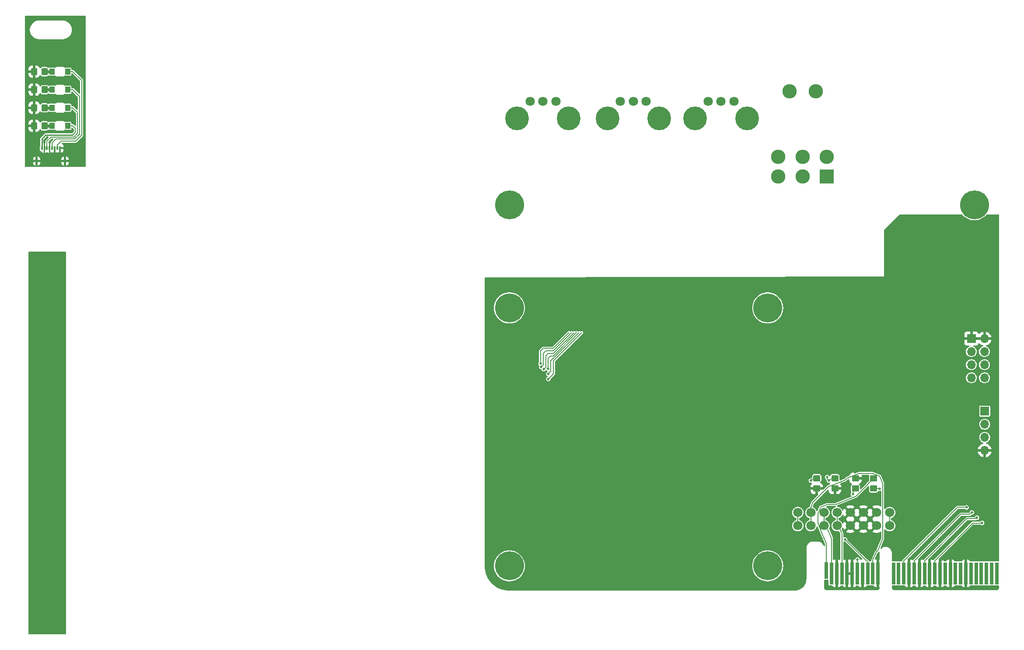
<source format=gbr>
%TF.GenerationSoftware,KiCad,Pcbnew,8.0.5*%
%TF.CreationDate,2024-11-27T23:03:38-05:00*%
%TF.ProjectId,HacKeys,4861634b-6579-4732-9e6b-696361645f70,rev?*%
%TF.SameCoordinates,Original*%
%TF.FileFunction,Copper,L4,Bot*%
%TF.FilePolarity,Positive*%
%FSLAX46Y46*%
G04 Gerber Fmt 4.6, Leading zero omitted, Abs format (unit mm)*
G04 Created by KiCad (PCBNEW 8.0.5) date 2024-11-27 23:03:38*
%MOMM*%
%LPD*%
G01*
G04 APERTURE LIST*
G04 Aperture macros list*
%AMRoundRect*
0 Rectangle with rounded corners*
0 $1 Rounding radius*
0 $2 $3 $4 $5 $6 $7 $8 $9 X,Y pos of 4 corners*
0 Add a 4 corners polygon primitive as box body*
4,1,4,$2,$3,$4,$5,$6,$7,$8,$9,$2,$3,0*
0 Add four circle primitives for the rounded corners*
1,1,$1+$1,$2,$3*
1,1,$1+$1,$4,$5*
1,1,$1+$1,$6,$7*
1,1,$1+$1,$8,$9*
0 Add four rect primitives between the rounded corners*
20,1,$1+$1,$2,$3,$4,$5,0*
20,1,$1+$1,$4,$5,$6,$7,0*
20,1,$1+$1,$6,$7,$8,$9,0*
20,1,$1+$1,$8,$9,$2,$3,0*%
G04 Aperture macros list end*
%TA.AperFunction,NonConductor*%
%ADD10C,0.200000*%
%TD*%
%TA.AperFunction,SMDPad,CuDef*%
%ADD11R,0.400000X0.800000*%
%TD*%
%TA.AperFunction,SMDPad,CuDef*%
%ADD12R,0.300000X0.800000*%
%TD*%
%TA.AperFunction,SMDPad,CuDef*%
%ADD13RoundRect,0.250000X-0.350000X-0.450000X0.350000X-0.450000X0.350000X0.450000X-0.350000X0.450000X0*%
%TD*%
%TA.AperFunction,SMDPad,CuDef*%
%ADD14R,1.000000X1.200000*%
%TD*%
%TA.AperFunction,ConnectorPad*%
%ADD15R,0.700000X3.200000*%
%TD*%
%TA.AperFunction,ConnectorPad*%
%ADD16R,0.700000X4.300000*%
%TD*%
%TA.AperFunction,ComponentPad*%
%ADD17C,4.600000*%
%TD*%
%TA.AperFunction,ComponentPad*%
%ADD18C,1.800000*%
%TD*%
%TA.AperFunction,ComponentPad*%
%ADD19R,1.700000X1.700000*%
%TD*%
%TA.AperFunction,ComponentPad*%
%ADD20O,1.700000X1.700000*%
%TD*%
%TA.AperFunction,ComponentPad*%
%ADD21C,5.600000*%
%TD*%
%TA.AperFunction,ComponentPad*%
%ADD22R,2.781300X2.781300*%
%TD*%
%TA.AperFunction,ComponentPad*%
%ADD23C,2.781300*%
%TD*%
%TA.AperFunction,ComponentPad*%
%ADD24C,1.803400*%
%TD*%
%TA.AperFunction,SMDPad,CuDef*%
%ADD25RoundRect,0.250000X-0.450000X0.350000X-0.450000X-0.350000X0.450000X-0.350000X0.450000X0.350000X0*%
%TD*%
%TA.AperFunction,SMDPad,CuDef*%
%ADD26RoundRect,0.250000X0.450000X-0.350000X0.450000X0.350000X-0.450000X0.350000X-0.450000X-0.350000X0*%
%TD*%
%TA.AperFunction,ViaPad*%
%ADD27C,0.460000*%
%TD*%
%TA.AperFunction,Conductor*%
%ADD28C,0.228600*%
%TD*%
%TA.AperFunction,Conductor*%
%ADD29C,0.203200*%
%TD*%
%TA.AperFunction,Conductor*%
%ADD30C,0.609600*%
%TD*%
%TA.AperFunction,Conductor*%
%ADD31C,0.152400*%
%TD*%
G04 APERTURE END LIST*
D10*
X36762500Y-80050000D02*
X43862500Y-80050000D01*
X43862500Y-154050000D01*
X36762500Y-154050000D01*
X36762500Y-80050000D01*
%TA.AperFunction,NonConductor*%
G36*
X36762500Y-80050000D02*
G01*
X43862500Y-80050000D01*
X43862500Y-154050000D01*
X36762500Y-154050000D01*
X36762500Y-80050000D01*
G37*
%TD.AperFunction*%
D11*
%TO.P,J12,SH2,SH2*%
%TO.N,GND*%
X38262500Y-62362500D03*
%TO.P,J12,SH1,SH1*%
X43762500Y-62362500D03*
D12*
%TO.P,J12,8,Pin_8*%
%TO.N,LED BLU*%
X39262500Y-59862500D03*
%TO.P,J12,7,Pin_7*%
%TO.N,GND*%
X39762500Y-59862500D03*
%TO.P,J12,6,Pin_6*%
%TO.N,LED GRN*%
X40262500Y-59862500D03*
%TO.P,J12,5,Pin_5*%
%TO.N,GND*%
X40762500Y-59862500D03*
%TO.P,J12,4,Pin_4*%
%TO.N,LED YLW*%
X41262500Y-59862500D03*
%TO.P,J12,3,Pin_3*%
%TO.N,GND*%
X41762500Y-59862500D03*
%TO.P,J12,2,Pin_2*%
%TO.N,LED RED*%
X42262500Y-59862500D03*
%TO.P,J12,1,Pin_1*%
%TO.N,GND*%
X42762500Y-59862500D03*
%TD*%
D13*
%TO.P,R8,1*%
%TO.N,GND*%
X37762500Y-55550000D03*
%TO.P,R8,2*%
%TO.N,Net-(D8-K)*%
X39762500Y-55550000D03*
%TD*%
%TO.P,R7,1*%
%TO.N,GND*%
X37762500Y-52050000D03*
%TO.P,R7,2*%
%TO.N,Net-(D7-K)*%
X39762500Y-52050000D03*
%TD*%
%TO.P,R6,1*%
%TO.N,GND*%
X37762500Y-48550000D03*
%TO.P,R6,2*%
%TO.N,Net-(D6-K)*%
X39762500Y-48550000D03*
%TD*%
%TO.P,R5,2*%
%TO.N,Net-(D5-K)*%
X39762500Y-45050000D03*
%TO.P,R5,1*%
%TO.N,GND*%
X37762500Y-45050000D03*
%TD*%
D14*
%TO.P,D8,2,A*%
%TO.N,LED BLU*%
X44262500Y-55550000D03*
%TO.P,D8,1,K*%
%TO.N,Net-(D8-K)*%
X41262500Y-55550000D03*
%TD*%
%TO.P,D7,2,A*%
%TO.N,LED GRN*%
X44262500Y-52050000D03*
%TO.P,D7,1,K*%
%TO.N,Net-(D7-K)*%
X41262500Y-52050000D03*
%TD*%
%TO.P,D6,2,A*%
%TO.N,LED YLW*%
X44262500Y-48550000D03*
%TO.P,D6,1,K*%
%TO.N,Net-(D6-K)*%
X41262500Y-48550000D03*
%TD*%
%TO.P,D5,2,A*%
%TO.N,LED RED*%
X44262500Y-45050000D03*
%TO.P,D5,1,K*%
%TO.N,Net-(D5-K)*%
X41262500Y-45050000D03*
%TD*%
D15*
%TO.P,J3,A1,PRSNT_A*%
%TO.N,Net-(J3-PRSNT_A)*%
X191112500Y-141750000D03*
D16*
%TO.P,J3,A2,+5V*%
%TO.N,+5V*%
X192112500Y-142300000D03*
%TO.P,J3,A3,GND*%
%TO.N,GND*%
X193112500Y-142300000D03*
%TO.P,J3,A4,+12V*%
%TO.N,+12V*%
X194112500Y-142300000D03*
%TO.P,J3,A5,GND*%
%TO.N,GND*%
X195112500Y-142300000D03*
%TO.P,J3,A6,GND*%
X196112500Y-142300000D03*
%TO.P,J3,A7,-12V*%
%TO.N,-12V*%
X197112500Y-142300000D03*
%TO.P,J3,A8,GND*%
%TO.N,GND*%
X198112500Y-142300000D03*
%TO.P,J3,A9,EURO_GATE*%
%TO.N,/Bus/CON_GATE*%
X199112500Y-142300000D03*
%TO.P,J3,A10,EURO_CV*%
%TO.N,/Bus/CON_CV*%
X200112500Y-142300000D03*
%TO.P,J3,A11,GND*%
%TO.N,GND*%
X201112500Y-142300000D03*
%TO.P,J3,A12,USB_5V*%
%TO.N,Net-(J3-USB_5V)*%
X204112500Y-142300000D03*
%TO.P,J3,A13,USB_D-*%
%TO.N,Net-(J3-USB_D-)*%
X205112500Y-142300000D03*
%TO.P,J3,A14,Audio_Out_A*%
%TO.N,Net-(J3-Audio_Out_A)*%
X206112500Y-142300000D03*
%TO.P,J3,A15,GND*%
%TO.N,GND*%
X207112500Y-142300000D03*
%TO.P,J3,A16,Audio_Out_B*%
%TO.N,Net-(J3-Audio_Out_B)*%
X208112500Y-142300000D03*
%TO.P,J3,A17,GND*%
%TO.N,GND*%
X209112500Y-142300000D03*
%TO.P,J3,A18,Audio_Out_C*%
%TO.N,Net-(J3-Audio_Out_C)*%
X210112500Y-142300000D03*
%TO.P,J3,A19,GND*%
%TO.N,GND*%
X211112500Y-142300000D03*
%TO.P,J3,A20,Audio_Out_D*%
%TO.N,Net-(J3-Audio_Out_D)*%
X212112500Y-142300000D03*
%TO.P,J3,A21,GND*%
%TO.N,GND*%
X213112500Y-142300000D03*
%TO.P,J3,A22,UART_TX*%
%TO.N,Net-(J3-UART_TX)*%
X214112500Y-142300000D03*
%TO.P,J3,A23,GND*%
%TO.N,GND*%
X215112500Y-142300000D03*
%TO.P,J3,A24,I2C0_SDA*%
%TO.N,/Bus/I2C0_SDA*%
X216112500Y-142300000D03*
%TO.P,J3,A25,I2C_ID_1*%
%TO.N,unconnected-(J3-I2C_ID_1-PadA25)*%
X217112500Y-142300000D03*
%TO.P,J3,A26,GND*%
%TO.N,GND*%
X218112500Y-142300000D03*
%TO.P,J3,A27,I2C1_SCL*%
%TO.N,/Bus/I2C1_SCL*%
X219112500Y-142300000D03*
%TO.P,J3,A28*%
%TO.N,N/C*%
X220112500Y-142300000D03*
%TO.P,J3,A29*%
X221112500Y-142300000D03*
%TO.P,J3,A30*%
X222112500Y-142300000D03*
%TO.P,J3,A31*%
X223112500Y-142300000D03*
%TO.P,J3,A32*%
X224112500Y-142300000D03*
%TD*%
D17*
%TO.P,RV2,*%
%TO.N,*%
X148737500Y-54100000D03*
X158737500Y-54100000D03*
D18*
%TO.P,RV2,1,1*%
%TO.N,unconnected-(RV2-Pad1)*%
X156237500Y-50800000D03*
%TO.P,RV2,2,2*%
%TO.N,unconnected-(RV2-Pad2)*%
X153737500Y-50800000D03*
%TO.P,RV2,3,3*%
%TO.N,unconnected-(RV2-Pad3)*%
X151237500Y-50800000D03*
%TD*%
D19*
%TO.P,J4,1,Pin_1*%
%TO.N,Net-(J3-USB_5V)*%
X221762500Y-110850000D03*
D20*
%TO.P,J4,2,Pin_2*%
%TO.N,Net-(J3-USB_D-)*%
X221762500Y-113390000D03*
%TO.P,J4,3,Pin_3*%
%TO.N,/Bus/USB_D+*%
X221762500Y-115930000D03*
%TO.P,J4,4,Pin_4*%
%TO.N,GND*%
X221762500Y-118470000D03*
%TD*%
D21*
%TO.P,H6,1,1*%
%TO.N,unconnected-(H6-Pad1)*%
X219762500Y-70850000D03*
%TD*%
%TO.P,H1,1,1*%
%TO.N,unconnected-(H1-Pad1)*%
X129762500Y-90850000D03*
%TD*%
%TO.P,H5,1,1*%
%TO.N,unconnected-(H5-Pad1)*%
X129762500Y-70850000D03*
%TD*%
D17*
%TO.P,RV3,*%
%TO.N,*%
X165737500Y-54100000D03*
X175737500Y-54100000D03*
D18*
%TO.P,RV3,1,1*%
%TO.N,unconnected-(RV3-Pad1)*%
X173237500Y-50800000D03*
%TO.P,RV3,2,2*%
%TO.N,unconnected-(RV3-Pad2)*%
X170737500Y-50800000D03*
%TO.P,RV3,3,3*%
%TO.N,unconnected-(RV3-Pad3)*%
X168237500Y-50800000D03*
%TD*%
D21*
%TO.P,H3,1,1*%
%TO.N,unconnected-(H3-Pad1)*%
X129762500Y-140850000D03*
%TD*%
D22*
%TO.P,SW1,1*%
%TO.N,unconnected-(SW1-Pad1)*%
X191224000Y-65360000D03*
D23*
%TO.P,SW1,2*%
%TO.N,unconnected-(SW1-Pad2)*%
X186525000Y-65360000D03*
%TO.P,SW1,3*%
%TO.N,unconnected-(SW1-Pad3)*%
X181826000Y-65360000D03*
%TO.P,SW1,4*%
%TO.N,unconnected-(SW1-Pad4)*%
X191224000Y-61550000D03*
%TO.P,SW1,5*%
%TO.N,unconnected-(SW1-Pad5)*%
X186525000Y-61550000D03*
%TO.P,SW1,6*%
%TO.N,unconnected-(SW1-Pad6)*%
X181826000Y-61550000D03*
%TO.P,SW1,7*%
%TO.N,N/C*%
X189065000Y-48850000D03*
%TO.P,SW1,8*%
X183985000Y-48850000D03*
%TD*%
D21*
%TO.P,H4,1,1*%
%TO.N,unconnected-(H4-Pad1)*%
X179762500Y-140850000D03*
%TD*%
%TO.P,H2,1,1*%
%TO.N,unconnected-(H2-Pad1)*%
X179762500Y-90850000D03*
%TD*%
D19*
%TO.P,J8,1,Pin_1*%
%TO.N,GND*%
X219182500Y-96770000D03*
D20*
%TO.P,J8,2,Pin_2*%
X221722500Y-96770000D03*
%TO.P,J8,3,Pin_3*%
%TO.N,+5V*%
X219182500Y-99310000D03*
%TO.P,J8,4,Pin_4*%
X221722500Y-99310000D03*
%TO.P,J8,5,Pin_5*%
%TO.N,/Bus/I2C0_SCL*%
X219182500Y-101850000D03*
%TO.P,J8,6,Pin_6*%
%TO.N,/Bus/I2C1_SCL*%
X221722500Y-101850000D03*
%TO.P,J8,7,Pin_7*%
%TO.N,/Bus/I2C0_SDA*%
X219182500Y-104390000D03*
%TO.P,J8,8,Pin_8*%
%TO.N,/Bus/I2C1_SDA*%
X221722500Y-104390000D03*
%TD*%
D17*
%TO.P,RV1,*%
%TO.N,*%
X131262500Y-54150000D03*
X141262500Y-54150000D03*
D18*
%TO.P,RV1,1,1*%
%TO.N,unconnected-(RV1-Pad1)*%
X138762500Y-50850000D03*
%TO.P,RV1,2,2*%
%TO.N,unconnected-(RV1-Pad2)*%
X136262500Y-50850000D03*
%TO.P,RV1,3,3*%
%TO.N,unconnected-(RV1-Pad3)*%
X133762500Y-50850000D03*
%TD*%
D24*
%TO.P,J2,1,Pin_1*%
%TO.N,-12V*%
X203362500Y-130510000D03*
%TO.P,J2,2,Pin_2*%
X203362500Y-133050000D03*
%TO.P,J2,3,Pin_3*%
%TO.N,GND*%
X200822500Y-130510000D03*
%TO.P,J2,4,Pin_4*%
X200822500Y-133050000D03*
%TO.P,J2,5,Pin_5*%
X198282500Y-130510000D03*
%TO.P,J2,6,Pin_6*%
X198282500Y-133050000D03*
%TO.P,J2,7,Pin_7*%
X195742500Y-130510000D03*
%TO.P,J2,8,Pin_8*%
X195742500Y-133050000D03*
%TO.P,J2,9,Pin_9*%
%TO.N,+12V*%
X193202500Y-130510000D03*
%TO.P,J2,10,Pin_10*%
X193202500Y-133050000D03*
%TO.P,J2,11,Pin_11*%
%TO.N,+5V*%
X190662500Y-130510000D03*
%TO.P,J2,12,Pin_12*%
X190662500Y-133050000D03*
%TO.P,J2,13,Pin_13*%
%TO.N,/Bus/CON_CV*%
X188122500Y-130510000D03*
%TO.P,J2,14,Pin_14*%
X188122500Y-133050000D03*
%TO.P,J2,15,Pin_15*%
%TO.N,/Bus/CON_GATE*%
X185582500Y-130510000D03*
%TO.P,J2,16,Pin_16*%
X185582500Y-133050000D03*
%TD*%
D25*
%TO.P,R4,1*%
%TO.N,Net-(J3-PRSNT_A)*%
X200262500Y-123850000D03*
%TO.P,R4,2*%
%TO.N,Net-(D4-K)*%
X200262500Y-125850000D03*
%TD*%
D26*
%TO.P,R1,1*%
%TO.N,GND*%
X189262500Y-125850000D03*
%TO.P,R1,2*%
%TO.N,Net-(D1-K)*%
X189262500Y-123850000D03*
%TD*%
%TO.P,R3,1*%
%TO.N,Net-(D3-A)*%
X196762500Y-125850000D03*
%TO.P,R3,2*%
%TO.N,GND*%
X196762500Y-123850000D03*
%TD*%
%TO.P,R2,1*%
%TO.N,GND*%
X192762500Y-125850000D03*
%TO.P,R2,2*%
%TO.N,Net-(D2-K)*%
X192762500Y-123850000D03*
%TD*%
D27*
%TO.N,GND*%
X220762000Y-132000000D03*
X219762000Y-131000000D03*
X221762000Y-133000000D03*
X218762000Y-130000000D03*
X215738000Y-137490000D03*
%TO.N,-12V*%
X197149000Y-139634000D03*
%TO.N,Net-(D4-K)*%
X201423000Y-125879000D03*
%TO.N,Net-(D1-K)*%
X188111000Y-124316000D03*
%TO.N,Net-(D3-A)*%
X196248000Y-126906000D03*
%TO.N,/Bus/CON_GATE*%
X194724000Y-135702000D03*
%TO.N,Net-(J3-Audio_Out_D)*%
X221262000Y-132500000D03*
%TO.N,Net-(J3-Audio_Out_B)*%
X219262000Y-130500000D03*
%TO.N,Net-(J3-Audio_Out_A)*%
X218262000Y-129500000D03*
%TO.N,Net-(J3-Audio_Out_C)*%
X220262000Y-131500000D03*
%TO.N,Net-(D2-K)*%
X191278300Y-123631500D03*
X191630000Y-124316000D03*
%TO.N,/EXT_JACK_TN_3*%
X135912100Y-102286001D03*
%TO.N,/EXT_JACK_T_4*%
X137293100Y-102630001D03*
%TO.N,/EXT_JACK_TN_4*%
X137293100Y-103631001D03*
%TO.N,/EXT_JACK_R_4*%
X137293100Y-104630000D03*
%TO.N,/EXT_JACK_T_3*%
X135793101Y-101637001D03*
%TO.N,/EXT_JACK_R_3*%
X136402100Y-102728999D03*
%TD*%
D28*
%TO.N,LED BLU*%
X45262500Y-57300000D02*
X40012500Y-57300000D01*
X40012500Y-57300000D02*
X39262500Y-58050000D01*
X39262500Y-58050000D02*
X39262500Y-59862500D01*
D29*
%TO.N,LED RED*%
X42262500Y-59286150D02*
X43026350Y-58522300D01*
X43026350Y-58522300D02*
X45790200Y-58522300D01*
X42262500Y-59862500D02*
X42262500Y-59286150D01*
X45790200Y-58522300D02*
X46972100Y-57340400D01*
X46972100Y-46759600D02*
X45262500Y-45050000D01*
X45262500Y-45050000D02*
X44262500Y-45050000D01*
X46972100Y-57340400D02*
X46972100Y-46759600D01*
%TO.N,LED YLW*%
X44262500Y-48550000D02*
X45262500Y-48550000D01*
X46568900Y-57151982D02*
X45601782Y-58119100D01*
X46568900Y-49856400D02*
X46568900Y-57151982D01*
X45601782Y-58119100D02*
X42012500Y-58119100D01*
X45262500Y-48550000D02*
X46568900Y-49856400D01*
X41262500Y-58869100D02*
X41262500Y-59862500D01*
X42012500Y-58119100D02*
X41262500Y-58869100D01*
%TO.N,LED GRN*%
X44262500Y-52050000D02*
X45262500Y-52050000D01*
X40262500Y-58550000D02*
X40262500Y-59862500D01*
X46165700Y-56984971D02*
X45434771Y-57715900D01*
X45262500Y-52050000D02*
X46165700Y-52953200D01*
X46165700Y-52953200D02*
X46165700Y-56984971D01*
X41096600Y-57715900D02*
X40262500Y-58550000D01*
X45434771Y-57715900D02*
X41096600Y-57715900D01*
%TO.N,LED BLU*%
X45762500Y-56050000D02*
X45762500Y-56800000D01*
X44262500Y-55550000D02*
X45262500Y-55550000D01*
X45262500Y-55550000D02*
X45762500Y-56050000D01*
X45762500Y-56800000D02*
X45262500Y-57300000D01*
D30*
%TO.N,Net-(D8-K)*%
X41262500Y-55550000D02*
X39762500Y-55550000D01*
%TO.N,Net-(D7-K)*%
X41262500Y-52050000D02*
X39762500Y-52050000D01*
%TO.N,Net-(D6-K)*%
X41262500Y-48550000D02*
X39762500Y-48550000D01*
%TO.N,Net-(D5-K)*%
X41262500Y-45050000D02*
X39762500Y-45050000D01*
D31*
%TO.N,GND*%
X220657000Y-132105000D02*
X220762000Y-132000000D01*
X219465000Y-131297000D02*
X219762000Y-131000000D01*
X192762000Y-128078000D02*
X192762000Y-125850000D01*
X213112000Y-142300000D02*
X213112000Y-139872000D01*
X211112000Y-142300000D02*
X211112000Y-139872000D01*
X213356000Y-139872000D02*
X215738000Y-137490000D01*
X209112000Y-142300000D02*
X209112000Y-139872000D01*
X211112000Y-139872000D02*
X218879000Y-132105000D01*
X216913000Y-130072000D02*
X218690000Y-130072000D01*
X217688000Y-131297000D02*
X219465000Y-131297000D01*
X213112000Y-139872000D02*
X213356000Y-139872000D01*
X218690000Y-130072000D02*
X218762000Y-130000000D01*
X207112000Y-142300000D02*
X207112000Y-139872000D01*
X218879000Y-132105000D02*
X220657000Y-132105000D01*
X207112000Y-139872000D02*
X216913000Y-130072000D01*
X209112000Y-139872000D02*
X217688000Y-131297000D01*
%TO.N,+5V*%
X192112000Y-137218500D02*
X192112500Y-137219000D01*
X191025000Y-133412000D02*
X191388000Y-133775000D01*
X191388000Y-133775000D02*
X192112000Y-135525000D01*
X190662000Y-132075900D02*
X190662500Y-132075400D01*
X192112000Y-135525000D02*
X192112000Y-137218500D01*
X190662000Y-133050000D02*
X190662000Y-132075900D01*
X190843500Y-133231000D02*
X190662500Y-133050000D01*
X192112000Y-137218500D02*
X192112000Y-138912000D01*
X191025000Y-133412000D02*
X190843500Y-133231000D01*
X190662500Y-132075400D02*
X190662500Y-130510000D01*
X190843500Y-133231000D02*
X190662000Y-133050000D01*
X190662000Y-132075900D02*
X190662000Y-131780000D01*
X192112500Y-137219000D02*
X192112500Y-142300000D01*
X190843500Y-133231000D02*
X190662000Y-133050000D01*
X191025000Y-133412000D02*
X190843500Y-133231000D01*
%TO.N,+12V*%
X194112000Y-137600000D02*
X194112000Y-139166000D01*
X193202000Y-132415000D02*
X193202000Y-132414000D01*
X193202000Y-131145000D02*
X193202500Y-131144500D01*
X193202000Y-132732500D02*
X193202000Y-132415000D01*
X193202000Y-132732500D02*
X193202500Y-132733000D01*
X194112000Y-137600000D02*
X194112000Y-139166000D01*
X193202000Y-133050000D02*
X193202000Y-132732500D01*
X193657000Y-133505000D02*
X194112000Y-134603000D01*
X193203000Y-133050500D02*
X193203000Y-133051000D01*
X193202000Y-132415000D02*
X193202000Y-132414000D01*
X193202500Y-131144500D02*
X193202500Y-130510000D01*
X193202500Y-132733000D02*
X193202500Y-133050000D01*
X194112000Y-140733000D02*
X194112500Y-140733500D01*
X194112000Y-140733000D02*
X194112000Y-142300000D01*
X194112500Y-140733500D02*
X194112500Y-142300000D01*
X193202500Y-133050000D02*
X193203000Y-133050500D01*
X194112000Y-137599000D02*
X194112000Y-137600000D01*
X194112000Y-137599000D02*
X194112000Y-137600000D01*
X193202000Y-131145000D02*
X193202000Y-130510000D01*
X193203000Y-133051000D02*
X193657000Y-133505000D01*
X193202000Y-132414000D02*
X193202000Y-131780000D01*
X193202000Y-131780000D02*
X193202000Y-131145000D01*
X194112000Y-134603000D02*
X194112000Y-137599000D01*
X193202000Y-132414000D02*
X193202000Y-131780000D01*
X194112000Y-139166000D02*
X194112000Y-140733000D01*
%TO.N,-12V*%
X197149000Y-139634000D02*
X197130000Y-139652000D01*
X203362500Y-130510000D02*
X203362000Y-130510000D01*
X197130000Y-139652000D02*
X197112000Y-139697000D01*
X197112000Y-140342000D02*
X197112000Y-140985000D01*
X197112000Y-140985000D02*
X197112000Y-141642500D01*
X203362000Y-133050000D02*
X203362000Y-131780000D01*
X197112000Y-141642500D02*
X197112500Y-141643000D01*
X197112000Y-141642500D02*
X197112000Y-142300000D01*
X203362000Y-131780000D02*
X203362500Y-131780500D01*
X197112500Y-141643000D02*
X197112500Y-142300000D01*
X197112000Y-140341000D02*
X197112000Y-140342000D01*
X197112000Y-140341000D02*
X197112000Y-140342000D01*
X197112000Y-140342000D02*
X197112000Y-140985000D01*
X197112000Y-139697000D02*
X197112000Y-140341000D01*
X203362500Y-131780500D02*
X203362500Y-133050000D01*
X203362000Y-131780000D02*
X203362000Y-130510000D01*
%TO.N,Net-(D4-K)*%
X201408000Y-125864000D02*
X201373000Y-125850000D01*
X201373000Y-125850000D02*
X200262500Y-125850000D01*
X201423000Y-125879000D02*
X201408000Y-125864000D01*
X200262500Y-125850000D02*
X200262000Y-125850000D01*
%TO.N,Net-(D1-K)*%
X188905000Y-123850000D02*
X188344000Y-124083000D01*
X188344000Y-124083000D02*
X188111000Y-124316000D01*
X189262000Y-123850000D02*
X188905000Y-123850000D01*
X189262500Y-123850000D02*
X189262000Y-123850000D01*
%TO.N,Net-(D3-A)*%
X196601000Y-126011000D02*
X196602000Y-126011000D01*
X196602000Y-126011000D02*
X196762000Y-125850000D01*
X196248000Y-126906000D02*
X196248000Y-126635000D01*
X196248000Y-126635000D02*
X196440000Y-126172000D01*
X196440000Y-126172000D02*
X196601000Y-126011000D01*
X196762000Y-125850000D02*
X196601000Y-126011000D01*
X196762500Y-125850000D02*
X196762000Y-125850000D01*
%TO.N,/Bus/CON_GATE*%
X185582000Y-132415000D02*
X185582000Y-133050000D01*
X185582000Y-131621000D02*
X185582000Y-131462000D01*
X198817000Y-139795000D02*
X199003000Y-139872000D01*
X185582000Y-131145000D02*
X185582000Y-130827500D01*
X185582000Y-132415000D02*
X185582500Y-132415500D01*
X199112000Y-141693000D02*
X199112000Y-142300000D01*
X185582000Y-131780000D02*
X185582000Y-132415000D01*
X199112500Y-141693500D02*
X199112500Y-142300000D01*
X185582000Y-130827500D02*
X185582000Y-130510000D01*
X185582000Y-131621000D02*
X185582000Y-131622000D01*
X185582500Y-132415500D02*
X185582500Y-133050000D01*
X199112000Y-141693000D02*
X199112500Y-141693500D01*
X199112000Y-140534000D02*
X199112000Y-141086000D01*
X185582000Y-131462000D02*
X185582000Y-131145000D01*
X199112000Y-140534000D02*
X199112000Y-141086000D01*
X185582000Y-131462000D02*
X185582000Y-131145000D01*
X185582000Y-131780000D02*
X185582000Y-131622000D01*
X185582000Y-131622000D02*
X185582000Y-131621000D01*
X185582500Y-130827000D02*
X185582500Y-130510000D01*
X185582000Y-130827500D02*
X185582500Y-130827000D01*
X194724000Y-135702000D02*
X198817000Y-139795000D01*
X199112000Y-139981000D02*
X199112000Y-140534000D01*
X185582000Y-131622000D02*
X185582000Y-131780000D01*
X199003000Y-139872000D02*
X199112000Y-139981000D01*
X199112000Y-141086000D02*
X199112000Y-141693000D01*
%TO.N,/Bus/CON_CV*%
X200725000Y-138224000D02*
X200112000Y-139702000D01*
X188122000Y-130228000D02*
X188122000Y-130510000D01*
X188122000Y-129944000D02*
X188122000Y-130227000D01*
X191505000Y-125524000D02*
X193132000Y-124850000D01*
X202041000Y-124873000D02*
X202041000Y-135544000D01*
X188122000Y-129943000D02*
X188122000Y-129944000D01*
X200112000Y-140135000D02*
X200112000Y-140136000D01*
X188122000Y-130228000D02*
X188122000Y-130510000D01*
X202041000Y-135544000D02*
X201076000Y-137872000D01*
X200087000Y-122920000D02*
X201468000Y-123492000D01*
X200112000Y-139702000D02*
X200112000Y-140135000D01*
X201076000Y-137872000D02*
X200725000Y-138224000D01*
X188122500Y-131780500D02*
X188122500Y-133050000D01*
X188122000Y-129942000D02*
X188122000Y-129425000D01*
X197379000Y-122920000D02*
X200087000Y-122920000D01*
X195049000Y-123885000D02*
X197379000Y-122920000D01*
X200112500Y-141434500D02*
X200112500Y-142300000D01*
X200112000Y-140136000D02*
X200112000Y-140568000D01*
X193132000Y-124850000D02*
X194758000Y-124176000D01*
X188122000Y-131780000D02*
X188122500Y-131780500D01*
X188122000Y-131145000D02*
X188122500Y-131144500D01*
X188122000Y-130228000D02*
X188122000Y-130510000D01*
X188122000Y-129944000D02*
X188122000Y-130227000D01*
X188122000Y-129943000D02*
X188122000Y-129942000D01*
X188122000Y-130227000D02*
X188122000Y-130228000D01*
X200112000Y-141434000D02*
X200112500Y-141434500D01*
X188122000Y-130227000D02*
X188122000Y-130228000D01*
X194758000Y-124176000D02*
X195049000Y-123885000D01*
X200112000Y-140135000D02*
X200112000Y-140136000D01*
X188122000Y-133050000D02*
X188122000Y-131780000D01*
X188122500Y-131144500D02*
X188122500Y-130510000D01*
X200112000Y-141434000D02*
X200112000Y-142300000D01*
X188122000Y-129425000D02*
X188488000Y-128541000D01*
X188122000Y-130227000D02*
X188122000Y-130228000D01*
X188122000Y-131145000D02*
X188122000Y-130510000D01*
X188122000Y-129943000D02*
X188122000Y-129944000D01*
X188488000Y-128541000D02*
X191505000Y-125524000D01*
X188122000Y-129942000D02*
X188122000Y-129943000D01*
X200112000Y-140136000D02*
X200112000Y-140568000D01*
X188122000Y-131780000D02*
X188122000Y-131145000D01*
X200112000Y-140568000D02*
X200112000Y-141434000D01*
X201468000Y-123492000D02*
X202041000Y-124873000D01*
%TO.N,Net-(J3-PRSNT_A)*%
X199166000Y-124947000D02*
X199293000Y-124819500D01*
X199293000Y-124819500D02*
X199420000Y-124692000D01*
X191112000Y-139136000D02*
X191112000Y-136522000D01*
X191112000Y-139136000D02*
X191112500Y-139136500D01*
X192990000Y-128942000D02*
X196838000Y-127348000D01*
X189467000Y-132548000D02*
X189467000Y-130734000D01*
X191112000Y-136522000D02*
X190290000Y-134535000D01*
X191258000Y-128942000D02*
X192990000Y-128942000D01*
X200262500Y-123850000D02*
X199293000Y-124819500D01*
X199114000Y-125072000D02*
X199140000Y-125010000D01*
X199140000Y-125010000D02*
X199166000Y-124947000D01*
X191112000Y-141750000D02*
X191112000Y-139136000D01*
X191112500Y-139136500D02*
X191112500Y-141750000D01*
X196838000Y-127348000D02*
X199114000Y-125072000D01*
X189992000Y-129467000D02*
X191258000Y-128942000D01*
X189467000Y-130734000D02*
X189992000Y-129467000D01*
X190290000Y-134535000D02*
X189467000Y-132548000D01*
%TO.N,Net-(J3-Audio_Out_D)*%
X212112500Y-142300000D02*
X212112000Y-142300000D01*
X212112000Y-139872000D02*
X219429000Y-132556000D01*
X221206000Y-132556000D02*
X221262000Y-132500000D01*
X212112000Y-142300000D02*
X212112000Y-139872000D01*
X219429000Y-132556000D02*
X221206000Y-132556000D01*
%TO.N,Net-(J3-Audio_Out_B)*%
X208112000Y-142300000D02*
X208112000Y-139872000D01*
X208112000Y-139872000D02*
X217135000Y-130850000D01*
X218912000Y-130850000D02*
X219262000Y-130500000D01*
X217135000Y-130850000D02*
X218912000Y-130850000D01*
X208112500Y-142300000D02*
X208112000Y-142300000D01*
%TO.N,Net-(J3-Audio_Out_A)*%
X206112000Y-139872000D02*
X216485000Y-129500000D01*
X206112500Y-142300000D02*
X206112000Y-142300000D01*
X206112000Y-142300000D02*
X206112000Y-139872000D01*
X216485000Y-129500000D02*
X218262000Y-129500000D01*
%TO.N,Net-(J3-Audio_Out_C)*%
X210112500Y-142300000D02*
X210112000Y-142300000D01*
X210112000Y-139872000D02*
X218295000Y-131690000D01*
X218295000Y-131690000D02*
X220072000Y-131690000D01*
X220072000Y-131690000D02*
X220262000Y-131500000D01*
X210112000Y-142300000D02*
X210112000Y-139872000D01*
%TO.N,Net-(D2-K)*%
X191278300Y-123964300D02*
X191278300Y-123631500D01*
X191862000Y-124083000D02*
X192424000Y-123850000D01*
X192424000Y-123850000D02*
X192762000Y-123850000D01*
X191630000Y-124316000D02*
X191862000Y-124083000D01*
X192762000Y-123850000D02*
X192762500Y-123850000D01*
X191630000Y-124316000D02*
X191278300Y-123964300D01*
%TO.N,/EXT_JACK_TN_3*%
X138293101Y-99130000D02*
X141793100Y-95630000D01*
X136299101Y-101899001D02*
X136299100Y-99637001D01*
X136793100Y-99130001D02*
X138293101Y-99130000D01*
X135912100Y-102286001D02*
X136299101Y-101899001D01*
X136293101Y-99630000D02*
X136793100Y-99130001D01*
X136299100Y-99637001D02*
X136293101Y-99630000D01*
%TO.N,/EXT_JACK_T_4*%
X138293101Y-100130000D02*
X142793101Y-95630000D01*
X137293100Y-102630001D02*
X137293100Y-100629999D01*
X137793100Y-100129999D02*
X138293101Y-100130000D01*
X137293100Y-100629999D02*
X137793100Y-100129999D01*
%TO.N,/EXT_JACK_TN_4*%
X137799100Y-101124000D02*
X143293099Y-95630000D01*
X137799100Y-103124001D02*
X137799100Y-101124000D01*
X137293100Y-103631001D02*
X137799100Y-103124001D01*
%TO.N,/EXT_JACK_R_4*%
X138293100Y-103631000D02*
X138293100Y-101130000D01*
X138293100Y-101130000D02*
X143793100Y-95630000D01*
X137293100Y-104630000D02*
X138293100Y-103631000D01*
%TO.N,/EXT_JACK_T_3*%
X138293100Y-98630000D02*
X141293100Y-95630000D01*
X136293100Y-98630001D02*
X138293100Y-98630000D01*
X135793101Y-99130000D02*
X136293100Y-98630001D01*
X135793101Y-101637001D02*
X135793101Y-99130000D01*
%TO.N,/EXT_JACK_R_3*%
X138293099Y-99630000D02*
X142293100Y-95629999D01*
X136793100Y-102337000D02*
X136793100Y-100130000D01*
X136793100Y-100130000D02*
X137293100Y-99630000D01*
X136402100Y-102728999D02*
X136338100Y-102792000D01*
X137293100Y-99630000D02*
X138293099Y-99630000D01*
X136338100Y-102792000D02*
X136793100Y-102337000D01*
%TD*%
%TA.AperFunction,Conductor*%
%TO.N,GND*%
G36*
X221256575Y-96577007D02*
G01*
X221222500Y-96704174D01*
X221222500Y-96835826D01*
X221256575Y-96962993D01*
X221289488Y-97020000D01*
X219615512Y-97020000D01*
X219648425Y-96962993D01*
X219682500Y-96835826D01*
X219682500Y-96704174D01*
X219648425Y-96577007D01*
X219615512Y-96520000D01*
X221289488Y-96520000D01*
X221256575Y-96577007D01*
G37*
%TD.AperFunction*%
%TA.AperFunction,Conductor*%
G36*
X217443492Y-72769685D02*
G01*
X217466647Y-72788906D01*
X217546930Y-72874000D01*
X217699942Y-73036183D01*
X217876403Y-73184251D01*
X217967686Y-73260847D01*
X217967694Y-73260853D01*
X218259703Y-73452911D01*
X218259707Y-73452913D01*
X218572049Y-73609777D01*
X218900489Y-73729319D01*
X219240586Y-73809923D01*
X219587741Y-73850500D01*
X219587748Y-73850500D01*
X219937252Y-73850500D01*
X219937259Y-73850500D01*
X220284414Y-73809923D01*
X220624511Y-73729319D01*
X220952951Y-73609777D01*
X221265293Y-73452913D01*
X221557311Y-73260849D01*
X221825058Y-73036183D01*
X221985738Y-72865871D01*
X222058353Y-72788906D01*
X222118676Y-72753652D01*
X222148547Y-72750000D01*
X224438000Y-72750000D01*
X224505039Y-72769685D01*
X224550794Y-72822489D01*
X224562000Y-72874000D01*
X224562000Y-139825500D01*
X224542315Y-139892539D01*
X224489511Y-139938294D01*
X224438000Y-139949500D01*
X223742747Y-139949500D01*
X223684270Y-139961131D01*
X223684268Y-139961132D01*
X223681387Y-139963058D01*
X223674155Y-139965322D01*
X223672987Y-139965806D01*
X223672943Y-139965701D01*
X223614709Y-139983933D01*
X223547329Y-139965446D01*
X223543613Y-139963058D01*
X223540731Y-139961132D01*
X223540729Y-139961131D01*
X223482252Y-139949500D01*
X223482248Y-139949500D01*
X222742752Y-139949500D01*
X222742747Y-139949500D01*
X222684270Y-139961131D01*
X222684268Y-139961132D01*
X222681387Y-139963058D01*
X222674155Y-139965322D01*
X222672987Y-139965806D01*
X222672943Y-139965701D01*
X222614709Y-139983933D01*
X222547329Y-139965446D01*
X222543613Y-139963058D01*
X222540731Y-139961132D01*
X222540729Y-139961131D01*
X222482252Y-139949500D01*
X222482248Y-139949500D01*
X221742752Y-139949500D01*
X221742747Y-139949500D01*
X221684270Y-139961131D01*
X221684268Y-139961132D01*
X221681387Y-139963058D01*
X221674155Y-139965322D01*
X221672987Y-139965806D01*
X221672943Y-139965701D01*
X221614709Y-139983933D01*
X221547329Y-139965446D01*
X221543613Y-139963058D01*
X221540731Y-139961132D01*
X221540729Y-139961131D01*
X221482252Y-139949500D01*
X221482248Y-139949500D01*
X220742752Y-139949500D01*
X220742747Y-139949500D01*
X220684270Y-139961131D01*
X220684268Y-139961132D01*
X220681387Y-139963058D01*
X220674155Y-139965322D01*
X220672987Y-139965806D01*
X220672943Y-139965701D01*
X220614709Y-139983933D01*
X220547329Y-139965446D01*
X220543613Y-139963058D01*
X220540731Y-139961132D01*
X220540729Y-139961131D01*
X220482252Y-139949500D01*
X220482248Y-139949500D01*
X219742752Y-139949500D01*
X219742747Y-139949500D01*
X219684270Y-139961131D01*
X219684268Y-139961132D01*
X219681387Y-139963058D01*
X219674155Y-139965322D01*
X219672987Y-139965806D01*
X219672943Y-139965701D01*
X219614709Y-139983933D01*
X219547329Y-139965446D01*
X219543613Y-139963058D01*
X219540731Y-139961132D01*
X219540729Y-139961131D01*
X219482252Y-139949500D01*
X219482248Y-139949500D01*
X218999056Y-139949500D01*
X218932017Y-139929815D01*
X218899790Y-139899811D01*
X218819690Y-139792812D01*
X218819687Y-139792809D01*
X218704593Y-139706649D01*
X218704586Y-139706645D01*
X218569879Y-139656403D01*
X218569872Y-139656401D01*
X218510344Y-139650000D01*
X218362500Y-139650000D01*
X218362500Y-144950000D01*
X218510328Y-144950000D01*
X218510344Y-144949999D01*
X218569872Y-144943598D01*
X218569879Y-144943596D01*
X218704586Y-144893354D01*
X218704593Y-144893350D01*
X218819687Y-144807190D01*
X218819690Y-144807187D01*
X218899790Y-144700189D01*
X218955723Y-144658318D01*
X218999056Y-144650500D01*
X219482250Y-144650500D01*
X219482251Y-144650499D01*
X219497068Y-144647552D01*
X219540729Y-144638868D01*
X219540731Y-144638867D01*
X219543608Y-144636945D01*
X219550835Y-144634681D01*
X219552013Y-144634194D01*
X219552056Y-144634299D01*
X219610285Y-144616066D01*
X219677665Y-144634550D01*
X219681392Y-144636945D01*
X219684268Y-144638867D01*
X219684270Y-144638868D01*
X219742747Y-144650499D01*
X219742750Y-144650500D01*
X219742752Y-144650500D01*
X220482250Y-144650500D01*
X220482251Y-144650499D01*
X220497068Y-144647552D01*
X220540729Y-144638868D01*
X220540731Y-144638867D01*
X220543608Y-144636945D01*
X220550835Y-144634681D01*
X220552013Y-144634194D01*
X220552056Y-144634299D01*
X220610285Y-144616066D01*
X220677665Y-144634550D01*
X220681392Y-144636945D01*
X220684268Y-144638867D01*
X220684270Y-144638868D01*
X220742747Y-144650499D01*
X220742750Y-144650500D01*
X220742752Y-144650500D01*
X221482250Y-144650500D01*
X221482251Y-144650499D01*
X221497068Y-144647552D01*
X221540729Y-144638868D01*
X221540731Y-144638867D01*
X221543608Y-144636945D01*
X221550835Y-144634681D01*
X221552013Y-144634194D01*
X221552056Y-144634299D01*
X221610285Y-144616066D01*
X221677665Y-144634550D01*
X221681392Y-144636945D01*
X221684268Y-144638867D01*
X221684270Y-144638868D01*
X221742747Y-144650499D01*
X221742750Y-144650500D01*
X221742752Y-144650500D01*
X222482250Y-144650500D01*
X222482251Y-144650499D01*
X222497068Y-144647552D01*
X222540729Y-144638868D01*
X222540731Y-144638867D01*
X222543608Y-144636945D01*
X222550835Y-144634681D01*
X222552013Y-144634194D01*
X222552056Y-144634299D01*
X222610285Y-144616066D01*
X222677665Y-144634550D01*
X222681392Y-144636945D01*
X222684268Y-144638867D01*
X222684270Y-144638868D01*
X222742747Y-144650499D01*
X222742750Y-144650500D01*
X222742752Y-144650500D01*
X223482250Y-144650500D01*
X223482251Y-144650499D01*
X223497068Y-144647552D01*
X223540729Y-144638868D01*
X223540731Y-144638867D01*
X223543608Y-144636945D01*
X223550835Y-144634681D01*
X223552013Y-144634194D01*
X223552056Y-144634299D01*
X223610285Y-144616066D01*
X223677665Y-144634550D01*
X223681392Y-144636945D01*
X223684268Y-144638867D01*
X223684270Y-144638868D01*
X223742747Y-144650499D01*
X223742750Y-144650500D01*
X224438000Y-144650500D01*
X224505039Y-144670185D01*
X224550794Y-144722989D01*
X224562000Y-144774500D01*
X224562000Y-145115588D01*
X224542315Y-145182627D01*
X224525681Y-145203269D01*
X224215769Y-145513181D01*
X224154446Y-145546666D01*
X224128088Y-145549500D01*
X204196912Y-145549500D01*
X204129873Y-145529815D01*
X204109231Y-145513181D01*
X203799319Y-145203269D01*
X203765834Y-145141946D01*
X203763000Y-145115588D01*
X203763000Y-144774500D01*
X203782685Y-144707461D01*
X203835489Y-144661706D01*
X203887000Y-144650500D01*
X204482250Y-144650500D01*
X204482251Y-144650499D01*
X204497068Y-144647552D01*
X204540729Y-144638868D01*
X204540731Y-144638867D01*
X204543608Y-144636945D01*
X204550835Y-144634681D01*
X204552013Y-144634194D01*
X204552056Y-144634299D01*
X204610285Y-144616066D01*
X204677665Y-144634550D01*
X204681392Y-144636945D01*
X204684268Y-144638867D01*
X204684270Y-144638868D01*
X204742747Y-144650499D01*
X204742750Y-144650500D01*
X204742752Y-144650500D01*
X205482250Y-144650500D01*
X205482251Y-144650499D01*
X205497068Y-144647552D01*
X205540729Y-144638868D01*
X205540731Y-144638867D01*
X205543608Y-144636945D01*
X205550835Y-144634681D01*
X205552013Y-144634194D01*
X205552056Y-144634299D01*
X205610285Y-144616066D01*
X205677665Y-144634550D01*
X205681392Y-144636945D01*
X205684268Y-144638867D01*
X205684270Y-144638868D01*
X205742747Y-144650499D01*
X205742750Y-144650500D01*
X206225944Y-144650500D01*
X206292983Y-144670185D01*
X206325210Y-144700189D01*
X206405309Y-144807187D01*
X206405312Y-144807190D01*
X206520406Y-144893350D01*
X206520413Y-144893354D01*
X206655120Y-144943596D01*
X206655127Y-144943598D01*
X206714655Y-144949999D01*
X206714672Y-144950000D01*
X206862500Y-144950000D01*
X206862500Y-139650000D01*
X207362500Y-139650000D01*
X207362500Y-144950000D01*
X207510328Y-144950000D01*
X207510344Y-144949999D01*
X207569872Y-144943598D01*
X207569879Y-144943596D01*
X207704586Y-144893354D01*
X207704593Y-144893350D01*
X207819687Y-144807190D01*
X207819690Y-144807187D01*
X207899790Y-144700189D01*
X207955723Y-144658318D01*
X207999056Y-144650500D01*
X208225944Y-144650500D01*
X208292983Y-144670185D01*
X208325210Y-144700189D01*
X208405309Y-144807187D01*
X208405312Y-144807190D01*
X208520406Y-144893350D01*
X208520413Y-144893354D01*
X208655120Y-144943596D01*
X208655127Y-144943598D01*
X208714655Y-144949999D01*
X208714672Y-144950000D01*
X208862500Y-144950000D01*
X208862500Y-139650000D01*
X209362500Y-139650000D01*
X209362500Y-144950000D01*
X209510328Y-144950000D01*
X209510344Y-144949999D01*
X209569872Y-144943598D01*
X209569879Y-144943596D01*
X209704586Y-144893354D01*
X209704593Y-144893350D01*
X209819687Y-144807190D01*
X209819690Y-144807187D01*
X209899790Y-144700189D01*
X209955723Y-144658318D01*
X209999056Y-144650500D01*
X210225944Y-144650500D01*
X210292983Y-144670185D01*
X210325210Y-144700189D01*
X210405309Y-144807187D01*
X210405312Y-144807190D01*
X210520406Y-144893350D01*
X210520413Y-144893354D01*
X210655120Y-144943596D01*
X210655127Y-144943598D01*
X210714655Y-144949999D01*
X210714672Y-144950000D01*
X210862500Y-144950000D01*
X210862500Y-139650000D01*
X211362500Y-139650000D01*
X211362500Y-144950000D01*
X211510328Y-144950000D01*
X211510344Y-144949999D01*
X211569872Y-144943598D01*
X211569879Y-144943596D01*
X211704586Y-144893354D01*
X211704593Y-144893350D01*
X211819687Y-144807190D01*
X211819690Y-144807187D01*
X211899790Y-144700189D01*
X211955723Y-144658318D01*
X211999056Y-144650500D01*
X212225944Y-144650500D01*
X212292983Y-144670185D01*
X212325210Y-144700189D01*
X212405309Y-144807187D01*
X212405312Y-144807190D01*
X212520406Y-144893350D01*
X212520413Y-144893354D01*
X212655120Y-144943596D01*
X212655127Y-144943598D01*
X212714655Y-144949999D01*
X212714672Y-144950000D01*
X212862500Y-144950000D01*
X213362500Y-144950000D01*
X213510328Y-144950000D01*
X213510344Y-144949999D01*
X213569872Y-144943598D01*
X213569879Y-144943596D01*
X213704586Y-144893354D01*
X213704593Y-144893350D01*
X213819687Y-144807190D01*
X213819690Y-144807187D01*
X213899790Y-144700189D01*
X213955723Y-144658318D01*
X213999056Y-144650500D01*
X214225944Y-144650500D01*
X214292983Y-144670185D01*
X214325210Y-144700189D01*
X214405309Y-144807187D01*
X214405312Y-144807190D01*
X214520406Y-144893350D01*
X214520413Y-144893354D01*
X214655120Y-144943596D01*
X214655127Y-144943598D01*
X214714655Y-144949999D01*
X214714672Y-144950000D01*
X214862500Y-144950000D01*
X215362500Y-144950000D01*
X215510328Y-144950000D01*
X215510344Y-144949999D01*
X215569872Y-144943598D01*
X215569879Y-144943596D01*
X215704586Y-144893354D01*
X215704593Y-144893350D01*
X215819687Y-144807190D01*
X215819690Y-144807187D01*
X215899790Y-144700189D01*
X215955723Y-144658318D01*
X215999056Y-144650500D01*
X216482250Y-144650500D01*
X216482251Y-144650499D01*
X216497068Y-144647552D01*
X216540729Y-144638868D01*
X216540731Y-144638867D01*
X216543608Y-144636945D01*
X216550835Y-144634681D01*
X216552013Y-144634194D01*
X216552056Y-144634299D01*
X216610285Y-144616066D01*
X216677665Y-144634550D01*
X216681392Y-144636945D01*
X216684268Y-144638867D01*
X216684270Y-144638868D01*
X216742747Y-144650499D01*
X216742750Y-144650500D01*
X217225944Y-144650500D01*
X217292983Y-144670185D01*
X217325210Y-144700189D01*
X217405309Y-144807187D01*
X217405312Y-144807190D01*
X217520406Y-144893350D01*
X217520413Y-144893354D01*
X217655120Y-144943596D01*
X217655127Y-144943598D01*
X217714655Y-144949999D01*
X217714672Y-144950000D01*
X217862500Y-144950000D01*
X217862500Y-139650000D01*
X217714655Y-139650000D01*
X217655127Y-139656401D01*
X217655120Y-139656403D01*
X217520413Y-139706645D01*
X217520406Y-139706649D01*
X217405312Y-139792809D01*
X217405309Y-139792812D01*
X217325210Y-139899811D01*
X217269277Y-139941682D01*
X217225944Y-139949500D01*
X216742747Y-139949500D01*
X216684270Y-139961131D01*
X216684268Y-139961132D01*
X216681387Y-139963058D01*
X216674155Y-139965322D01*
X216672987Y-139965806D01*
X216672943Y-139965701D01*
X216614709Y-139983933D01*
X216547329Y-139965446D01*
X216543613Y-139963058D01*
X216540731Y-139961132D01*
X216540729Y-139961131D01*
X216482252Y-139949500D01*
X216482248Y-139949500D01*
X215999056Y-139949500D01*
X215932017Y-139929815D01*
X215899790Y-139899811D01*
X215819690Y-139792812D01*
X215819687Y-139792809D01*
X215704593Y-139706649D01*
X215704586Y-139706645D01*
X215569879Y-139656403D01*
X215569872Y-139656401D01*
X215510344Y-139650000D01*
X215362500Y-139650000D01*
X215362500Y-144950000D01*
X214862500Y-144950000D01*
X214862500Y-139650000D01*
X214714655Y-139650000D01*
X214655127Y-139656401D01*
X214655120Y-139656403D01*
X214520413Y-139706645D01*
X214520406Y-139706649D01*
X214405312Y-139792809D01*
X214405309Y-139792812D01*
X214325210Y-139899811D01*
X214269277Y-139941682D01*
X214225944Y-139949500D01*
X213999056Y-139949500D01*
X213932017Y-139929815D01*
X213899790Y-139899811D01*
X213819690Y-139792812D01*
X213819687Y-139792809D01*
X213704593Y-139706649D01*
X213704586Y-139706645D01*
X213569879Y-139656403D01*
X213569872Y-139656401D01*
X213510344Y-139650000D01*
X213362500Y-139650000D01*
X213362500Y-144950000D01*
X212862500Y-144950000D01*
X212862500Y-139634098D01*
X212848142Y-139607804D01*
X212853126Y-139538112D01*
X212881633Y-139493759D01*
X213177029Y-139198404D01*
X219507284Y-132869012D01*
X219568609Y-132835532D01*
X219594959Y-132832700D01*
X220947003Y-132832700D01*
X221014041Y-132852384D01*
X221027562Y-132861073D01*
X221081323Y-132895623D01*
X221081327Y-132895625D01*
X221200100Y-132930499D01*
X221200102Y-132930500D01*
X221200103Y-132930500D01*
X221323898Y-132930500D01*
X221323898Y-132930499D01*
X221442675Y-132895624D01*
X221546817Y-132828696D01*
X221627884Y-132735139D01*
X221679309Y-132622533D01*
X221696927Y-132500000D01*
X221679309Y-132377467D01*
X221670772Y-132358774D01*
X221645880Y-132304268D01*
X221627884Y-132264861D01*
X221546817Y-132171304D01*
X221546814Y-132171302D01*
X221546812Y-132171300D01*
X221442677Y-132104376D01*
X221442672Y-132104374D01*
X221323899Y-132069500D01*
X221323897Y-132069500D01*
X221200103Y-132069500D01*
X221200100Y-132069500D01*
X221081327Y-132104374D01*
X221081322Y-132104376D01*
X220977187Y-132171300D01*
X220977185Y-132171302D01*
X220920688Y-132236503D01*
X220861909Y-132274277D01*
X220826975Y-132279300D01*
X219436305Y-132279300D01*
X219436301Y-132279299D01*
X219392590Y-132279296D01*
X219392575Y-132279298D01*
X219368454Y-132285761D01*
X219360150Y-132287987D01*
X219322204Y-132298151D01*
X219293355Y-132314807D01*
X219293354Y-132314808D01*
X219259112Y-132334575D01*
X219259102Y-132334585D01*
X219237143Y-132356543D01*
X211946451Y-139646239D01*
X211946402Y-139646283D01*
X211914802Y-139677884D01*
X211914798Y-139677889D01*
X211914797Y-139677890D01*
X211893142Y-139699543D01*
X211886974Y-139705710D01*
X211885942Y-139704678D01*
X211833146Y-139739438D01*
X211763280Y-139740210D01*
X211722588Y-139720121D01*
X211704589Y-139706647D01*
X211704586Y-139706645D01*
X211569879Y-139656403D01*
X211569872Y-139656401D01*
X211510344Y-139650000D01*
X211362500Y-139650000D01*
X210862500Y-139650000D01*
X210862500Y-139634101D01*
X210848138Y-139607800D01*
X210853122Y-139538108D01*
X210881628Y-139493755D01*
X218373286Y-132003013D01*
X218434611Y-131969532D01*
X218460962Y-131966700D01*
X220108428Y-131966700D01*
X220108433Y-131966699D01*
X220178800Y-131947845D01*
X220178800Y-131947844D01*
X220178803Y-131947844D01*
X220180069Y-131947112D01*
X220181486Y-131946733D01*
X220186313Y-131944734D01*
X220186576Y-131945369D01*
X220242070Y-131930500D01*
X220323898Y-131930500D01*
X220323898Y-131930499D01*
X220436221Y-131897519D01*
X220442672Y-131895625D01*
X220442673Y-131895624D01*
X220442675Y-131895624D01*
X220450764Y-131890426D01*
X220546812Y-131828699D01*
X220546811Y-131828699D01*
X220546817Y-131828696D01*
X220627884Y-131735139D01*
X220679309Y-131622533D01*
X220696927Y-131500000D01*
X220679309Y-131377467D01*
X220668161Y-131353057D01*
X220647977Y-131308860D01*
X220627884Y-131264861D01*
X220546817Y-131171304D01*
X220546814Y-131171302D01*
X220546812Y-131171300D01*
X220442677Y-131104376D01*
X220442672Y-131104374D01*
X220323899Y-131069500D01*
X220323897Y-131069500D01*
X220200103Y-131069500D01*
X220200100Y-131069500D01*
X220081327Y-131104374D01*
X220081322Y-131104376D01*
X219977187Y-131171300D01*
X219977185Y-131171302D01*
X219977183Y-131171303D01*
X219977183Y-131171304D01*
X219970883Y-131178575D01*
X219896117Y-131264859D01*
X219896115Y-131264862D01*
X219861430Y-131340812D01*
X219815675Y-131393616D01*
X219748636Y-131413300D01*
X218287731Y-131413300D01*
X218287727Y-131413299D01*
X218258568Y-131413297D01*
X218258532Y-131413302D01*
X218257758Y-131413517D01*
X218218950Y-131423915D01*
X218218949Y-131423915D01*
X218218947Y-131423916D01*
X218205390Y-131427547D01*
X218188208Y-131432151D01*
X218188204Y-131432153D01*
X218188196Y-131432156D01*
X218155650Y-131450947D01*
X218155648Y-131450948D01*
X218125115Y-131468574D01*
X218125103Y-131468582D01*
X218100562Y-131493124D01*
X218100558Y-131493128D01*
X209945728Y-139646960D01*
X209945727Y-139646959D01*
X209931793Y-139660894D01*
X209918072Y-139674615D01*
X209890814Y-139701870D01*
X209886971Y-139705713D01*
X209885937Y-139704679D01*
X209833153Y-139739436D01*
X209763288Y-139740212D01*
X209722588Y-139720121D01*
X209704589Y-139706647D01*
X209704586Y-139706645D01*
X209569879Y-139656403D01*
X209569872Y-139656401D01*
X209510344Y-139650000D01*
X209362500Y-139650000D01*
X208862500Y-139650000D01*
X208862500Y-139634105D01*
X208848134Y-139607796D01*
X208853118Y-139538104D01*
X208881623Y-139493753D01*
X217156083Y-131220211D01*
X217213286Y-131163014D01*
X217274611Y-131129532D01*
X217300962Y-131126700D01*
X218948428Y-131126700D01*
X218948433Y-131126699D01*
X219018803Y-131107844D01*
X219018804Y-131107844D01*
X219053775Y-131087652D01*
X219081898Y-131071415D01*
X219186495Y-130966817D01*
X219247816Y-130933334D01*
X219274175Y-130930500D01*
X219323898Y-130930500D01*
X219323898Y-130930499D01*
X219442675Y-130895624D01*
X219489565Y-130865490D01*
X219546812Y-130828699D01*
X219546811Y-130828699D01*
X219546817Y-130828696D01*
X219627884Y-130735139D01*
X219679309Y-130622533D01*
X219696927Y-130500000D01*
X219679309Y-130377467D01*
X219627884Y-130264861D01*
X219546817Y-130171304D01*
X219546814Y-130171302D01*
X219546812Y-130171300D01*
X219442677Y-130104376D01*
X219442672Y-130104374D01*
X219323899Y-130069500D01*
X219323897Y-130069500D01*
X219200103Y-130069500D01*
X219200100Y-130069500D01*
X219081327Y-130104374D01*
X219081322Y-130104376D01*
X218977187Y-130171300D01*
X218977185Y-130171302D01*
X218896117Y-130264859D01*
X218896115Y-130264862D01*
X218844691Y-130377466D01*
X218831825Y-130466948D01*
X218802800Y-130530503D01*
X218744021Y-130568277D01*
X218709087Y-130573300D01*
X217135016Y-130573300D01*
X217133359Y-130573299D01*
X217098587Y-130573298D01*
X217098586Y-130573298D01*
X217098566Y-130573298D01*
X217098533Y-130573302D01*
X217097732Y-130573525D01*
X217065293Y-130582216D01*
X217065292Y-130582216D01*
X217028203Y-130592152D01*
X216996580Y-130610410D01*
X216996577Y-130610412D01*
X216965112Y-130628576D01*
X216965104Y-130628582D01*
X216938052Y-130655634D01*
X216938048Y-130655637D01*
X207946446Y-139646243D01*
X207946421Y-139646265D01*
X207937029Y-139655658D01*
X207918072Y-139674615D01*
X207890814Y-139701870D01*
X207886970Y-139705714D01*
X207885938Y-139704682D01*
X207833132Y-139739442D01*
X207763266Y-139740206D01*
X207722585Y-139720119D01*
X207704590Y-139706647D01*
X207704586Y-139706645D01*
X207569879Y-139656403D01*
X207569872Y-139656401D01*
X207510344Y-139650000D01*
X207362500Y-139650000D01*
X206862500Y-139650000D01*
X206862500Y-139634108D01*
X206848130Y-139607792D01*
X206853114Y-139538100D01*
X206881619Y-139493749D01*
X207171896Y-139203500D01*
X216563288Y-129813014D01*
X216624612Y-129779533D01*
X216650964Y-129776700D01*
X217875499Y-129776700D01*
X217942538Y-129796385D01*
X217969213Y-129819498D01*
X217977184Y-129828697D01*
X218081322Y-129895623D01*
X218081327Y-129895625D01*
X218200100Y-129930499D01*
X218200102Y-129930500D01*
X218200103Y-129930500D01*
X218323898Y-129930500D01*
X218323898Y-129930499D01*
X218442675Y-129895624D01*
X218546817Y-129828696D01*
X218627884Y-129735139D01*
X218679309Y-129622533D01*
X218696927Y-129500000D01*
X218679672Y-129379991D01*
X218679309Y-129377466D01*
X218641584Y-129294860D01*
X218627884Y-129264861D01*
X218546817Y-129171304D01*
X218546814Y-129171302D01*
X218546812Y-129171300D01*
X218442677Y-129104376D01*
X218442672Y-129104374D01*
X218323899Y-129069500D01*
X218323897Y-129069500D01*
X218200103Y-129069500D01*
X218200100Y-129069500D01*
X218081327Y-129104374D01*
X218081322Y-129104376D01*
X217977184Y-129171302D01*
X217969213Y-129180502D01*
X217910435Y-129218277D01*
X217875499Y-129223300D01*
X216485014Y-129223300D01*
X216483095Y-129223299D01*
X216448585Y-129223298D01*
X216448584Y-129223298D01*
X216448567Y-129223298D01*
X216448526Y-129223303D01*
X216447695Y-129223534D01*
X216419066Y-129231205D01*
X216419065Y-129231205D01*
X216419063Y-129231206D01*
X216378209Y-129242151D01*
X216378207Y-129242151D01*
X216378206Y-129242152D01*
X216378195Y-129242157D01*
X216349799Y-129258552D01*
X216349797Y-129258553D01*
X216315113Y-129278576D01*
X216315107Y-129278580D01*
X216315105Y-129278582D01*
X216284024Y-129309662D01*
X216284022Y-129309663D01*
X205945228Y-139647459D01*
X205945194Y-139647491D01*
X205931792Y-139660894D01*
X205921680Y-139671006D01*
X205894527Y-139698157D01*
X205890592Y-139702092D01*
X205890585Y-139702101D01*
X205876131Y-139727134D01*
X205854162Y-139765181D01*
X205854159Y-139765189D01*
X205854158Y-139765193D01*
X205854156Y-139765198D01*
X205846758Y-139792809D01*
X205846157Y-139795053D01*
X205846156Y-139795056D01*
X205835305Y-139835547D01*
X205835302Y-139835560D01*
X205835300Y-139835569D01*
X205835299Y-139835576D01*
X205835210Y-139837010D01*
X205835072Y-139837387D01*
X205834822Y-139839396D01*
X205834365Y-139839338D01*
X205811393Y-139902695D01*
X205755844Y-139945077D01*
X205735642Y-139950913D01*
X205684270Y-139961131D01*
X205684268Y-139961132D01*
X205681387Y-139963058D01*
X205674155Y-139965322D01*
X205672987Y-139965806D01*
X205672943Y-139965701D01*
X205614709Y-139983933D01*
X205547329Y-139965446D01*
X205543613Y-139963058D01*
X205540731Y-139961132D01*
X205540729Y-139961131D01*
X205482252Y-139949500D01*
X205482248Y-139949500D01*
X204742752Y-139949500D01*
X204742747Y-139949500D01*
X204684270Y-139961131D01*
X204684268Y-139961132D01*
X204681387Y-139963058D01*
X204674155Y-139965322D01*
X204672987Y-139965806D01*
X204672943Y-139965701D01*
X204614709Y-139983933D01*
X204547329Y-139965446D01*
X204543613Y-139963058D01*
X204540731Y-139961132D01*
X204540729Y-139961131D01*
X204482252Y-139949500D01*
X204482248Y-139949500D01*
X203887000Y-139949500D01*
X203819961Y-139929815D01*
X203774206Y-139877011D01*
X203763000Y-139825500D01*
X203763000Y-138199346D01*
X203763000Y-138199344D01*
X203728043Y-138001091D01*
X203659190Y-137811920D01*
X203558535Y-137637579D01*
X203429134Y-137483366D01*
X203274921Y-137353965D01*
X203198975Y-137310118D01*
X203100584Y-137253312D01*
X203100581Y-137253311D01*
X203100580Y-137253310D01*
X203076690Y-137244615D01*
X202911408Y-137184456D01*
X202713158Y-137149500D01*
X202713156Y-137149500D01*
X202511844Y-137149500D01*
X202511841Y-137149500D01*
X202313591Y-137184456D01*
X202124422Y-137253309D01*
X202124415Y-137253312D01*
X201950078Y-137353965D01*
X201950074Y-137353968D01*
X201795860Y-137483370D01*
X201794180Y-137485051D01*
X201793258Y-137485553D01*
X201791719Y-137486846D01*
X201791459Y-137486536D01*
X201732854Y-137518531D01*
X201663163Y-137513540D01*
X201607233Y-137471663D01*
X201582822Y-137406197D01*
X201591957Y-137349881D01*
X202286577Y-135674156D01*
X202293732Y-135659655D01*
X202298844Y-135650802D01*
X202301460Y-135641036D01*
X202306690Y-135625636D01*
X202310559Y-135616303D01*
X202311895Y-135606176D01*
X202315052Y-135590306D01*
X202317700Y-135580428D01*
X202317700Y-135570319D01*
X202318765Y-135554100D01*
X202320088Y-135544072D01*
X202320088Y-135544071D01*
X202318757Y-135533941D01*
X202317700Y-135517788D01*
X202317700Y-134094800D01*
X202582293Y-133830206D01*
X202695429Y-133933342D01*
X202695431Y-133933344D01*
X202869098Y-134040874D01*
X202869104Y-134040877D01*
X202909455Y-134056508D01*
X203059576Y-134114666D01*
X203260366Y-134152200D01*
X203260368Y-134152200D01*
X203464632Y-134152200D01*
X203464634Y-134152200D01*
X203665424Y-134114666D01*
X203855898Y-134040876D01*
X204029570Y-133933343D01*
X204180525Y-133795729D01*
X204303624Y-133632719D01*
X204394674Y-133449866D01*
X204450575Y-133253396D01*
X204469422Y-133050000D01*
X204450575Y-132846604D01*
X204394674Y-132650134D01*
X204388197Y-132637127D01*
X204343269Y-132546899D01*
X204303624Y-132467281D01*
X204180525Y-132304271D01*
X204180522Y-132304268D01*
X204180518Y-132304264D01*
X204029570Y-132166657D01*
X204029568Y-132166655D01*
X203862500Y-132063210D01*
X203862500Y-131496788D01*
X204029570Y-131393343D01*
X204180525Y-131255729D01*
X204303624Y-131092719D01*
X204394674Y-130909866D01*
X204450575Y-130713396D01*
X204469422Y-130510000D01*
X204450575Y-130306604D01*
X204394674Y-130110134D01*
X204388191Y-130097115D01*
X204343269Y-130006899D01*
X204303624Y-129927281D01*
X204180525Y-129764271D01*
X204180522Y-129764268D01*
X204180518Y-129764264D01*
X204029570Y-129626657D01*
X204029568Y-129626655D01*
X203855901Y-129519125D01*
X203855895Y-129519122D01*
X203816272Y-129503772D01*
X203362500Y-129050000D01*
X202317700Y-129050000D01*
X202317700Y-124899147D01*
X202318751Y-124883034D01*
X202320088Y-124872833D01*
X202318770Y-124862865D01*
X202317700Y-124846610D01*
X202317700Y-124836575D01*
X202317700Y-124836572D01*
X202315035Y-124826627D01*
X202311885Y-124810815D01*
X202310535Y-124800605D01*
X202306687Y-124791333D01*
X202301442Y-124775897D01*
X202298844Y-124766198D01*
X202293701Y-124757291D01*
X202286557Y-124742816D01*
X202273615Y-124711625D01*
X201723914Y-123386779D01*
X201723887Y-123386712D01*
X201709692Y-123352445D01*
X201709624Y-123352327D01*
X201709614Y-123352314D01*
X201709613Y-123352311D01*
X201687968Y-123324138D01*
X201671598Y-123302804D01*
X201665341Y-123294649D01*
X201665235Y-123294543D01*
X201636547Y-123272557D01*
X201636548Y-123272555D01*
X201636502Y-123272522D01*
X201607540Y-123250301D01*
X201607538Y-123250300D01*
X201607530Y-123250294D01*
X201607402Y-123250220D01*
X201572712Y-123235875D01*
X201572717Y-123235862D01*
X201572645Y-123235848D01*
X201488510Y-123201000D01*
X200217149Y-122674410D01*
X200202599Y-122667235D01*
X200193804Y-122662157D01*
X200193803Y-122662156D01*
X200193802Y-122662156D01*
X200183968Y-122659521D01*
X200168622Y-122654311D01*
X200159231Y-122650421D01*
X200159223Y-122650419D01*
X200149137Y-122649091D01*
X200133249Y-122645930D01*
X200123430Y-122643300D01*
X200123428Y-122643300D01*
X200113260Y-122643300D01*
X200097075Y-122642239D01*
X200097067Y-122642238D01*
X200086995Y-122640912D01*
X200076916Y-122642239D01*
X200060729Y-122643300D01*
X197405273Y-122643300D01*
X197389082Y-122642238D01*
X197379012Y-122640912D01*
X197379011Y-122640912D01*
X197368919Y-122642240D01*
X197352742Y-122643300D01*
X197342568Y-122643300D01*
X197332746Y-122645931D01*
X197316853Y-122649092D01*
X197306780Y-122650418D01*
X197306777Y-122650419D01*
X197297368Y-122654315D01*
X197282037Y-122659519D01*
X197272198Y-122662156D01*
X197272188Y-122662160D01*
X197263388Y-122667240D01*
X197248849Y-122674409D01*
X197089122Y-122740563D01*
X197041674Y-122750000D01*
X197012499Y-122750000D01*
X196991882Y-122770617D01*
X196951650Y-122797498D01*
X196683948Y-122908370D01*
X196614478Y-122915836D01*
X196552000Y-122884558D01*
X196516350Y-122824468D01*
X196512500Y-122793807D01*
X196512500Y-122750000D01*
X196262529Y-122750000D01*
X196262512Y-122750001D01*
X196159802Y-122760494D01*
X195993380Y-122815641D01*
X195993375Y-122815643D01*
X195844154Y-122907684D01*
X195720184Y-123031654D01*
X195628143Y-123180875D01*
X195628141Y-123180880D01*
X195582703Y-123318005D01*
X195542930Y-123375450D01*
X195512445Y-123393564D01*
X194967383Y-123619309D01*
X194952037Y-123624519D01*
X194942195Y-123627156D01*
X194933394Y-123632238D01*
X194918852Y-123639409D01*
X194909467Y-123643296D01*
X194901389Y-123649494D01*
X194887915Y-123658496D01*
X194879104Y-123663583D01*
X194879099Y-123663587D01*
X194871913Y-123670772D01*
X194859726Y-123681459D01*
X194851664Y-123687644D01*
X194851664Y-123687645D01*
X194845463Y-123695725D01*
X194834777Y-123707908D01*
X194618663Y-123924022D01*
X194578464Y-123950890D01*
X193834482Y-124259281D01*
X193765015Y-124266767D01*
X193702527Y-124235509D01*
X193666860Y-124175429D01*
X193663000Y-124144732D01*
X193663000Y-123445730D01*
X193660146Y-123415300D01*
X193660146Y-123415298D01*
X193617928Y-123294649D01*
X193615293Y-123287118D01*
X193534650Y-123177850D01*
X193425382Y-123097207D01*
X193425380Y-123097206D01*
X193297200Y-123052353D01*
X193266770Y-123049500D01*
X193266766Y-123049500D01*
X192258234Y-123049500D01*
X192258230Y-123049500D01*
X192227800Y-123052353D01*
X192227798Y-123052353D01*
X192099619Y-123097206D01*
X192099617Y-123097207D01*
X191990350Y-123177850D01*
X191909707Y-123287117D01*
X191874673Y-123387238D01*
X191833951Y-123444013D01*
X191768998Y-123469760D01*
X191700437Y-123456303D01*
X191650034Y-123407916D01*
X191644845Y-123397810D01*
X191644184Y-123396361D01*
X191563117Y-123302804D01*
X191563114Y-123302802D01*
X191563112Y-123302800D01*
X191458977Y-123235876D01*
X191458972Y-123235874D01*
X191340199Y-123201000D01*
X191340197Y-123201000D01*
X191216403Y-123201000D01*
X191216400Y-123201000D01*
X191097627Y-123235874D01*
X191097622Y-123235876D01*
X190993487Y-123302800D01*
X190993485Y-123302802D01*
X190912417Y-123396359D01*
X190912415Y-123396362D01*
X190860990Y-123508966D01*
X190843373Y-123631500D01*
X190860990Y-123754033D01*
X190912415Y-123866637D01*
X190912417Y-123866640D01*
X190972393Y-123935857D01*
X190998548Y-123993131D01*
X190999496Y-123992878D01*
X191001005Y-123998512D01*
X191001417Y-123999413D01*
X191001596Y-124000717D01*
X191020455Y-124071103D01*
X191020455Y-124071104D01*
X191056881Y-124134192D01*
X191056884Y-124134197D01*
X191056885Y-124134198D01*
X191158755Y-124236068D01*
X191192239Y-124297389D01*
X191193304Y-124307294D01*
X191193811Y-124307222D01*
X191212690Y-124438533D01*
X191249493Y-124519119D01*
X191264116Y-124551139D01*
X191345183Y-124644696D01*
X191345185Y-124644697D01*
X191345187Y-124644699D01*
X191449322Y-124711623D01*
X191449327Y-124711625D01*
X191522211Y-124733025D01*
X191558880Y-124743792D01*
X191568100Y-124746499D01*
X191568102Y-124746500D01*
X191700766Y-124746500D01*
X191700766Y-124748549D01*
X191758360Y-124756830D01*
X191811165Y-124802584D01*
X191830851Y-124869623D01*
X191811168Y-124936663D01*
X191794533Y-124957306D01*
X191720180Y-125031659D01*
X191655313Y-125136825D01*
X191603365Y-125183550D01*
X191597233Y-125186287D01*
X191423370Y-125258312D01*
X191408015Y-125263525D01*
X191398200Y-125266155D01*
X191398195Y-125266157D01*
X191389381Y-125271246D01*
X191374857Y-125278409D01*
X191365447Y-125282308D01*
X191365446Y-125282308D01*
X191365443Y-125282310D01*
X191365439Y-125282312D01*
X191357373Y-125288501D01*
X191343909Y-125297498D01*
X191335102Y-125302583D01*
X191335098Y-125302586D01*
X191327899Y-125309785D01*
X191315725Y-125320462D01*
X191307646Y-125326662D01*
X191301453Y-125334733D01*
X191290761Y-125346924D01*
X190574004Y-126063681D01*
X190512681Y-126097166D01*
X190486323Y-126100000D01*
X189512500Y-126100000D01*
X189512500Y-126950072D01*
X189545897Y-127011234D01*
X189540913Y-127080926D01*
X189512412Y-127125273D01*
X188310894Y-128326791D01*
X188298721Y-128337469D01*
X188290624Y-128343684D01*
X188290620Y-128343688D01*
X188284449Y-128351733D01*
X188273754Y-128363931D01*
X188266589Y-128371096D01*
X188266582Y-128371105D01*
X188261478Y-128379945D01*
X188252493Y-128393394D01*
X188246284Y-128401489D01*
X188246279Y-128401498D01*
X188242409Y-128410846D01*
X188235230Y-128425407D01*
X188230157Y-128434193D01*
X188230155Y-128434199D01*
X188227513Y-128444057D01*
X188222309Y-128459390D01*
X187876402Y-129294860D01*
X187869226Y-129309415D01*
X187866128Y-129314780D01*
X187864154Y-129318201D01*
X187861514Y-129328055D01*
X187856312Y-129343384D01*
X187852411Y-129352807D01*
X187852410Y-129352809D01*
X187851089Y-129362857D01*
X187847923Y-129378778D01*
X187847598Y-129379991D01*
X187811234Y-129439652D01*
X187772617Y-129463526D01*
X187629104Y-129519122D01*
X187629098Y-129519125D01*
X187455431Y-129626655D01*
X187455429Y-129626657D01*
X187304481Y-129764264D01*
X187304477Y-129764268D01*
X187181376Y-129927280D01*
X187090330Y-130110123D01*
X187090325Y-130110136D01*
X187034424Y-130306604D01*
X187015578Y-130509999D01*
X187015578Y-130510000D01*
X187034424Y-130713395D01*
X187090325Y-130909863D01*
X187090330Y-130909876D01*
X187141731Y-131013101D01*
X187181376Y-131092719D01*
X187300653Y-131250668D01*
X187304477Y-131255731D01*
X187304481Y-131255735D01*
X187455429Y-131393342D01*
X187455431Y-131393344D01*
X187629098Y-131500874D01*
X187629100Y-131500875D01*
X187629102Y-131500876D01*
X187766094Y-131553947D01*
X187821495Y-131596519D01*
X187845086Y-131662285D01*
X187845300Y-131669573D01*
X187845300Y-131890426D01*
X187825615Y-131957465D01*
X187772811Y-132003220D01*
X187766094Y-132006053D01*
X187629104Y-132059122D01*
X187629098Y-132059125D01*
X187455431Y-132166655D01*
X187455429Y-132166657D01*
X187304481Y-132304264D01*
X187304477Y-132304268D01*
X187181376Y-132467280D01*
X187090330Y-132650123D01*
X187090325Y-132650136D01*
X187034424Y-132846604D01*
X187015578Y-133049999D01*
X187015578Y-133050000D01*
X187034424Y-133253395D01*
X187090325Y-133449863D01*
X187090330Y-133449876D01*
X187141731Y-133553101D01*
X187181376Y-133632719D01*
X187300653Y-133790668D01*
X187304477Y-133795731D01*
X187304481Y-133795735D01*
X187455429Y-133933342D01*
X187455431Y-133933344D01*
X187629098Y-134040874D01*
X187629104Y-134040877D01*
X187669455Y-134056508D01*
X187819576Y-134114666D01*
X188020366Y-134152200D01*
X188020368Y-134152200D01*
X188224632Y-134152200D01*
X188224634Y-134152200D01*
X188425424Y-134114666D01*
X188615898Y-134040876D01*
X188789570Y-133933343D01*
X188940525Y-133795729D01*
X189063624Y-133632719D01*
X189154674Y-133449866D01*
X189210575Y-133253396D01*
X189210576Y-133253376D01*
X189211329Y-133249357D01*
X189242994Y-133187075D01*
X189303304Y-133151798D01*
X189373113Y-133154729D01*
X189430255Y-133194935D01*
X189447781Y-133224685D01*
X190034631Y-134641539D01*
X190034619Y-134641543D01*
X190034651Y-134641588D01*
X190825882Y-136554208D01*
X190835300Y-136601609D01*
X190835300Y-136907238D01*
X190815615Y-136974277D01*
X190762811Y-137020032D01*
X190693653Y-137029976D01*
X190630097Y-137000951D01*
X190593369Y-136945557D01*
X190575045Y-136889163D01*
X190489259Y-136720800D01*
X190463423Y-136685240D01*
X190378190Y-136567927D01*
X190244573Y-136434310D01*
X190091699Y-136323240D01*
X189923336Y-136237454D01*
X189743618Y-136179059D01*
X189556986Y-136149500D01*
X189556981Y-136149500D01*
X189502382Y-136149500D01*
X188502382Y-136149500D01*
X188462500Y-136149500D01*
X188368019Y-136149500D01*
X188368014Y-136149500D01*
X188181381Y-136179059D01*
X188001663Y-136237454D01*
X187833300Y-136323240D01*
X187746079Y-136386610D01*
X187680427Y-136434310D01*
X187680425Y-136434312D01*
X187680424Y-136434312D01*
X187546812Y-136567924D01*
X187546812Y-136567925D01*
X187546810Y-136567927D01*
X187499110Y-136633579D01*
X187435740Y-136720800D01*
X187349954Y-136889163D01*
X187291559Y-137068881D01*
X187262000Y-137255513D01*
X187262000Y-143346249D01*
X187261774Y-143353736D01*
X187245686Y-143619688D01*
X187243881Y-143634552D01*
X187196532Y-143892931D01*
X187192948Y-143907470D01*
X187114803Y-144158246D01*
X187109494Y-144172247D01*
X187001684Y-144411791D01*
X186994725Y-144425050D01*
X186858831Y-144649846D01*
X186850325Y-144662169D01*
X186688323Y-144868949D01*
X186678393Y-144880157D01*
X186492657Y-145065893D01*
X186481449Y-145075823D01*
X186274669Y-145237825D01*
X186262346Y-145246331D01*
X186037550Y-145382225D01*
X186024291Y-145389184D01*
X185784747Y-145496994D01*
X185770746Y-145502303D01*
X185519970Y-145580448D01*
X185505431Y-145584032D01*
X185247052Y-145631381D01*
X185232188Y-145633186D01*
X184966236Y-145649274D01*
X184958749Y-145649500D01*
X129765206Y-145649500D01*
X129759797Y-145649382D01*
X129757323Y-145649274D01*
X129623065Y-145643412D01*
X129349602Y-145631472D01*
X129338826Y-145630529D01*
X128934450Y-145577292D01*
X128923796Y-145575414D01*
X128525578Y-145487131D01*
X128515130Y-145484331D01*
X128126139Y-145361683D01*
X128115973Y-145357983D01*
X127739142Y-145201894D01*
X127729338Y-145197322D01*
X127572328Y-145115588D01*
X127367542Y-145008983D01*
X127358186Y-145003582D01*
X127146856Y-144868949D01*
X127014190Y-144784431D01*
X127005329Y-144778227D01*
X126681733Y-144529923D01*
X126673446Y-144522969D01*
X126372732Y-144247416D01*
X126365083Y-144239767D01*
X126089530Y-143939053D01*
X126082576Y-143930766D01*
X125834272Y-143607170D01*
X125828068Y-143598309D01*
X125669877Y-143350000D01*
X125608913Y-143254305D01*
X125603520Y-143244965D01*
X125415174Y-142883155D01*
X125410605Y-142873357D01*
X125372742Y-142781949D01*
X125254515Y-142496524D01*
X125250816Y-142486360D01*
X125128168Y-142097369D01*
X125125368Y-142086921D01*
X125037085Y-141688703D01*
X125035207Y-141678049D01*
X124981968Y-141273654D01*
X124981028Y-141262917D01*
X124963118Y-140852702D01*
X124963059Y-140849996D01*
X126756915Y-140849996D01*
X126756915Y-140850003D01*
X126777238Y-141198927D01*
X126777239Y-141198938D01*
X126837928Y-141543127D01*
X126837930Y-141543134D01*
X126938174Y-141877972D01*
X127076607Y-142198895D01*
X127076613Y-142198908D01*
X127251370Y-142501597D01*
X127460084Y-142781949D01*
X127460089Y-142781955D01*
X127555573Y-142883161D01*
X127699942Y-143036183D01*
X127818894Y-143135995D01*
X127967686Y-143260847D01*
X127967694Y-143260853D01*
X128259703Y-143452911D01*
X128259707Y-143452913D01*
X128572049Y-143609777D01*
X128900489Y-143729319D01*
X129240586Y-143809923D01*
X129587741Y-143850500D01*
X129587748Y-143850500D01*
X129937252Y-143850500D01*
X129937259Y-143850500D01*
X130284414Y-143809923D01*
X130624511Y-143729319D01*
X130952951Y-143609777D01*
X131265293Y-143452913D01*
X131557311Y-143260849D01*
X131825058Y-143036183D01*
X132064912Y-142781953D01*
X132273630Y-142501596D01*
X132448389Y-142198904D01*
X132586826Y-141877971D01*
X132687069Y-141543136D01*
X132747762Y-141198927D01*
X132768085Y-140850000D01*
X132768085Y-140849996D01*
X176756915Y-140849996D01*
X176756915Y-140850003D01*
X176777238Y-141198927D01*
X176777239Y-141198938D01*
X176837928Y-141543127D01*
X176837930Y-141543134D01*
X176938174Y-141877972D01*
X177076607Y-142198895D01*
X177076613Y-142198908D01*
X177251370Y-142501597D01*
X177460084Y-142781949D01*
X177460089Y-142781955D01*
X177555573Y-142883161D01*
X177699942Y-143036183D01*
X177818894Y-143135995D01*
X177967686Y-143260847D01*
X177967694Y-143260853D01*
X178259703Y-143452911D01*
X178259707Y-143452913D01*
X178572049Y-143609777D01*
X178900489Y-143729319D01*
X179240586Y-143809923D01*
X179587741Y-143850500D01*
X179587748Y-143850500D01*
X179937252Y-143850500D01*
X179937259Y-143850500D01*
X180284414Y-143809923D01*
X180624511Y-143729319D01*
X180952951Y-143609777D01*
X181265293Y-143452913D01*
X181557311Y-143260849D01*
X181825058Y-143036183D01*
X182064912Y-142781953D01*
X182273630Y-142501596D01*
X182448389Y-142198904D01*
X182586826Y-141877971D01*
X182687069Y-141543136D01*
X182747762Y-141198927D01*
X182768085Y-140850000D01*
X182767927Y-140847293D01*
X182764054Y-140780796D01*
X182747762Y-140501073D01*
X182747760Y-140501061D01*
X182687071Y-140156872D01*
X182687069Y-140156865D01*
X182629870Y-139965806D01*
X182586826Y-139822029D01*
X182448389Y-139501096D01*
X182335349Y-139305304D01*
X182273629Y-139198402D01*
X182064915Y-138918050D01*
X182064910Y-138918044D01*
X181948933Y-138795117D01*
X181825058Y-138663817D01*
X181676988Y-138539572D01*
X181557313Y-138439152D01*
X181557305Y-138439146D01*
X181265296Y-138247088D01*
X180952958Y-138090226D01*
X180952952Y-138090223D01*
X180624512Y-137970681D01*
X180624509Y-137970680D01*
X180284415Y-137890077D01*
X180241019Y-137885004D01*
X179937259Y-137849500D01*
X179587741Y-137849500D01*
X179283980Y-137885004D01*
X179240585Y-137890077D01*
X179240583Y-137890077D01*
X178900490Y-137970680D01*
X178900487Y-137970681D01*
X178572047Y-138090223D01*
X178572041Y-138090226D01*
X178259703Y-138247088D01*
X177967694Y-138439146D01*
X177967686Y-138439152D01*
X177699942Y-138663817D01*
X177699940Y-138663819D01*
X177460089Y-138918044D01*
X177460084Y-138918050D01*
X177251370Y-139198402D01*
X177076613Y-139501091D01*
X177076607Y-139501104D01*
X176938174Y-139822027D01*
X176837930Y-140156865D01*
X176837928Y-140156872D01*
X176777239Y-140501061D01*
X176777238Y-140501072D01*
X176756915Y-140849996D01*
X132768085Y-140849996D01*
X132767927Y-140847293D01*
X132764054Y-140780796D01*
X132747762Y-140501073D01*
X132747760Y-140501061D01*
X132687071Y-140156872D01*
X132687069Y-140156865D01*
X132629870Y-139965806D01*
X132586826Y-139822029D01*
X132448389Y-139501096D01*
X132335349Y-139305304D01*
X132273629Y-139198402D01*
X132064915Y-138918050D01*
X132064910Y-138918044D01*
X131948933Y-138795117D01*
X131825058Y-138663817D01*
X131676988Y-138539572D01*
X131557313Y-138439152D01*
X131557305Y-138439146D01*
X131265296Y-138247088D01*
X130952958Y-138090226D01*
X130952952Y-138090223D01*
X130624512Y-137970681D01*
X130624509Y-137970680D01*
X130284415Y-137890077D01*
X130241019Y-137885004D01*
X129937259Y-137849500D01*
X129587741Y-137849500D01*
X129283980Y-137885004D01*
X129240585Y-137890077D01*
X129240583Y-137890077D01*
X128900490Y-137970680D01*
X128900487Y-137970681D01*
X128572047Y-138090223D01*
X128572041Y-138090226D01*
X128259703Y-138247088D01*
X127967694Y-138439146D01*
X127967686Y-138439152D01*
X127699942Y-138663817D01*
X127699940Y-138663819D01*
X127460089Y-138918044D01*
X127460084Y-138918050D01*
X127251370Y-139198402D01*
X127076613Y-139501091D01*
X127076607Y-139501104D01*
X126938174Y-139822027D01*
X126837930Y-140156865D01*
X126837928Y-140156872D01*
X126777239Y-140501061D01*
X126777238Y-140501072D01*
X126756915Y-140849996D01*
X124963059Y-140849996D01*
X124963000Y-140847293D01*
X124963000Y-130509999D01*
X184475578Y-130509999D01*
X184475578Y-130510000D01*
X184494424Y-130713395D01*
X184550325Y-130909863D01*
X184550330Y-130909876D01*
X184601731Y-131013101D01*
X184641376Y-131092719D01*
X184760653Y-131250668D01*
X184764477Y-131255731D01*
X184764481Y-131255735D01*
X184915429Y-131393342D01*
X184915431Y-131393344D01*
X185089098Y-131500874D01*
X185089100Y-131500875D01*
X185089102Y-131500876D01*
X185226094Y-131553947D01*
X185281495Y-131596519D01*
X185305086Y-131662285D01*
X185305300Y-131669573D01*
X185305300Y-131890426D01*
X185285615Y-131957465D01*
X185232811Y-132003220D01*
X185226094Y-132006053D01*
X185089104Y-132059122D01*
X185089098Y-132059125D01*
X184915431Y-132166655D01*
X184915429Y-132166657D01*
X184764481Y-132304264D01*
X184764477Y-132304268D01*
X184641376Y-132467280D01*
X184550330Y-132650123D01*
X184550325Y-132650136D01*
X184494424Y-132846604D01*
X184475578Y-133049999D01*
X184475578Y-133050000D01*
X184494424Y-133253395D01*
X184550325Y-133449863D01*
X184550330Y-133449876D01*
X184601731Y-133553101D01*
X184641376Y-133632719D01*
X184760653Y-133790668D01*
X184764477Y-133795731D01*
X184764481Y-133795735D01*
X184915429Y-133933342D01*
X184915431Y-133933344D01*
X185089098Y-134040874D01*
X185089104Y-134040877D01*
X185129455Y-134056508D01*
X185279576Y-134114666D01*
X185480366Y-134152200D01*
X185480368Y-134152200D01*
X185684632Y-134152200D01*
X185684634Y-134152200D01*
X185885424Y-134114666D01*
X186075898Y-134040876D01*
X186249570Y-133933343D01*
X186400525Y-133795729D01*
X186523624Y-133632719D01*
X186614674Y-133449866D01*
X186670575Y-133253396D01*
X186689422Y-133050000D01*
X186670575Y-132846604D01*
X186614674Y-132650134D01*
X186608197Y-132637127D01*
X186563269Y-132546899D01*
X186523624Y-132467281D01*
X186400525Y-132304271D01*
X186400522Y-132304268D01*
X186400518Y-132304264D01*
X186249570Y-132166657D01*
X186249568Y-132166655D01*
X186075901Y-132059125D01*
X186075895Y-132059123D01*
X185937905Y-132005665D01*
X185882505Y-131963093D01*
X185858914Y-131897326D01*
X185858700Y-131890039D01*
X185858700Y-131669961D01*
X185878385Y-131602922D01*
X185931189Y-131557167D01*
X185937895Y-131554338D01*
X186075898Y-131500876D01*
X186249570Y-131393343D01*
X186400525Y-131255729D01*
X186523624Y-131092719D01*
X186614674Y-130909866D01*
X186670575Y-130713396D01*
X186689422Y-130510000D01*
X186670575Y-130306604D01*
X186614674Y-130110134D01*
X186608191Y-130097115D01*
X186563269Y-130006899D01*
X186523624Y-129927281D01*
X186400525Y-129764271D01*
X186400522Y-129764268D01*
X186400518Y-129764264D01*
X186249570Y-129626657D01*
X186249568Y-129626655D01*
X186075901Y-129519125D01*
X186075895Y-129519122D01*
X185918963Y-129458327D01*
X185885424Y-129445334D01*
X185684634Y-129407800D01*
X185480366Y-129407800D01*
X185279576Y-129445334D01*
X185279573Y-129445334D01*
X185279573Y-129445335D01*
X185089104Y-129519122D01*
X185089098Y-129519125D01*
X184915431Y-129626655D01*
X184915429Y-129626657D01*
X184764481Y-129764264D01*
X184764477Y-129764268D01*
X184641376Y-129927280D01*
X184550330Y-130110123D01*
X184550325Y-130110136D01*
X184494424Y-130306604D01*
X184475578Y-130509999D01*
X124963000Y-130509999D01*
X124963000Y-126249986D01*
X188062501Y-126249986D01*
X188072994Y-126352697D01*
X188128141Y-126519119D01*
X188128143Y-126519124D01*
X188220184Y-126668345D01*
X188344154Y-126792315D01*
X188493375Y-126884356D01*
X188493380Y-126884358D01*
X188659802Y-126939505D01*
X188659809Y-126939506D01*
X188762519Y-126949999D01*
X189012499Y-126949999D01*
X189012500Y-126949998D01*
X189012500Y-126100000D01*
X188062501Y-126100000D01*
X188062501Y-126249986D01*
X124963000Y-126249986D01*
X124963000Y-124316000D01*
X187676073Y-124316000D01*
X187693690Y-124438533D01*
X187730493Y-124519119D01*
X187745116Y-124551139D01*
X187826183Y-124644696D01*
X187826185Y-124644697D01*
X187826187Y-124644699D01*
X187930322Y-124711623D01*
X187930327Y-124711625D01*
X188003211Y-124733025D01*
X188039880Y-124743792D01*
X188049100Y-124746499D01*
X188049102Y-124746500D01*
X188049103Y-124746500D01*
X188172895Y-124746500D01*
X188172897Y-124746500D01*
X188177378Y-124745183D01*
X188247246Y-124745181D01*
X188306025Y-124782953D01*
X188335053Y-124846508D01*
X188325113Y-124915667D01*
X188299998Y-124951841D01*
X188220182Y-125031657D01*
X188128143Y-125180875D01*
X188128141Y-125180880D01*
X188072994Y-125347302D01*
X188072993Y-125347309D01*
X188062500Y-125450013D01*
X188062500Y-125600000D01*
X190462499Y-125600000D01*
X190462499Y-125450028D01*
X190462498Y-125450013D01*
X190452005Y-125347302D01*
X190396858Y-125180880D01*
X190396856Y-125180875D01*
X190304815Y-125031654D01*
X190180845Y-124907684D01*
X190031624Y-124815643D01*
X190031621Y-124815642D01*
X189986526Y-124800699D01*
X189929082Y-124760926D01*
X189902259Y-124696410D01*
X189914574Y-124627634D01*
X189951894Y-124583225D01*
X190034650Y-124522150D01*
X190115293Y-124412882D01*
X190137719Y-124348790D01*
X190160146Y-124284701D01*
X190160146Y-124284699D01*
X190163000Y-124254269D01*
X190163000Y-123445730D01*
X190160146Y-123415300D01*
X190160146Y-123415298D01*
X190117928Y-123294649D01*
X190115293Y-123287118D01*
X190034650Y-123177850D01*
X189925382Y-123097207D01*
X189925380Y-123097206D01*
X189797200Y-123052353D01*
X189766770Y-123049500D01*
X189766766Y-123049500D01*
X188758234Y-123049500D01*
X188758230Y-123049500D01*
X188727800Y-123052353D01*
X188727798Y-123052353D01*
X188599619Y-123097206D01*
X188599617Y-123097207D01*
X188490350Y-123177850D01*
X188409707Y-123287117D01*
X188409706Y-123287119D01*
X188364853Y-123415298D01*
X188364853Y-123415300D01*
X188362000Y-123445730D01*
X188362000Y-123693138D01*
X188342315Y-123760177D01*
X188289511Y-123805932D01*
X188285558Y-123807655D01*
X188262295Y-123817316D01*
X188246841Y-123822571D01*
X188237203Y-123825154D01*
X188237200Y-123825155D01*
X188237197Y-123825156D01*
X188237194Y-123825157D01*
X188237188Y-123825160D01*
X188228214Y-123830341D01*
X188213797Y-123837460D01*
X188204225Y-123841436D01*
X188196309Y-123847522D01*
X188182746Y-123856593D01*
X188167071Y-123865645D01*
X188166037Y-123863854D01*
X188111165Y-123885070D01*
X188100844Y-123885500D01*
X188049100Y-123885500D01*
X187930327Y-123920374D01*
X187930322Y-123920376D01*
X187826187Y-123987300D01*
X187826185Y-123987302D01*
X187745117Y-124080859D01*
X187745115Y-124080862D01*
X187693690Y-124193466D01*
X187676073Y-124316000D01*
X124963000Y-124316000D01*
X124963000Y-118219999D01*
X220431864Y-118219999D01*
X220431864Y-118220000D01*
X221329488Y-118220000D01*
X221296575Y-118277007D01*
X221262500Y-118404174D01*
X221262500Y-118535826D01*
X221296575Y-118662993D01*
X221329488Y-118720000D01*
X220431864Y-118720000D01*
X220489067Y-118933486D01*
X220489070Y-118933492D01*
X220588899Y-119147578D01*
X220724394Y-119341082D01*
X220891417Y-119508105D01*
X221084921Y-119643600D01*
X221299007Y-119743429D01*
X221299016Y-119743433D01*
X221512500Y-119800634D01*
X221512500Y-118903012D01*
X221569507Y-118935925D01*
X221696674Y-118970000D01*
X221828326Y-118970000D01*
X221955493Y-118935925D01*
X222012500Y-118903012D01*
X222012500Y-119800633D01*
X222225983Y-119743433D01*
X222225992Y-119743429D01*
X222440078Y-119643600D01*
X222633582Y-119508105D01*
X222800605Y-119341082D01*
X222936100Y-119147578D01*
X223035929Y-118933492D01*
X223035932Y-118933486D01*
X223093136Y-118720000D01*
X222195512Y-118720000D01*
X222228425Y-118662993D01*
X222262500Y-118535826D01*
X222262500Y-118404174D01*
X222228425Y-118277007D01*
X222195512Y-118220000D01*
X223093136Y-118220000D01*
X223093135Y-118219999D01*
X223035932Y-118006513D01*
X223035929Y-118006507D01*
X222936100Y-117792422D01*
X222936099Y-117792420D01*
X222800613Y-117598926D01*
X222800608Y-117598920D01*
X222633582Y-117431894D01*
X222440078Y-117296399D01*
X222225992Y-117196570D01*
X222225986Y-117196567D01*
X222103849Y-117163841D01*
X222044189Y-117127476D01*
X222013660Y-117064629D01*
X222021955Y-116995253D01*
X222066440Y-116941375D01*
X222099944Y-116925407D01*
X222166454Y-116905232D01*
X222348950Y-116807685D01*
X222508910Y-116676410D01*
X222640185Y-116516450D01*
X222737732Y-116333954D01*
X222797800Y-116135934D01*
X222818083Y-115930000D01*
X222797800Y-115724066D01*
X222737732Y-115526046D01*
X222640185Y-115343550D01*
X222588202Y-115280209D01*
X222508910Y-115183589D01*
X222348952Y-115052317D01*
X222348953Y-115052317D01*
X222348950Y-115052315D01*
X222166454Y-114954768D01*
X221968434Y-114894700D01*
X221968432Y-114894699D01*
X221968434Y-114894699D01*
X221762500Y-114874417D01*
X221556567Y-114894699D01*
X221358543Y-114954769D01*
X221248398Y-115013643D01*
X221176050Y-115052315D01*
X221176048Y-115052316D01*
X221176047Y-115052317D01*
X221016089Y-115183589D01*
X220884817Y-115343547D01*
X220787269Y-115526043D01*
X220727199Y-115724067D01*
X220706917Y-115930000D01*
X220727199Y-116135932D01*
X220727200Y-116135934D01*
X220787268Y-116333954D01*
X220884815Y-116516450D01*
X220884817Y-116516452D01*
X221016089Y-116676410D01*
X221112709Y-116755702D01*
X221176050Y-116807685D01*
X221358546Y-116905232D01*
X221425051Y-116925405D01*
X221483489Y-116963702D01*
X221511946Y-117027514D01*
X221501387Y-117096581D01*
X221455163Y-117148975D01*
X221421150Y-117163841D01*
X221299014Y-117196567D01*
X221299007Y-117196570D01*
X221084922Y-117296399D01*
X221084920Y-117296400D01*
X220891426Y-117431886D01*
X220891420Y-117431891D01*
X220724391Y-117598920D01*
X220724386Y-117598926D01*
X220588900Y-117792420D01*
X220588899Y-117792422D01*
X220489070Y-118006507D01*
X220489067Y-118006513D01*
X220431864Y-118219999D01*
X124963000Y-118219999D01*
X124963000Y-113390000D01*
X220706917Y-113390000D01*
X220727199Y-113595932D01*
X220727200Y-113595934D01*
X220787268Y-113793954D01*
X220884815Y-113976450D01*
X220884817Y-113976452D01*
X221016089Y-114136410D01*
X221112709Y-114215702D01*
X221176050Y-114267685D01*
X221358546Y-114365232D01*
X221556566Y-114425300D01*
X221556565Y-114425300D01*
X221575029Y-114427118D01*
X221762500Y-114445583D01*
X221968434Y-114425300D01*
X222166454Y-114365232D01*
X222348950Y-114267685D01*
X222508910Y-114136410D01*
X222640185Y-113976450D01*
X222737732Y-113793954D01*
X222797800Y-113595934D01*
X222818083Y-113390000D01*
X222797800Y-113184066D01*
X222737732Y-112986046D01*
X222640185Y-112803550D01*
X222588202Y-112740209D01*
X222508910Y-112643589D01*
X222348952Y-112512317D01*
X222348953Y-112512317D01*
X222348950Y-112512315D01*
X222166454Y-112414768D01*
X221968434Y-112354700D01*
X221968432Y-112354699D01*
X221968434Y-112354699D01*
X221762500Y-112334417D01*
X221556567Y-112354699D01*
X221358543Y-112414769D01*
X221248398Y-112473643D01*
X221176050Y-112512315D01*
X221176048Y-112512316D01*
X221176047Y-112512317D01*
X221016089Y-112643589D01*
X220884817Y-112803547D01*
X220787269Y-112986043D01*
X220727199Y-113184067D01*
X220706917Y-113390000D01*
X124963000Y-113390000D01*
X124963000Y-109980247D01*
X220712000Y-109980247D01*
X220712000Y-111719752D01*
X220723631Y-111778229D01*
X220723632Y-111778230D01*
X220767947Y-111844552D01*
X220834269Y-111888867D01*
X220834270Y-111888868D01*
X220892747Y-111900499D01*
X220892750Y-111900500D01*
X220892752Y-111900500D01*
X222632250Y-111900500D01*
X222632251Y-111900499D01*
X222647068Y-111897552D01*
X222690729Y-111888868D01*
X222690729Y-111888867D01*
X222690731Y-111888867D01*
X222757052Y-111844552D01*
X222801367Y-111778231D01*
X222801367Y-111778229D01*
X222801368Y-111778229D01*
X222812999Y-111719752D01*
X222813000Y-111719750D01*
X222813000Y-109980249D01*
X222812999Y-109980247D01*
X222801368Y-109921770D01*
X222801367Y-109921769D01*
X222757052Y-109855447D01*
X222690730Y-109811132D01*
X222690729Y-109811131D01*
X222632252Y-109799500D01*
X222632248Y-109799500D01*
X220892752Y-109799500D01*
X220892747Y-109799500D01*
X220834270Y-109811131D01*
X220834269Y-109811132D01*
X220767947Y-109855447D01*
X220723632Y-109921769D01*
X220723631Y-109921770D01*
X220712000Y-109980247D01*
X124963000Y-109980247D01*
X124963000Y-101637001D01*
X135358174Y-101637001D01*
X135375791Y-101759534D01*
X135417106Y-101850000D01*
X135427217Y-101872140D01*
X135506408Y-101963533D01*
X135535433Y-102027087D01*
X135525490Y-102096244D01*
X135494790Y-102163467D01*
X135477173Y-102286001D01*
X135494790Y-102408534D01*
X135546215Y-102521138D01*
X135546216Y-102521140D01*
X135627283Y-102614697D01*
X135627285Y-102614698D01*
X135627287Y-102614700D01*
X135731422Y-102681624D01*
X135731427Y-102681626D01*
X135850200Y-102716500D01*
X135850202Y-102716501D01*
X135850203Y-102716501D01*
X135857929Y-102716501D01*
X135924968Y-102736186D01*
X135970723Y-102788990D01*
X135980667Y-102822852D01*
X135984791Y-102851533D01*
X136031807Y-102954483D01*
X136036216Y-102964138D01*
X136117283Y-103057695D01*
X136117285Y-103057696D01*
X136117287Y-103057698D01*
X136221422Y-103124622D01*
X136221427Y-103124624D01*
X136340200Y-103159498D01*
X136340202Y-103159499D01*
X136340203Y-103159499D01*
X136463998Y-103159499D01*
X136463998Y-103159498D01*
X136582775Y-103124623D01*
X136686917Y-103057695D01*
X136767984Y-102964138D01*
X136772394Y-102954479D01*
X136818145Y-102901678D01*
X136885184Y-102881991D01*
X136952224Y-102901673D01*
X136978901Y-102924788D01*
X137008284Y-102958698D01*
X137113297Y-103026186D01*
X137159051Y-103078990D01*
X137168995Y-103148148D01*
X137139970Y-103211704D01*
X137113297Y-103234816D01*
X137008285Y-103302303D01*
X136927217Y-103395860D01*
X136927215Y-103395863D01*
X136875790Y-103508467D01*
X136858173Y-103631001D01*
X136875790Y-103753534D01*
X136927215Y-103866138D01*
X136927216Y-103866140D01*
X137008283Y-103959697D01*
X137008285Y-103959698D01*
X137008287Y-103959700D01*
X137111739Y-104026185D01*
X137157494Y-104078989D01*
X137167438Y-104148147D01*
X137138413Y-104211703D01*
X137111740Y-104234815D01*
X137008285Y-104301302D01*
X136927217Y-104394859D01*
X136927215Y-104394862D01*
X136875790Y-104507466D01*
X136858173Y-104630000D01*
X136875790Y-104752533D01*
X136927215Y-104865137D01*
X136927216Y-104865139D01*
X137008283Y-104958696D01*
X137008285Y-104958697D01*
X137008287Y-104958699D01*
X137112422Y-105025623D01*
X137112427Y-105025625D01*
X137231200Y-105060499D01*
X137231202Y-105060500D01*
X137231203Y-105060500D01*
X137354998Y-105060500D01*
X137354998Y-105060499D01*
X137473775Y-105025624D01*
X137577917Y-104958696D01*
X137658984Y-104865139D01*
X137710409Y-104752533D01*
X137728027Y-104630000D01*
X137728026Y-104629999D01*
X137729289Y-104621221D01*
X137732811Y-104621727D01*
X137747712Y-104570982D01*
X137764386Y-104550300D01*
X137924847Y-104390000D01*
X218126917Y-104390000D01*
X218147199Y-104595932D01*
X218177234Y-104694944D01*
X218207268Y-104793954D01*
X218304815Y-104976450D01*
X218304817Y-104976452D01*
X218436089Y-105136410D01*
X218532709Y-105215702D01*
X218596050Y-105267685D01*
X218778546Y-105365232D01*
X218976566Y-105425300D01*
X218976565Y-105425300D01*
X218995029Y-105427118D01*
X219182500Y-105445583D01*
X219388434Y-105425300D01*
X219586454Y-105365232D01*
X219768950Y-105267685D01*
X219928910Y-105136410D01*
X220060185Y-104976450D01*
X220157732Y-104793954D01*
X220217800Y-104595934D01*
X220238083Y-104390000D01*
X220666917Y-104390000D01*
X220687199Y-104595932D01*
X220717234Y-104694944D01*
X220747268Y-104793954D01*
X220844815Y-104976450D01*
X220844817Y-104976452D01*
X220976089Y-105136410D01*
X221072709Y-105215702D01*
X221136050Y-105267685D01*
X221318546Y-105365232D01*
X221516566Y-105425300D01*
X221516565Y-105425300D01*
X221535029Y-105427118D01*
X221722500Y-105445583D01*
X221928434Y-105425300D01*
X222126454Y-105365232D01*
X222308950Y-105267685D01*
X222468910Y-105136410D01*
X222600185Y-104976450D01*
X222697732Y-104793954D01*
X222757800Y-104595934D01*
X222778083Y-104390000D01*
X222757800Y-104184066D01*
X222697732Y-103986046D01*
X222600185Y-103803550D01*
X222517257Y-103702501D01*
X222468910Y-103643589D01*
X222308952Y-103512317D01*
X222308953Y-103512317D01*
X222308950Y-103512315D01*
X222126454Y-103414768D01*
X221928434Y-103354700D01*
X221928432Y-103354699D01*
X221928434Y-103354699D01*
X221722500Y-103334417D01*
X221516567Y-103354699D01*
X221318543Y-103414769D01*
X221208398Y-103473643D01*
X221136050Y-103512315D01*
X221136048Y-103512316D01*
X221136047Y-103512317D01*
X220976089Y-103643589D01*
X220846950Y-103800948D01*
X220844815Y-103803550D01*
X220811361Y-103866138D01*
X220747269Y-103986043D01*
X220687199Y-104184067D01*
X220666917Y-104390000D01*
X220238083Y-104390000D01*
X220217800Y-104184066D01*
X220157732Y-103986046D01*
X220060185Y-103803550D01*
X219977257Y-103702501D01*
X219928910Y-103643589D01*
X219768952Y-103512317D01*
X219768953Y-103512317D01*
X219768950Y-103512315D01*
X219586454Y-103414768D01*
X219388434Y-103354700D01*
X219388432Y-103354699D01*
X219388434Y-103354699D01*
X219182500Y-103334417D01*
X218976567Y-103354699D01*
X218778543Y-103414769D01*
X218668398Y-103473643D01*
X218596050Y-103512315D01*
X218596048Y-103512316D01*
X218596047Y-103512317D01*
X218436089Y-103643589D01*
X218306950Y-103800948D01*
X218304815Y-103803550D01*
X218271361Y-103866138D01*
X218207269Y-103986043D01*
X218147199Y-104184067D01*
X218126917Y-104390000D01*
X137924847Y-104390000D01*
X138457063Y-103858316D01*
X138457318Y-103858094D01*
X138462995Y-103852416D01*
X138462998Y-103852415D01*
X138489370Y-103826041D01*
X138489414Y-103825999D01*
X138497747Y-103817673D01*
X138514430Y-103801008D01*
X138514432Y-103801003D01*
X138514439Y-103800997D01*
X138514504Y-103800912D01*
X138514508Y-103800904D01*
X138514515Y-103800898D01*
X138532813Y-103769202D01*
X138532857Y-103769160D01*
X138532843Y-103769152D01*
X138535928Y-103763814D01*
X138550890Y-103737932D01*
X138550891Y-103737927D01*
X138550896Y-103737919D01*
X138550942Y-103737808D01*
X138560384Y-103702569D01*
X138560399Y-103702573D01*
X138560400Y-103702504D01*
X138569782Y-103667566D01*
X138569782Y-103667558D01*
X138569800Y-103667430D01*
X138569800Y-103632122D01*
X138569801Y-103631001D01*
X138569819Y-103594710D01*
X138569818Y-103594707D01*
X138569822Y-103586925D01*
X138569800Y-103586570D01*
X138569800Y-101850000D01*
X218126917Y-101850000D01*
X218147199Y-102055932D01*
X218147200Y-102055934D01*
X218207268Y-102253954D01*
X218304815Y-102436450D01*
X218304817Y-102436452D01*
X218436089Y-102596410D01*
X218512431Y-102659061D01*
X218596050Y-102727685D01*
X218778546Y-102825232D01*
X218976566Y-102885300D01*
X218976565Y-102885300D01*
X218995029Y-102887118D01*
X219182500Y-102905583D01*
X219388434Y-102885300D01*
X219586454Y-102825232D01*
X219768950Y-102727685D01*
X219928910Y-102596410D01*
X220060185Y-102436450D01*
X220157732Y-102253954D01*
X220217800Y-102055934D01*
X220238083Y-101850000D01*
X220666917Y-101850000D01*
X220687199Y-102055932D01*
X220687200Y-102055934D01*
X220747268Y-102253954D01*
X220844815Y-102436450D01*
X220844817Y-102436452D01*
X220976089Y-102596410D01*
X221052431Y-102659061D01*
X221136050Y-102727685D01*
X221318546Y-102825232D01*
X221516566Y-102885300D01*
X221516565Y-102885300D01*
X221535029Y-102887118D01*
X221722500Y-102905583D01*
X221928434Y-102885300D01*
X222126454Y-102825232D01*
X222308950Y-102727685D01*
X222468910Y-102596410D01*
X222600185Y-102436450D01*
X222697732Y-102253954D01*
X222757800Y-102055934D01*
X222778083Y-101850000D01*
X222757800Y-101644066D01*
X222697732Y-101446046D01*
X222600185Y-101263550D01*
X222548202Y-101200209D01*
X222468910Y-101103589D01*
X222308952Y-100972317D01*
X222308953Y-100972317D01*
X222308950Y-100972315D01*
X222126454Y-100874768D01*
X221928434Y-100814700D01*
X221928432Y-100814699D01*
X221928434Y-100814699D01*
X221722500Y-100794417D01*
X221516567Y-100814699D01*
X221318543Y-100874769D01*
X221208398Y-100933643D01*
X221136050Y-100972315D01*
X221136048Y-100972316D01*
X221136047Y-100972317D01*
X220976089Y-101103589D01*
X220853729Y-101252688D01*
X220844815Y-101263550D01*
X220823681Y-101303088D01*
X220747269Y-101446043D01*
X220687199Y-101644067D01*
X220666917Y-101850000D01*
X220238083Y-101850000D01*
X220217800Y-101644066D01*
X220157732Y-101446046D01*
X220060185Y-101263550D01*
X220008202Y-101200209D01*
X219928910Y-101103589D01*
X219768952Y-100972317D01*
X219768953Y-100972317D01*
X219768950Y-100972315D01*
X219586454Y-100874768D01*
X219388434Y-100814700D01*
X219388432Y-100814699D01*
X219388434Y-100814699D01*
X219182500Y-100794417D01*
X218976567Y-100814699D01*
X218778543Y-100874769D01*
X218668398Y-100933643D01*
X218596050Y-100972315D01*
X218596048Y-100972316D01*
X218596047Y-100972317D01*
X218436089Y-101103589D01*
X218313729Y-101252688D01*
X218304815Y-101263550D01*
X218283681Y-101303088D01*
X218207269Y-101446043D01*
X218147199Y-101644067D01*
X218126917Y-101850000D01*
X138569800Y-101850000D01*
X138569800Y-101295975D01*
X138589485Y-101228936D01*
X138606119Y-101208294D01*
X143942258Y-95872155D01*
X217832500Y-95872155D01*
X217832500Y-96520000D01*
X218749488Y-96520000D01*
X218716575Y-96577007D01*
X218682500Y-96704174D01*
X218682500Y-96835826D01*
X218716575Y-96962993D01*
X218749488Y-97020000D01*
X217832500Y-97020000D01*
X217832500Y-97667844D01*
X217838901Y-97727372D01*
X217838903Y-97727379D01*
X217889145Y-97862086D01*
X217889149Y-97862093D01*
X217975309Y-97977187D01*
X217975312Y-97977190D01*
X218090406Y-98063350D01*
X218090413Y-98063354D01*
X218225120Y-98113596D01*
X218225127Y-98113598D01*
X218284655Y-98119999D01*
X218284672Y-98120000D01*
X218685313Y-98120000D01*
X218752352Y-98139685D01*
X218798107Y-98192489D01*
X218808051Y-98261647D01*
X218779026Y-98325203D01*
X218743767Y-98353357D01*
X218596050Y-98432315D01*
X218596048Y-98432316D01*
X218596047Y-98432317D01*
X218436089Y-98563589D01*
X218304817Y-98723547D01*
X218207269Y-98906043D01*
X218147199Y-99104067D01*
X218126917Y-99310000D01*
X218147199Y-99515932D01*
X218147200Y-99515934D01*
X218207268Y-99713954D01*
X218304815Y-99896450D01*
X218304817Y-99896452D01*
X218436089Y-100056410D01*
X218532709Y-100135702D01*
X218596050Y-100187685D01*
X218778546Y-100285232D01*
X218976566Y-100345300D01*
X218976565Y-100345300D01*
X218995029Y-100347118D01*
X219182500Y-100365583D01*
X219388434Y-100345300D01*
X219586454Y-100285232D01*
X219768950Y-100187685D01*
X219928910Y-100056410D01*
X220060185Y-99896450D01*
X220157732Y-99713954D01*
X220217800Y-99515934D01*
X220238083Y-99310000D01*
X220217800Y-99104066D01*
X220157732Y-98906046D01*
X220060185Y-98723550D01*
X220008202Y-98660209D01*
X219928910Y-98563589D01*
X219768952Y-98432317D01*
X219768953Y-98432317D01*
X219768950Y-98432315D01*
X219621232Y-98353357D01*
X219571389Y-98304395D01*
X219555929Y-98236257D01*
X219579761Y-98170578D01*
X219635319Y-98128209D01*
X219679687Y-98120000D01*
X220080328Y-98120000D01*
X220080344Y-98119999D01*
X220139872Y-98113598D01*
X220139879Y-98113596D01*
X220274586Y-98063354D01*
X220274593Y-98063350D01*
X220389687Y-97977190D01*
X220389690Y-97977187D01*
X220475850Y-97862093D01*
X220475854Y-97862086D01*
X220525114Y-97730013D01*
X220566985Y-97674079D01*
X220632449Y-97649662D01*
X220700722Y-97664513D01*
X220728977Y-97685665D01*
X220851417Y-97808105D01*
X221044921Y-97943600D01*
X221259007Y-98043429D01*
X221259016Y-98043433D01*
X221381149Y-98076158D01*
X221440810Y-98112523D01*
X221471339Y-98175369D01*
X221463045Y-98244745D01*
X221418559Y-98298623D01*
X221385052Y-98314593D01*
X221318546Y-98334767D01*
X221187858Y-98404622D01*
X221136050Y-98432315D01*
X221136048Y-98432316D01*
X221136047Y-98432317D01*
X220976089Y-98563589D01*
X220844817Y-98723547D01*
X220747269Y-98906043D01*
X220687199Y-99104067D01*
X220666917Y-99310000D01*
X220687199Y-99515932D01*
X220687200Y-99515934D01*
X220747268Y-99713954D01*
X220844815Y-99896450D01*
X220844817Y-99896452D01*
X220976089Y-100056410D01*
X221072709Y-100135702D01*
X221136050Y-100187685D01*
X221318546Y-100285232D01*
X221516566Y-100345300D01*
X221516565Y-100345300D01*
X221535029Y-100347118D01*
X221722500Y-100365583D01*
X221928434Y-100345300D01*
X222126454Y-100285232D01*
X222308950Y-100187685D01*
X222468910Y-100056410D01*
X222600185Y-99896450D01*
X222697732Y-99713954D01*
X222757800Y-99515934D01*
X222778083Y-99310000D01*
X222757800Y-99104066D01*
X222697732Y-98906046D01*
X222600185Y-98723550D01*
X222548202Y-98660209D01*
X222468910Y-98563589D01*
X222308952Y-98432317D01*
X222308953Y-98432317D01*
X222308950Y-98432315D01*
X222126454Y-98334768D01*
X222059947Y-98314593D01*
X222001509Y-98276296D01*
X221973053Y-98212484D01*
X221983613Y-98143417D01*
X222029837Y-98091023D01*
X222063850Y-98076158D01*
X222185983Y-98043433D01*
X222185992Y-98043429D01*
X222400078Y-97943600D01*
X222593582Y-97808105D01*
X222760605Y-97641082D01*
X222896100Y-97447578D01*
X222995929Y-97233492D01*
X222995932Y-97233486D01*
X223053136Y-97020000D01*
X222155512Y-97020000D01*
X222188425Y-96962993D01*
X222222500Y-96835826D01*
X222222500Y-96704174D01*
X222188425Y-96577007D01*
X222155512Y-96520000D01*
X223053136Y-96520000D01*
X223053135Y-96519999D01*
X222995932Y-96306513D01*
X222995929Y-96306507D01*
X222896100Y-96092422D01*
X222896099Y-96092420D01*
X222760613Y-95898926D01*
X222760608Y-95898920D01*
X222593582Y-95731894D01*
X222400078Y-95596399D01*
X222185992Y-95496570D01*
X222185986Y-95496567D01*
X221972500Y-95439364D01*
X221972500Y-96336988D01*
X221915493Y-96304075D01*
X221788326Y-96270000D01*
X221656674Y-96270000D01*
X221529507Y-96304075D01*
X221472500Y-96336988D01*
X221472500Y-95439364D01*
X221472499Y-95439364D01*
X221259013Y-95496567D01*
X221259007Y-95496570D01*
X221044922Y-95596399D01*
X221044920Y-95596400D01*
X220851426Y-95731886D01*
X220728977Y-95854335D01*
X220667654Y-95887819D01*
X220597962Y-95882835D01*
X220542029Y-95840963D01*
X220525114Y-95809986D01*
X220475854Y-95677913D01*
X220475850Y-95677906D01*
X220389690Y-95562812D01*
X220389687Y-95562809D01*
X220274593Y-95476649D01*
X220274586Y-95476645D01*
X220139879Y-95426403D01*
X220139872Y-95426401D01*
X220080344Y-95420000D01*
X219432500Y-95420000D01*
X219432500Y-96336988D01*
X219375493Y-96304075D01*
X219248326Y-96270000D01*
X219116674Y-96270000D01*
X218989507Y-96304075D01*
X218932500Y-96336988D01*
X218932500Y-95420000D01*
X218284655Y-95420000D01*
X218225127Y-95426401D01*
X218225120Y-95426403D01*
X218090413Y-95476645D01*
X218090406Y-95476649D01*
X217975312Y-95562809D01*
X217975309Y-95562812D01*
X217889149Y-95677906D01*
X217889145Y-95677913D01*
X217838903Y-95812620D01*
X217838901Y-95812627D01*
X217832500Y-95872155D01*
X143942258Y-95872155D01*
X144014512Y-95799901D01*
X144014515Y-95799898D01*
X144030752Y-95771775D01*
X144050944Y-95736804D01*
X144050944Y-95736803D01*
X144069799Y-95666433D01*
X144069800Y-95666427D01*
X144069800Y-95593572D01*
X144069799Y-95593566D01*
X144050944Y-95523196D01*
X144050944Y-95523195D01*
X144014518Y-95460107D01*
X144014512Y-95460098D01*
X143963001Y-95408587D01*
X143962992Y-95408581D01*
X143899904Y-95372155D01*
X143829533Y-95353300D01*
X143829528Y-95353300D01*
X143756672Y-95353300D01*
X143756666Y-95353300D01*
X143686297Y-95372155D01*
X143623205Y-95408582D01*
X143618587Y-95412127D01*
X143553418Y-95437321D01*
X143484973Y-95423283D01*
X143467613Y-95412127D01*
X143462991Y-95408580D01*
X143399903Y-95372155D01*
X143329532Y-95353300D01*
X143329527Y-95353300D01*
X143256671Y-95353300D01*
X143256665Y-95353300D01*
X143186296Y-95372155D01*
X143123201Y-95408584D01*
X143118585Y-95412127D01*
X143053416Y-95437320D01*
X142984971Y-95423281D01*
X142967610Y-95412123D01*
X142962995Y-95408581D01*
X142899905Y-95372155D01*
X142829534Y-95353300D01*
X142829529Y-95353300D01*
X142756673Y-95353300D01*
X142756667Y-95353300D01*
X142686298Y-95372155D01*
X142623200Y-95408586D01*
X142618582Y-95412130D01*
X142553412Y-95437321D01*
X142484968Y-95423279D01*
X142467614Y-95412126D01*
X142462992Y-95408579D01*
X142399904Y-95372154D01*
X142329533Y-95353299D01*
X142329528Y-95353299D01*
X142256672Y-95353299D01*
X142256666Y-95353299D01*
X142186297Y-95372154D01*
X142123199Y-95408585D01*
X142118581Y-95412129D01*
X142053411Y-95437320D01*
X141984967Y-95423279D01*
X141967609Y-95412123D01*
X141962994Y-95408581D01*
X141899904Y-95372155D01*
X141829533Y-95353300D01*
X141829528Y-95353300D01*
X141756672Y-95353300D01*
X141756666Y-95353300D01*
X141686297Y-95372155D01*
X141623199Y-95408586D01*
X141618581Y-95412130D01*
X141553411Y-95437321D01*
X141484967Y-95423279D01*
X141467615Y-95412127D01*
X141462995Y-95408582D01*
X141399904Y-95372155D01*
X141329533Y-95353300D01*
X141329528Y-95353300D01*
X141256672Y-95353300D01*
X141256666Y-95353300D01*
X141186296Y-95372155D01*
X141186295Y-95372155D01*
X141123207Y-95408581D01*
X141123198Y-95408587D01*
X138214804Y-98316981D01*
X138153481Y-98350466D01*
X138127123Y-98353300D01*
X136256675Y-98353300D01*
X136256673Y-98353300D01*
X136256672Y-98353301D01*
X136186298Y-98372157D01*
X136186297Y-98372157D01*
X136186295Y-98372158D01*
X136186294Y-98372158D01*
X136126416Y-98406729D01*
X136123901Y-98408081D01*
X136123201Y-98408586D01*
X135571688Y-98960098D01*
X135571682Y-98960107D01*
X135535258Y-99023193D01*
X135535257Y-99023197D01*
X135517380Y-99089920D01*
X135516401Y-99093572D01*
X135516401Y-99093574D01*
X135516401Y-101252688D01*
X135496716Y-101319727D01*
X135486114Y-101333890D01*
X135427221Y-101401856D01*
X135427216Y-101401863D01*
X135375791Y-101514467D01*
X135358174Y-101637001D01*
X124963000Y-101637001D01*
X124963000Y-90849996D01*
X126756915Y-90849996D01*
X126756915Y-90850003D01*
X126777238Y-91198927D01*
X126777239Y-91198938D01*
X126837928Y-91543127D01*
X126837930Y-91543134D01*
X126938174Y-91877972D01*
X127076607Y-92198895D01*
X127076613Y-92198908D01*
X127251370Y-92501597D01*
X127460084Y-92781949D01*
X127460089Y-92781955D01*
X127583963Y-92913253D01*
X127699942Y-93036183D01*
X127876403Y-93184251D01*
X127967686Y-93260847D01*
X127967694Y-93260853D01*
X128259703Y-93452911D01*
X128259707Y-93452913D01*
X128572049Y-93609777D01*
X128900489Y-93729319D01*
X129240586Y-93809923D01*
X129587741Y-93850500D01*
X129587748Y-93850500D01*
X129937252Y-93850500D01*
X129937259Y-93850500D01*
X130284414Y-93809923D01*
X130624511Y-93729319D01*
X130952951Y-93609777D01*
X131265293Y-93452913D01*
X131557311Y-93260849D01*
X131825058Y-93036183D01*
X132064912Y-92781953D01*
X132273630Y-92501596D01*
X132448389Y-92198904D01*
X132586826Y-91877971D01*
X132687069Y-91543136D01*
X132747762Y-91198927D01*
X132768085Y-90850000D01*
X132768085Y-90849996D01*
X176756915Y-90849996D01*
X176756915Y-90850003D01*
X176777238Y-91198927D01*
X176777239Y-91198938D01*
X176837928Y-91543127D01*
X176837930Y-91543134D01*
X176938174Y-91877972D01*
X177076607Y-92198895D01*
X177076613Y-92198908D01*
X177251370Y-92501597D01*
X177460084Y-92781949D01*
X177460089Y-92781955D01*
X177583963Y-92913253D01*
X177699942Y-93036183D01*
X177876403Y-93184251D01*
X177967686Y-93260847D01*
X177967694Y-93260853D01*
X178259703Y-93452911D01*
X178259707Y-93452913D01*
X178572049Y-93609777D01*
X178900489Y-93729319D01*
X179240586Y-93809923D01*
X179587741Y-93850500D01*
X179587748Y-93850500D01*
X179937252Y-93850500D01*
X179937259Y-93850500D01*
X180284414Y-93809923D01*
X180624511Y-93729319D01*
X180952951Y-93609777D01*
X181265293Y-93452913D01*
X181557311Y-93260849D01*
X181825058Y-93036183D01*
X182064912Y-92781953D01*
X182273630Y-92501596D01*
X182448389Y-92198904D01*
X182586826Y-91877971D01*
X182687069Y-91543136D01*
X182747762Y-91198927D01*
X182768085Y-90850000D01*
X182747762Y-90501073D01*
X182747760Y-90501061D01*
X182687071Y-90156872D01*
X182687069Y-90156865D01*
X182586825Y-89822027D01*
X182448392Y-89501104D01*
X182448389Y-89501096D01*
X182273630Y-89198404D01*
X182273629Y-89198402D01*
X182064915Y-88918050D01*
X182064910Y-88918044D01*
X181948933Y-88795117D01*
X181825058Y-88663817D01*
X181676988Y-88539572D01*
X181557313Y-88439152D01*
X181557305Y-88439146D01*
X181265296Y-88247088D01*
X180952958Y-88090226D01*
X180952952Y-88090223D01*
X180624512Y-87970681D01*
X180624509Y-87970680D01*
X180284415Y-87890077D01*
X180241019Y-87885004D01*
X179937259Y-87849500D01*
X179587741Y-87849500D01*
X179283980Y-87885004D01*
X179240585Y-87890077D01*
X179240583Y-87890077D01*
X178900490Y-87970680D01*
X178900487Y-87970681D01*
X178572047Y-88090223D01*
X178572041Y-88090226D01*
X178259703Y-88247088D01*
X177967694Y-88439146D01*
X177967686Y-88439152D01*
X177699942Y-88663817D01*
X177699940Y-88663819D01*
X177460089Y-88918044D01*
X177460084Y-88918050D01*
X177251370Y-89198402D01*
X177076613Y-89501091D01*
X177076607Y-89501104D01*
X176938174Y-89822027D01*
X176837930Y-90156865D01*
X176837928Y-90156872D01*
X176777239Y-90501061D01*
X176777238Y-90501072D01*
X176756915Y-90849996D01*
X132768085Y-90849996D01*
X132747762Y-90501073D01*
X132747760Y-90501061D01*
X132687071Y-90156872D01*
X132687069Y-90156865D01*
X132586825Y-89822027D01*
X132448392Y-89501104D01*
X132448389Y-89501096D01*
X132273630Y-89198404D01*
X132273629Y-89198402D01*
X132064915Y-88918050D01*
X132064910Y-88918044D01*
X131948933Y-88795117D01*
X131825058Y-88663817D01*
X131676988Y-88539572D01*
X131557313Y-88439152D01*
X131557305Y-88439146D01*
X131265296Y-88247088D01*
X130952958Y-88090226D01*
X130952952Y-88090223D01*
X130624512Y-87970681D01*
X130624509Y-87970680D01*
X130284415Y-87890077D01*
X130241019Y-87885004D01*
X129937259Y-87849500D01*
X129587741Y-87849500D01*
X129283980Y-87885004D01*
X129240585Y-87890077D01*
X129240583Y-87890077D01*
X128900490Y-87970680D01*
X128900487Y-87970681D01*
X128572047Y-88090223D01*
X128572041Y-88090226D01*
X128259703Y-88247088D01*
X127967694Y-88439146D01*
X127967686Y-88439152D01*
X127699942Y-88663817D01*
X127699940Y-88663819D01*
X127460089Y-88918044D01*
X127460084Y-88918050D01*
X127251370Y-89198402D01*
X127076613Y-89501091D01*
X127076607Y-89501104D01*
X126938174Y-89822027D01*
X126837930Y-90156865D01*
X126837928Y-90156872D01*
X126777239Y-90501061D01*
X126777238Y-90501072D01*
X126756915Y-90849996D01*
X124963000Y-90849996D01*
X124963000Y-85057751D01*
X124982685Y-84990712D01*
X125035489Y-84944957D01*
X125086699Y-84933752D01*
X202262500Y-84750000D01*
X202262500Y-75801362D01*
X202282185Y-75734323D01*
X202298819Y-75713681D01*
X205226181Y-72786319D01*
X205287504Y-72752834D01*
X205313862Y-72750000D01*
X217376453Y-72750000D01*
X217443492Y-72769685D01*
G37*
%TD.AperFunction*%
%TA.AperFunction,Conductor*%
G36*
X192888282Y-129238385D02*
G01*
X192934037Y-129291189D01*
X192943981Y-129360347D01*
X192914956Y-129423903D01*
X192866037Y-129458327D01*
X192709104Y-129519122D01*
X192709098Y-129519125D01*
X192535431Y-129626655D01*
X192535429Y-129626657D01*
X192384481Y-129764264D01*
X192384477Y-129764268D01*
X192261376Y-129927280D01*
X192170330Y-130110123D01*
X192170325Y-130110136D01*
X192114424Y-130306604D01*
X192095578Y-130509999D01*
X192095578Y-130510000D01*
X192114424Y-130713395D01*
X192170325Y-130909863D01*
X192170330Y-130909876D01*
X192221731Y-131013101D01*
X192261376Y-131092719D01*
X192380653Y-131250668D01*
X192384477Y-131255731D01*
X192384481Y-131255735D01*
X192535429Y-131393342D01*
X192535431Y-131393344D01*
X192709098Y-131500874D01*
X192709100Y-131500875D01*
X192709102Y-131500876D01*
X192846094Y-131553947D01*
X192901495Y-131596519D01*
X192925086Y-131662285D01*
X192925300Y-131669573D01*
X192925300Y-131890426D01*
X192905615Y-131957465D01*
X192852811Y-132003220D01*
X192846094Y-132006053D01*
X192709104Y-132059122D01*
X192709098Y-132059125D01*
X192535431Y-132166655D01*
X192535429Y-132166657D01*
X192384481Y-132304264D01*
X192384477Y-132304268D01*
X192261376Y-132467280D01*
X192170330Y-132650123D01*
X192170325Y-132650136D01*
X192114424Y-132846604D01*
X192095578Y-133049999D01*
X192095578Y-133050000D01*
X192114424Y-133253395D01*
X192170325Y-133449863D01*
X192170330Y-133449876D01*
X192221731Y-133553101D01*
X192261376Y-133632719D01*
X192380653Y-133790668D01*
X192384477Y-133795731D01*
X192384481Y-133795735D01*
X192535429Y-133933342D01*
X192535431Y-133933344D01*
X192709098Y-134040874D01*
X192709104Y-134040877D01*
X192749455Y-134056508D01*
X192899576Y-134114666D01*
X193100366Y-134152200D01*
X193100368Y-134152200D01*
X193304632Y-134152200D01*
X193304634Y-134152200D01*
X193362500Y-134141382D01*
X193362500Y-139050000D01*
X193835300Y-139522800D01*
X193835300Y-139576805D01*
X193815615Y-139643844D01*
X193762811Y-139689599D01*
X193693653Y-139699543D01*
X193667967Y-139692987D01*
X193569880Y-139656403D01*
X193569872Y-139656401D01*
X193510344Y-139650000D01*
X193362500Y-139650000D01*
X193362500Y-144950000D01*
X193510328Y-144950000D01*
X193510344Y-144949999D01*
X193569872Y-144943598D01*
X193569879Y-144943596D01*
X193704586Y-144893354D01*
X193704593Y-144893350D01*
X193819687Y-144807190D01*
X193819690Y-144807187D01*
X193899790Y-144700189D01*
X193955723Y-144658318D01*
X193999056Y-144650500D01*
X194225944Y-144650500D01*
X194292983Y-144670185D01*
X194325210Y-144700189D01*
X194405309Y-144807187D01*
X194405312Y-144807190D01*
X194520406Y-144893350D01*
X194520413Y-144893354D01*
X194655120Y-144943596D01*
X194655127Y-144943598D01*
X194714655Y-144949999D01*
X194714672Y-144950000D01*
X194862500Y-144950000D01*
X194862500Y-142550000D01*
X195362500Y-142550000D01*
X195362500Y-144950000D01*
X195510328Y-144950000D01*
X195510344Y-144949999D01*
X195569877Y-144943597D01*
X195577433Y-144941813D01*
X195577772Y-144943250D01*
X195638842Y-144938874D01*
X195654133Y-144943364D01*
X195655122Y-144943597D01*
X195714655Y-144949999D01*
X195714672Y-144950000D01*
X195862500Y-144950000D01*
X195862500Y-142550000D01*
X196362500Y-142550000D01*
X196362500Y-144950000D01*
X196510328Y-144950000D01*
X196510344Y-144949999D01*
X196569872Y-144943598D01*
X196569879Y-144943596D01*
X196704586Y-144893354D01*
X196704593Y-144893350D01*
X196819687Y-144807190D01*
X196819690Y-144807187D01*
X196899790Y-144700189D01*
X196955723Y-144658318D01*
X196999056Y-144650500D01*
X197225944Y-144650500D01*
X197292983Y-144670185D01*
X197325210Y-144700189D01*
X197405309Y-144807187D01*
X197405312Y-144807190D01*
X197520406Y-144893350D01*
X197520413Y-144893354D01*
X197655120Y-144943596D01*
X197655127Y-144943598D01*
X197714655Y-144949999D01*
X197714672Y-144950000D01*
X197862500Y-144950000D01*
X197862500Y-142174000D01*
X197882185Y-142106961D01*
X197934989Y-142061206D01*
X197986500Y-142050000D01*
X198238500Y-142050000D01*
X198305539Y-142069685D01*
X198351294Y-142122489D01*
X198362500Y-142174000D01*
X198362500Y-144950000D01*
X198510328Y-144950000D01*
X198510344Y-144949999D01*
X198569872Y-144943598D01*
X198569879Y-144943596D01*
X198704586Y-144893354D01*
X198704593Y-144893350D01*
X198819687Y-144807190D01*
X198819690Y-144807187D01*
X198899790Y-144700189D01*
X198955723Y-144658318D01*
X198999056Y-144650500D01*
X199482250Y-144650500D01*
X199482251Y-144650499D01*
X199497068Y-144647552D01*
X199540729Y-144638868D01*
X199540731Y-144638867D01*
X199543608Y-144636945D01*
X199550835Y-144634681D01*
X199552013Y-144634194D01*
X199552056Y-144634299D01*
X199610285Y-144616066D01*
X199677665Y-144634550D01*
X199681392Y-144636945D01*
X199684268Y-144638867D01*
X199684270Y-144638868D01*
X199742747Y-144650499D01*
X199742750Y-144650500D01*
X200225944Y-144650500D01*
X200292983Y-144670185D01*
X200325210Y-144700189D01*
X200405309Y-144807187D01*
X200405312Y-144807190D01*
X200520406Y-144893350D01*
X200520413Y-144893354D01*
X200655120Y-144943596D01*
X200655127Y-144943598D01*
X200714655Y-144949999D01*
X200714672Y-144950000D01*
X200862500Y-144950000D01*
X200862500Y-139650000D01*
X200714655Y-139650000D01*
X200655127Y-139656401D01*
X200647570Y-139658187D01*
X200647190Y-139656578D01*
X200586719Y-139660894D01*
X200525401Y-139627399D01*
X200491926Y-139566071D01*
X200496921Y-139496380D01*
X200498543Y-139492261D01*
X200950206Y-138403261D01*
X200976930Y-138363221D01*
X201252716Y-138086649D01*
X201313989Y-138053080D01*
X201383687Y-138057966D01*
X201439680Y-138099758D01*
X201464190Y-138165187D01*
X201462636Y-138195737D01*
X201462000Y-138199342D01*
X201462000Y-139526000D01*
X201442315Y-139593039D01*
X201389511Y-139638794D01*
X201369311Y-139643188D01*
X201362500Y-139650000D01*
X201362500Y-144950000D01*
X201372684Y-144960184D01*
X201405039Y-144969685D01*
X201450794Y-145022489D01*
X201462000Y-145074000D01*
X201462000Y-145115588D01*
X201442315Y-145182627D01*
X201425681Y-145203269D01*
X201115769Y-145513181D01*
X201054446Y-145546666D01*
X201028088Y-145549500D01*
X191096912Y-145549500D01*
X191029873Y-145529815D01*
X191009231Y-145513181D01*
X190699319Y-145203269D01*
X190665834Y-145141946D01*
X190663000Y-145115588D01*
X190663000Y-143674500D01*
X190682685Y-143607461D01*
X190735489Y-143561706D01*
X190787000Y-143550500D01*
X191438000Y-143550500D01*
X191505039Y-143570185D01*
X191550794Y-143622989D01*
X191562000Y-143674500D01*
X191562000Y-144469752D01*
X191573631Y-144528229D01*
X191573632Y-144528230D01*
X191617947Y-144594552D01*
X191684269Y-144638867D01*
X191684270Y-144638868D01*
X191742747Y-144650499D01*
X191742750Y-144650500D01*
X192225944Y-144650500D01*
X192292983Y-144670185D01*
X192325210Y-144700189D01*
X192405309Y-144807187D01*
X192405312Y-144807190D01*
X192520406Y-144893350D01*
X192520413Y-144893354D01*
X192655120Y-144943596D01*
X192655127Y-144943598D01*
X192714655Y-144949999D01*
X192714672Y-144950000D01*
X192862500Y-144950000D01*
X192862500Y-139650000D01*
X192714655Y-139650000D01*
X192655127Y-139656401D01*
X192655116Y-139656403D01*
X192556532Y-139693173D01*
X192486841Y-139698157D01*
X192425518Y-139664671D01*
X192392033Y-139603348D01*
X192389200Y-139576991D01*
X192389200Y-137178279D01*
X192388700Y-137170649D01*
X192388700Y-135551348D01*
X192389768Y-135535111D01*
X192389806Y-135534822D01*
X192391088Y-135525118D01*
X192389754Y-135514951D01*
X192388700Y-135498820D01*
X192388700Y-135488571D01*
X192386093Y-135478843D01*
X192382921Y-135462879D01*
X192381609Y-135452883D01*
X192381609Y-135452881D01*
X192377687Y-135443402D01*
X192372495Y-135428094D01*
X192369844Y-135418198D01*
X192364804Y-135409469D01*
X192357609Y-135394872D01*
X192348684Y-135373300D01*
X191827970Y-134114666D01*
X191653691Y-133693410D01*
X191648497Y-133678097D01*
X191645845Y-133668201D01*
X191642734Y-133660689D01*
X191644504Y-133659955D01*
X191630510Y-133602270D01*
X191643370Y-133552898D01*
X191694669Y-133449876D01*
X191694668Y-133449876D01*
X191694674Y-133449866D01*
X191750575Y-133253396D01*
X191769422Y-133050000D01*
X191750575Y-132846604D01*
X191694674Y-132650134D01*
X191688197Y-132637127D01*
X191643269Y-132546899D01*
X191603624Y-132467281D01*
X191480525Y-132304271D01*
X191480522Y-132304268D01*
X191480518Y-132304264D01*
X191329570Y-132166657D01*
X191329568Y-132166655D01*
X191155901Y-132059125D01*
X191155886Y-132059118D01*
X191018406Y-132005858D01*
X190963004Y-131963286D01*
X190939414Y-131897519D01*
X190939200Y-131890232D01*
X190939200Y-131669767D01*
X190958885Y-131602728D01*
X191011689Y-131556973D01*
X191018398Y-131554143D01*
X191155898Y-131500876D01*
X191329570Y-131393343D01*
X191480525Y-131255729D01*
X191603624Y-131092719D01*
X191694674Y-130909866D01*
X191750575Y-130713396D01*
X191769422Y-130510000D01*
X191750575Y-130306604D01*
X191694674Y-130110134D01*
X191688191Y-130097115D01*
X191643269Y-130006899D01*
X191603624Y-129927281D01*
X191480525Y-129764271D01*
X191480522Y-129764268D01*
X191480518Y-129764264D01*
X191329570Y-129626657D01*
X191329568Y-129626655D01*
X191155901Y-129519125D01*
X191155889Y-129519119D01*
X191150973Y-129517215D01*
X191095574Y-129474639D01*
X191071988Y-129408871D01*
X191087703Y-129340791D01*
X191137730Y-129292015D01*
X191148265Y-129287053D01*
X191219437Y-129257539D01*
X191290291Y-129228158D01*
X191337789Y-129218700D01*
X192821243Y-129218700D01*
X192888282Y-129238385D01*
G37*
%TD.AperFunction*%
%TA.AperFunction,Conductor*%
G36*
X201764300Y-135464239D02*
G01*
X201754849Y-135511722D01*
X200850774Y-137692741D01*
X200824031Y-137732814D01*
X200547878Y-138009755D01*
X200535518Y-138020606D01*
X200527745Y-138026564D01*
X200521317Y-138034934D01*
X200510794Y-138046945D01*
X200504677Y-138053080D01*
X200503340Y-138054421D01*
X200498453Y-138062913D01*
X200489334Y-138076575D01*
X200483369Y-138084341D01*
X200483360Y-138084357D01*
X200479323Y-138094091D01*
X200472268Y-138108415D01*
X200467008Y-138117557D01*
X200467003Y-138117568D01*
X200464479Y-138127039D01*
X200459202Y-138142606D01*
X199866436Y-139571820D01*
X199859286Y-139586311D01*
X199854158Y-139595193D01*
X199854153Y-139595205D01*
X199851547Y-139604931D01*
X199846315Y-139620335D01*
X199842453Y-139629645D01*
X199841110Y-139639816D01*
X199837956Y-139655658D01*
X199835300Y-139665570D01*
X199835300Y-139675640D01*
X199834232Y-139691878D01*
X199832912Y-139701870D01*
X199832912Y-139701872D01*
X199833538Y-139706647D01*
X199834246Y-139712037D01*
X199835300Y-139728171D01*
X199835300Y-139829326D01*
X199815615Y-139896365D01*
X199762811Y-139942120D01*
X199735492Y-139950943D01*
X199684270Y-139961132D01*
X199684268Y-139961132D01*
X199681387Y-139963058D01*
X199674155Y-139965322D01*
X199672987Y-139965806D01*
X199672943Y-139965701D01*
X199614709Y-139983933D01*
X199547329Y-139965446D01*
X199543613Y-139963058D01*
X199540731Y-139961132D01*
X199540729Y-139961131D01*
X199482252Y-139949500D01*
X199476188Y-139948903D01*
X199476347Y-139947285D01*
X199416851Y-139929815D01*
X199374474Y-139880910D01*
X199373909Y-139881237D01*
X199372213Y-139878301D01*
X199371096Y-139877011D01*
X199369951Y-139874381D01*
X199339724Y-139822029D01*
X199333415Y-139811102D01*
X199281898Y-139759585D01*
X199217198Y-139694885D01*
X199206526Y-139682720D01*
X199200305Y-139674615D01*
X199200302Y-139674612D01*
X199200300Y-139674610D01*
X199192264Y-139668446D01*
X199180054Y-139657740D01*
X199172901Y-139650587D01*
X199172898Y-139650585D01*
X199164049Y-139645475D01*
X199150594Y-139636487D01*
X199142495Y-139630275D01*
X199133140Y-139626402D01*
X199118578Y-139619222D01*
X199109807Y-139614158D01*
X199109805Y-139614157D01*
X199109803Y-139614156D01*
X199099929Y-139611510D01*
X199084604Y-139606309D01*
X199081275Y-139604931D01*
X198996519Y-139569844D01*
X198956267Y-139542954D01*
X197912906Y-138499593D01*
X201764300Y-134648200D01*
X201764300Y-135464239D01*
G37*
%TD.AperFunction*%
%TA.AperFunction,Conductor*%
G36*
X198069006Y-139438319D02*
G01*
X198102491Y-139499642D01*
X198097507Y-139569334D01*
X198055635Y-139625267D01*
X197990171Y-139649684D01*
X197981325Y-139650000D01*
X197714672Y-139650000D01*
X197707147Y-139650809D01*
X197638387Y-139638403D01*
X197587250Y-139590792D01*
X197571154Y-139545165D01*
X197566309Y-139511466D01*
X197514884Y-139398862D01*
X197514884Y-139398861D01*
X197433817Y-139305304D01*
X197433814Y-139305302D01*
X197433812Y-139305300D01*
X197362500Y-139259470D01*
X197362500Y-139050000D01*
X197521593Y-138890906D01*
X198069006Y-139438319D01*
G37*
%TD.AperFunction*%
%TA.AperFunction,Conductor*%
G36*
X195523000Y-124066638D02*
G01*
X195558650Y-124126728D01*
X195562500Y-124157388D01*
X195562500Y-124249970D01*
X195562501Y-124249987D01*
X195572994Y-124352697D01*
X195628141Y-124519119D01*
X195628143Y-124519124D01*
X195720184Y-124668345D01*
X195844154Y-124792315D01*
X195993375Y-124884356D01*
X195993380Y-124884358D01*
X196038472Y-124899300D01*
X196095917Y-124939072D01*
X196122740Y-125003588D01*
X196110425Y-125072364D01*
X196073102Y-125116776D01*
X195990350Y-125177850D01*
X195909707Y-125287117D01*
X195909706Y-125287119D01*
X195864853Y-125415298D01*
X195864853Y-125415300D01*
X195862000Y-125445730D01*
X195862000Y-126254269D01*
X195864853Y-126284699D01*
X195864853Y-126284701D01*
X195909706Y-126412880D01*
X195909707Y-126412882D01*
X195909708Y-126412883D01*
X195940911Y-126455162D01*
X195964881Y-126520791D01*
X195949565Y-126588961D01*
X195934854Y-126609997D01*
X195882117Y-126670859D01*
X195882115Y-126670862D01*
X195830690Y-126783466D01*
X195813073Y-126906000D01*
X195830690Y-127028533D01*
X195882115Y-127141137D01*
X195882120Y-127141144D01*
X195962919Y-127234392D01*
X195991944Y-127297947D01*
X195982000Y-127367106D01*
X195936245Y-127419910D01*
X195916661Y-127430154D01*
X192957746Y-128655860D01*
X192910291Y-128665300D01*
X191284184Y-128665300D01*
X191268052Y-128664246D01*
X191257885Y-128662911D01*
X191257884Y-128662911D01*
X191248907Y-128664097D01*
X191247890Y-128664232D01*
X191231652Y-128665300D01*
X191221567Y-128665300D01*
X191211664Y-128667954D01*
X191195821Y-128671109D01*
X191185655Y-128672452D01*
X191185648Y-128672454D01*
X191176333Y-128676316D01*
X191160946Y-128681543D01*
X191151200Y-128684155D01*
X191151198Y-128684155D01*
X191142316Y-128689283D01*
X191127826Y-128696432D01*
X189886486Y-129211207D01*
X189886426Y-129211232D01*
X189852424Y-129225311D01*
X189852408Y-129225320D01*
X189823813Y-129247281D01*
X189823761Y-129247321D01*
X189794662Y-129269643D01*
X189794586Y-129269719D01*
X189772613Y-129298379D01*
X189772576Y-129298427D01*
X189750296Y-129327456D01*
X189750263Y-129327512D01*
X189739798Y-129352807D01*
X189736679Y-129360347D01*
X189736542Y-129360677D01*
X189736517Y-129360737D01*
X189401477Y-130169298D01*
X189357629Y-130223695D01*
X189291332Y-130245752D01*
X189223635Y-130228464D01*
X189176031Y-130177320D01*
X189167661Y-130155779D01*
X189154674Y-130110134D01*
X189148191Y-130097115D01*
X189103269Y-130006899D01*
X189063624Y-129927281D01*
X188940525Y-129764271D01*
X188940522Y-129764268D01*
X188940518Y-129764264D01*
X188789570Y-129626657D01*
X188789568Y-129626655D01*
X188615901Y-129519125D01*
X188615895Y-129519122D01*
X188533077Y-129487039D01*
X188477676Y-129444466D01*
X188454085Y-129378699D01*
X188463300Y-129323983D01*
X188713153Y-128720514D01*
X188740036Y-128680275D01*
X191350823Y-126069488D01*
X191412142Y-126036006D01*
X191481834Y-126040990D01*
X191537767Y-126082862D01*
X191562184Y-126148326D01*
X191562500Y-126157171D01*
X191562500Y-126249970D01*
X191562501Y-126249987D01*
X191572994Y-126352697D01*
X191628141Y-126519119D01*
X191628143Y-126519124D01*
X191720184Y-126668345D01*
X191844154Y-126792315D01*
X191993375Y-126884356D01*
X191993380Y-126884358D01*
X192159802Y-126939505D01*
X192159809Y-126939506D01*
X192262519Y-126949999D01*
X192512499Y-126949999D01*
X193012500Y-126949999D01*
X193262472Y-126949999D01*
X193262486Y-126949998D01*
X193365197Y-126939505D01*
X193531619Y-126884358D01*
X193531624Y-126884356D01*
X193680845Y-126792315D01*
X193804815Y-126668345D01*
X193896856Y-126519124D01*
X193896858Y-126519119D01*
X193952005Y-126352697D01*
X193952006Y-126352690D01*
X193962499Y-126249986D01*
X193962500Y-126249973D01*
X193962500Y-126100000D01*
X193012500Y-126100000D01*
X193012500Y-126949999D01*
X192512499Y-126949999D01*
X192512500Y-126949998D01*
X192512500Y-125724000D01*
X192532185Y-125656961D01*
X192584989Y-125611206D01*
X192636500Y-125600000D01*
X193962499Y-125600000D01*
X193962499Y-125450028D01*
X193962498Y-125450013D01*
X193952005Y-125347302D01*
X193896858Y-125180880D01*
X193896853Y-125180869D01*
X193802145Y-125027324D01*
X193783704Y-124959932D01*
X193804626Y-124893268D01*
X193858268Y-124848498D01*
X193860073Y-124847731D01*
X194839648Y-124441684D01*
X194855018Y-124436465D01*
X194864803Y-124433844D01*
X194873648Y-124428736D01*
X194888178Y-124421568D01*
X194897606Y-124417661D01*
X194905634Y-124411496D01*
X194919138Y-124402472D01*
X194927898Y-124397415D01*
X194935115Y-124390196D01*
X194947285Y-124379520D01*
X194955396Y-124373295D01*
X194961549Y-124365270D01*
X194972263Y-124353048D01*
X195188292Y-124137019D01*
X195228519Y-124110141D01*
X195391054Y-124042825D01*
X195460522Y-124035360D01*
X195523000Y-124066638D01*
G37*
%TD.AperFunction*%
%TA.AperFunction,Conductor*%
G36*
X199281334Y-125398492D02*
G01*
X199337267Y-125440364D01*
X199361684Y-125505828D01*
X199362000Y-125514674D01*
X199362000Y-126254269D01*
X199364853Y-126284699D01*
X199364853Y-126284701D01*
X199409706Y-126412880D01*
X199409707Y-126412882D01*
X199490350Y-126522150D01*
X199599618Y-126602793D01*
X199620206Y-126609997D01*
X199727799Y-126647646D01*
X199758230Y-126650500D01*
X199758234Y-126650500D01*
X200766770Y-126650500D01*
X200797199Y-126647646D01*
X200797201Y-126647646D01*
X200861290Y-126625219D01*
X200925382Y-126602793D01*
X201034650Y-126522150D01*
X201115293Y-126412882D01*
X201132083Y-126364897D01*
X201172803Y-126308125D01*
X201237755Y-126282377D01*
X201284058Y-126286878D01*
X201361102Y-126309500D01*
X201361103Y-126309500D01*
X201484897Y-126309500D01*
X201605365Y-126274128D01*
X201675235Y-126274128D01*
X201734013Y-126311903D01*
X201763038Y-126375458D01*
X201764300Y-126393105D01*
X201764300Y-129050000D01*
X194362500Y-129050000D01*
X193817860Y-129594639D01*
X193695901Y-129519125D01*
X193695895Y-129519122D01*
X193538963Y-129458327D01*
X193505424Y-129445334D01*
X193304634Y-129407800D01*
X193211895Y-129407800D01*
X193144856Y-129388115D01*
X193099101Y-129335311D01*
X193089157Y-129266153D01*
X193118182Y-129202597D01*
X193164440Y-129169240D01*
X193405218Y-129069500D01*
X196919625Y-127613687D01*
X196934977Y-127608476D01*
X196944803Y-127605844D01*
X196953611Y-127600757D01*
X196968167Y-127593580D01*
X196970021Y-127592811D01*
X196977549Y-127589694D01*
X196985608Y-127583508D01*
X196999098Y-127574494D01*
X197007898Y-127569415D01*
X197015080Y-127562231D01*
X197027273Y-127551538D01*
X197035350Y-127545341D01*
X197041548Y-127537262D01*
X197052231Y-127525080D01*
X199150319Y-125426993D01*
X199211642Y-125393508D01*
X199281334Y-125398492D01*
G37*
%TD.AperFunction*%
%TA.AperFunction,Conductor*%
G36*
X199333623Y-123216385D02*
G01*
X199379378Y-123269189D01*
X199389322Y-123338347D01*
X199383625Y-123361655D01*
X199364853Y-123415298D01*
X199364853Y-123415300D01*
X199362000Y-123445730D01*
X199362000Y-124254271D01*
X199365552Y-124292153D01*
X199352212Y-124360737D01*
X199329775Y-124391410D01*
X199257940Y-124463245D01*
X199252876Y-124467696D01*
X199105305Y-124615848D01*
X199097205Y-124623980D01*
X199097035Y-124624150D01*
X199066511Y-124654675D01*
X199065642Y-124655667D01*
X198988588Y-124733025D01*
X198976351Y-124743792D01*
X198968402Y-124749907D01*
X198968391Y-124749918D01*
X198962129Y-124758101D01*
X198951525Y-124770233D01*
X198944256Y-124777531D01*
X198944250Y-124777540D01*
X198939248Y-124786241D01*
X198930230Y-124799786D01*
X198924121Y-124807770D01*
X198924120Y-124807771D01*
X198920186Y-124817303D01*
X198913081Y-124831770D01*
X198907946Y-124840704D01*
X198905368Y-124850402D01*
X198900156Y-124865837D01*
X198889437Y-124891812D01*
X198862494Y-124932192D01*
X197874681Y-125920005D01*
X197813358Y-125953490D01*
X197743666Y-125948506D01*
X197687733Y-125906634D01*
X197663316Y-125841170D01*
X197663000Y-125832324D01*
X197663000Y-125445730D01*
X197660146Y-125415300D01*
X197660146Y-125415298D01*
X197615293Y-125287119D01*
X197615292Y-125287117D01*
X197611746Y-125282312D01*
X197534650Y-125177850D01*
X197451896Y-125116775D01*
X197409647Y-125061129D01*
X197404188Y-124991472D01*
X197437256Y-124929923D01*
X197486528Y-124899300D01*
X197531617Y-124884359D01*
X197531624Y-124884356D01*
X197680845Y-124792315D01*
X197804815Y-124668345D01*
X197896856Y-124519124D01*
X197896858Y-124519119D01*
X197952005Y-124352697D01*
X197952006Y-124352690D01*
X197962499Y-124249986D01*
X197962500Y-124249973D01*
X197962500Y-124100000D01*
X196636500Y-124100000D01*
X196569461Y-124080315D01*
X196523706Y-124027511D01*
X196512500Y-123976000D01*
X196512500Y-123661221D01*
X196532185Y-123594182D01*
X196584989Y-123548427D01*
X196588983Y-123546687D01*
X196841056Y-123442288D01*
X196910522Y-123434823D01*
X196973000Y-123466101D01*
X197008650Y-123526191D01*
X197012500Y-123556852D01*
X197012500Y-123600000D01*
X197962499Y-123600000D01*
X197962499Y-123450028D01*
X197962498Y-123450013D01*
X197952005Y-123347296D01*
X197951866Y-123346646D01*
X197951896Y-123346234D01*
X197951318Y-123340569D01*
X197952329Y-123340465D01*
X197957087Y-123276972D01*
X197999148Y-123221181D01*
X198064695Y-123196987D01*
X198073121Y-123196700D01*
X199266584Y-123196700D01*
X199333623Y-123216385D01*
G37*
%TD.AperFunction*%
%TD*%
%TA.AperFunction,Conductor*%
%TO.N,GND*%
G36*
X194547628Y-136098887D02*
G01*
X194620631Y-136120323D01*
X194662102Y-136132500D01*
X194662103Y-136132500D01*
X194711825Y-136132500D01*
X194778864Y-136152185D01*
X194799506Y-136168819D01*
X197521593Y-138890906D01*
X197362500Y-139050000D01*
X197362500Y-139259471D01*
X197350091Y-139251497D01*
X197329675Y-139238376D01*
X197329673Y-139238375D01*
X197329671Y-139238374D01*
X197329672Y-139238374D01*
X197210899Y-139203500D01*
X197210897Y-139203500D01*
X197087103Y-139203500D01*
X197087100Y-139203500D01*
X196968327Y-139238374D01*
X196968322Y-139238376D01*
X196864187Y-139305300D01*
X196864185Y-139305302D01*
X196783117Y-139398859D01*
X196783115Y-139398862D01*
X196731691Y-139511465D01*
X196725516Y-139554410D01*
X196696490Y-139617965D01*
X196637711Y-139655739D01*
X196574274Y-139657440D01*
X196569881Y-139656402D01*
X196510344Y-139650000D01*
X196362500Y-139650000D01*
X196362500Y-142426000D01*
X196342815Y-142493039D01*
X196290011Y-142538794D01*
X196238500Y-142550000D01*
X194986500Y-142550000D01*
X194919461Y-142530315D01*
X194873706Y-142477511D01*
X194862500Y-142426000D01*
X194862500Y-142050000D01*
X195362500Y-142050000D01*
X195862500Y-142050000D01*
X195862500Y-139650000D01*
X195714655Y-139650000D01*
X195655124Y-139656401D01*
X195647573Y-139658186D01*
X195647234Y-139656754D01*
X195586130Y-139661119D01*
X195570850Y-139656632D01*
X195569875Y-139656401D01*
X195510344Y-139650000D01*
X195362500Y-139650000D01*
X195362500Y-142050000D01*
X194862500Y-142050000D01*
X194862500Y-139650000D01*
X194714655Y-139650000D01*
X194655127Y-139656401D01*
X194655119Y-139656403D01*
X194556033Y-139693360D01*
X194486341Y-139698344D01*
X194425018Y-139664859D01*
X194391534Y-139603535D01*
X194388700Y-139577178D01*
X194388700Y-136217866D01*
X194408385Y-136150827D01*
X194461189Y-136105072D01*
X194530347Y-136095128D01*
X194547628Y-136098887D01*
G37*
%TD.AperFunction*%
%TA.AperFunction,Conductor*%
G36*
X193573265Y-134122009D02*
G01*
X193627943Y-134165507D01*
X193641089Y-134189397D01*
X193825854Y-134635265D01*
X193835300Y-134682735D01*
X193835300Y-137562572D01*
X193835300Y-137563572D01*
X193835300Y-139129572D01*
X193835300Y-139522800D01*
X193362500Y-139050000D01*
X193362500Y-134141383D01*
X193503753Y-134114978D01*
X193573265Y-134122009D01*
G37*
%TD.AperFunction*%
%TA.AperFunction,Conductor*%
G36*
X200248516Y-133356801D02*
G01*
X200319399Y-133462885D01*
X200409615Y-133553101D01*
X200515699Y-133623984D01*
X200576770Y-133649280D01*
X200022489Y-134203561D01*
X200022490Y-134203563D01*
X200053212Y-134227475D01*
X200053218Y-134227480D01*
X200257507Y-134338035D01*
X200257517Y-134338040D01*
X200477221Y-134413464D01*
X200706353Y-134451700D01*
X200938647Y-134451700D01*
X201167778Y-134413464D01*
X201387482Y-134338040D01*
X201387487Y-134338038D01*
X201581282Y-134233161D01*
X201649610Y-134218566D01*
X201714983Y-134243229D01*
X201756644Y-134299319D01*
X201764300Y-134342216D01*
X201764300Y-134648200D01*
X197912906Y-138499593D01*
X195195246Y-135781933D01*
X195161761Y-135720610D01*
X195160696Y-135710706D01*
X195160189Y-135710779D01*
X195141309Y-135579466D01*
X195089884Y-135466862D01*
X195089884Y-135466861D01*
X195008817Y-135373304D01*
X195008814Y-135373302D01*
X195008812Y-135373300D01*
X194904677Y-135306376D01*
X194904672Y-135306374D01*
X194785899Y-135271500D01*
X194785897Y-135271500D01*
X194662103Y-135271500D01*
X194662100Y-135271500D01*
X194547634Y-135305110D01*
X194477765Y-135305110D01*
X194418987Y-135267335D01*
X194389962Y-135203779D01*
X194388700Y-135186133D01*
X194388700Y-134629237D01*
X194389758Y-134613073D01*
X194391088Y-134602957D01*
X194389763Y-134592904D01*
X194388700Y-134576701D01*
X194388700Y-134566574D01*
X194388700Y-134566572D01*
X194386058Y-134556714D01*
X194382899Y-134540831D01*
X194381567Y-134530728D01*
X194381567Y-134530726D01*
X194377687Y-134521363D01*
X194372466Y-134505985D01*
X194369844Y-134496199D01*
X194369843Y-134496197D01*
X194364742Y-134487361D01*
X194357576Y-134472832D01*
X194200923Y-134094800D01*
X194084151Y-133813009D01*
X194076673Y-133743542D01*
X194099751Y-133690814D01*
X194143624Y-133632719D01*
X194183269Y-133553101D01*
X194197694Y-133524133D01*
X194245196Y-133472895D01*
X194312859Y-133455474D01*
X194379200Y-133477399D01*
X194422250Y-133529594D01*
X194505515Y-133719418D01*
X194590084Y-133848861D01*
X195143218Y-133295727D01*
X195168516Y-133356801D01*
X195239399Y-133462885D01*
X195329615Y-133553101D01*
X195435699Y-133623984D01*
X195496771Y-133649281D01*
X194942489Y-134203562D01*
X194942490Y-134203563D01*
X194973212Y-134227475D01*
X194973218Y-134227480D01*
X195177507Y-134338035D01*
X195177517Y-134338040D01*
X195397221Y-134413464D01*
X195626353Y-134451700D01*
X195858647Y-134451700D01*
X196087778Y-134413464D01*
X196307482Y-134338040D01*
X196307487Y-134338038D01*
X196511788Y-134227475D01*
X196542508Y-134203563D01*
X196542508Y-134203562D01*
X195988228Y-133649281D01*
X196049301Y-133623984D01*
X196155385Y-133553101D01*
X196245601Y-133462885D01*
X196316484Y-133356801D01*
X196341781Y-133295728D01*
X196894913Y-133848860D01*
X196908690Y-133827775D01*
X196961837Y-133782419D01*
X197031068Y-133772995D01*
X197094404Y-133802497D01*
X197116308Y-133827775D01*
X197130084Y-133848861D01*
X197683218Y-133295727D01*
X197708516Y-133356801D01*
X197779399Y-133462885D01*
X197869615Y-133553101D01*
X197975699Y-133623984D01*
X198036771Y-133649281D01*
X197482489Y-134203562D01*
X197482490Y-134203563D01*
X197513212Y-134227475D01*
X197513218Y-134227480D01*
X197717507Y-134338035D01*
X197717517Y-134338040D01*
X197937221Y-134413464D01*
X198166353Y-134451700D01*
X198398647Y-134451700D01*
X198627778Y-134413464D01*
X198847482Y-134338040D01*
X198847487Y-134338038D01*
X199051788Y-134227475D01*
X199082508Y-134203563D01*
X199082508Y-134203562D01*
X198528228Y-133649281D01*
X198589301Y-133623984D01*
X198695385Y-133553101D01*
X198785601Y-133462885D01*
X198856484Y-133356801D01*
X198881781Y-133295728D01*
X199434913Y-133848860D01*
X199448690Y-133827775D01*
X199501837Y-133782419D01*
X199571068Y-133772995D01*
X199634404Y-133802497D01*
X199656308Y-133827775D01*
X199670084Y-133848861D01*
X200223218Y-133295727D01*
X200248516Y-133356801D01*
G37*
%TD.AperFunction*%
%TA.AperFunction,Conductor*%
G36*
X202522903Y-133771682D02*
G01*
X202540649Y-133790663D01*
X202544475Y-133795729D01*
X202582293Y-133830205D01*
X202317700Y-134094800D01*
X202317700Y-133865395D01*
X202337385Y-133798356D01*
X202390189Y-133752601D01*
X202459347Y-133742657D01*
X202522903Y-133771682D01*
G37*
%TD.AperFunction*%
%TA.AperFunction,Conductor*%
G36*
X195168516Y-130816801D02*
G01*
X195239399Y-130922885D01*
X195329615Y-131013101D01*
X195435699Y-131083984D01*
X195496771Y-131109281D01*
X194942489Y-131663562D01*
X194942490Y-131663563D01*
X194966366Y-131682147D01*
X195007178Y-131738858D01*
X195010851Y-131808631D01*
X194976219Y-131869313D01*
X194966365Y-131877852D01*
X194942490Y-131896434D01*
X194942490Y-131896436D01*
X195496772Y-132450718D01*
X195435699Y-132476016D01*
X195329615Y-132546899D01*
X195239399Y-132637115D01*
X195168516Y-132743199D01*
X195143218Y-132804271D01*
X194590084Y-132251137D01*
X194505517Y-132380576D01*
X194422250Y-132570406D01*
X194377293Y-132623891D01*
X194310557Y-132644581D01*
X194243230Y-132625906D01*
X194197694Y-132575867D01*
X194168666Y-132517572D01*
X194143624Y-132467281D01*
X194020525Y-132304271D01*
X194020522Y-132304268D01*
X194020518Y-132304264D01*
X193869570Y-132166657D01*
X193869568Y-132166655D01*
X193695901Y-132059125D01*
X193695895Y-132059123D01*
X193557905Y-132005665D01*
X193502505Y-131963093D01*
X193478914Y-131897326D01*
X193478700Y-131890039D01*
X193478700Y-131669961D01*
X193498385Y-131602922D01*
X193551189Y-131557167D01*
X193557895Y-131554338D01*
X193695898Y-131500876D01*
X193869570Y-131393343D01*
X194020525Y-131255729D01*
X194143624Y-131092719D01*
X194197694Y-130984132D01*
X194245197Y-130932895D01*
X194312860Y-130915474D01*
X194379200Y-130937400D01*
X194422250Y-130989594D01*
X194505515Y-131179418D01*
X194590084Y-131308861D01*
X195143218Y-130755727D01*
X195168516Y-130816801D01*
G37*
%TD.AperFunction*%
%TA.AperFunction,Conductor*%
G36*
X197708516Y-130816801D02*
G01*
X197779399Y-130922885D01*
X197869615Y-131013101D01*
X197975699Y-131083984D01*
X198036771Y-131109281D01*
X197482489Y-131663562D01*
X197482490Y-131663563D01*
X197506366Y-131682147D01*
X197547178Y-131738858D01*
X197550851Y-131808631D01*
X197516219Y-131869313D01*
X197506365Y-131877852D01*
X197482490Y-131896434D01*
X197482490Y-131896436D01*
X198036772Y-132450718D01*
X197975699Y-132476016D01*
X197869615Y-132546899D01*
X197779399Y-132637115D01*
X197708516Y-132743199D01*
X197683218Y-132804271D01*
X197130084Y-132251137D01*
X197130083Y-132251137D01*
X197116307Y-132272223D01*
X197063160Y-132317580D01*
X196993929Y-132327003D01*
X196930593Y-132297500D01*
X196908691Y-132272223D01*
X196894914Y-132251137D01*
X196341780Y-132804270D01*
X196316484Y-132743199D01*
X196245601Y-132637115D01*
X196155385Y-132546899D01*
X196049301Y-132476016D01*
X195988227Y-132450718D01*
X196542509Y-131896436D01*
X196542509Y-131896435D01*
X196518634Y-131877853D01*
X196477821Y-131821143D01*
X196474148Y-131751370D01*
X196508779Y-131690686D01*
X196518632Y-131682149D01*
X196542508Y-131663564D01*
X196542508Y-131663562D01*
X195988228Y-131109281D01*
X196049301Y-131083984D01*
X196155385Y-131013101D01*
X196245601Y-130922885D01*
X196316484Y-130816801D01*
X196341781Y-130755728D01*
X196894913Y-131308860D01*
X196908690Y-131287775D01*
X196961837Y-131242419D01*
X197031068Y-131232995D01*
X197094404Y-131262497D01*
X197116308Y-131287775D01*
X197130084Y-131308861D01*
X197683218Y-130755727D01*
X197708516Y-130816801D01*
G37*
%TD.AperFunction*%
%TA.AperFunction,Conductor*%
G36*
X200248516Y-130816801D02*
G01*
X200319399Y-130922885D01*
X200409615Y-131013101D01*
X200515699Y-131083984D01*
X200576770Y-131109280D01*
X200022489Y-131663561D01*
X200022490Y-131663563D01*
X200046366Y-131682147D01*
X200087178Y-131738858D01*
X200090851Y-131808631D01*
X200056219Y-131869313D01*
X200046365Y-131877852D01*
X200022490Y-131896434D01*
X200022490Y-131896436D01*
X200576772Y-132450718D01*
X200515699Y-132476016D01*
X200409615Y-132546899D01*
X200319399Y-132637115D01*
X200248516Y-132743199D01*
X200223218Y-132804271D01*
X199670084Y-132251137D01*
X199670083Y-132251137D01*
X199656307Y-132272223D01*
X199603160Y-132317580D01*
X199533929Y-132327003D01*
X199470593Y-132297500D01*
X199448691Y-132272223D01*
X199434914Y-132251137D01*
X198881780Y-132804270D01*
X198856484Y-132743199D01*
X198785601Y-132637115D01*
X198695385Y-132546899D01*
X198589301Y-132476016D01*
X198528227Y-132450718D01*
X199082509Y-131896436D01*
X199082509Y-131896435D01*
X199058634Y-131877853D01*
X199017821Y-131821143D01*
X199014148Y-131751370D01*
X199048779Y-131690686D01*
X199058632Y-131682149D01*
X199082508Y-131663564D01*
X199082508Y-131663562D01*
X198528228Y-131109281D01*
X198589301Y-131083984D01*
X198695385Y-131013101D01*
X198785601Y-130922885D01*
X198856484Y-130816801D01*
X198881781Y-130755728D01*
X199434913Y-131308860D01*
X199448690Y-131287775D01*
X199501837Y-131242419D01*
X199571068Y-131232995D01*
X199634404Y-131262497D01*
X199656308Y-131287775D01*
X199670084Y-131308861D01*
X200223218Y-130755727D01*
X200248516Y-130816801D01*
G37*
%TD.AperFunction*%
%TA.AperFunction,Conductor*%
G36*
X203862500Y-132063211D02*
G01*
X203855901Y-132059126D01*
X203855902Y-132059126D01*
X203855898Y-132059124D01*
X203855895Y-132059122D01*
X203855886Y-132059118D01*
X203718406Y-132005858D01*
X203663004Y-131963286D01*
X203639414Y-131897519D01*
X203639200Y-131890232D01*
X203639200Y-131739779D01*
X203638700Y-131732149D01*
X203638700Y-131669961D01*
X203658385Y-131602922D01*
X203711189Y-131557167D01*
X203717895Y-131554338D01*
X203855898Y-131500876D01*
X203862500Y-131496788D01*
X203862500Y-132063211D01*
G37*
%TD.AperFunction*%
%TA.AperFunction,Conductor*%
G36*
X201764300Y-129217783D02*
G01*
X201744615Y-129284822D01*
X201691811Y-129330577D01*
X201622653Y-129340521D01*
X201581283Y-129326838D01*
X201387492Y-129221964D01*
X201387482Y-129221959D01*
X201167778Y-129146535D01*
X200938647Y-129108300D01*
X200706353Y-129108300D01*
X200477221Y-129146535D01*
X200257517Y-129221959D01*
X200257507Y-129221964D01*
X200053217Y-129332520D01*
X200053206Y-129332527D01*
X200022490Y-129356434D01*
X200022490Y-129356436D01*
X200576772Y-129910718D01*
X200515699Y-129936016D01*
X200409615Y-130006899D01*
X200319399Y-130097115D01*
X200248516Y-130203199D01*
X200223218Y-130264271D01*
X199670084Y-129711137D01*
X199670083Y-129711137D01*
X199656307Y-129732223D01*
X199603160Y-129777580D01*
X199533929Y-129787003D01*
X199470593Y-129757500D01*
X199448691Y-129732223D01*
X199434914Y-129711137D01*
X198881780Y-130264270D01*
X198856484Y-130203199D01*
X198785601Y-130097115D01*
X198695385Y-130006899D01*
X198589301Y-129936016D01*
X198528227Y-129910718D01*
X199082509Y-129356436D01*
X199082509Y-129356435D01*
X199051786Y-129332523D01*
X199051781Y-129332519D01*
X198847492Y-129221964D01*
X198847482Y-129221959D01*
X198627778Y-129146535D01*
X198398647Y-129108300D01*
X198166353Y-129108300D01*
X197937221Y-129146535D01*
X197717517Y-129221959D01*
X197717507Y-129221964D01*
X197513217Y-129332520D01*
X197513206Y-129332527D01*
X197482490Y-129356434D01*
X197482490Y-129356436D01*
X198036772Y-129910718D01*
X197975699Y-129936016D01*
X197869615Y-130006899D01*
X197779399Y-130097115D01*
X197708516Y-130203199D01*
X197683218Y-130264271D01*
X197130084Y-129711137D01*
X197130083Y-129711137D01*
X197116307Y-129732223D01*
X197063160Y-129777580D01*
X196993929Y-129787003D01*
X196930593Y-129757500D01*
X196908691Y-129732223D01*
X196894914Y-129711137D01*
X196341780Y-130264270D01*
X196316484Y-130203199D01*
X196245601Y-130097115D01*
X196155385Y-130006899D01*
X196049301Y-129936016D01*
X195988227Y-129910718D01*
X196542509Y-129356436D01*
X196542509Y-129356435D01*
X196511786Y-129332523D01*
X196511781Y-129332519D01*
X196307492Y-129221964D01*
X196307482Y-129221959D01*
X196087778Y-129146535D01*
X195858647Y-129108300D01*
X195626353Y-129108300D01*
X195397221Y-129146535D01*
X195177517Y-129221959D01*
X195177507Y-129221964D01*
X194973217Y-129332520D01*
X194973206Y-129332527D01*
X194942490Y-129356434D01*
X194942490Y-129356436D01*
X195496772Y-129910718D01*
X195435699Y-129936016D01*
X195329615Y-130006899D01*
X195239399Y-130097115D01*
X195168516Y-130203199D01*
X195143218Y-130264271D01*
X194590084Y-129711137D01*
X194505517Y-129840576D01*
X194422250Y-130030406D01*
X194377293Y-130083891D01*
X194310557Y-130104581D01*
X194243230Y-130085906D01*
X194197694Y-130035867D01*
X194168666Y-129977572D01*
X194143624Y-129927281D01*
X194020525Y-129764271D01*
X194020522Y-129764268D01*
X194020518Y-129764264D01*
X193869571Y-129626658D01*
X193869570Y-129626657D01*
X193848818Y-129613808D01*
X193817860Y-129594639D01*
X194362500Y-129050000D01*
X201764300Y-129050000D01*
X201764300Y-129217783D01*
G37*
%TD.AperFunction*%
%TA.AperFunction,Conductor*%
G36*
X203816272Y-129503772D02*
G01*
X203698236Y-129458045D01*
X203665424Y-129445334D01*
X203464634Y-129407800D01*
X203260366Y-129407800D01*
X203059576Y-129445334D01*
X203059573Y-129445334D01*
X203059573Y-129445335D01*
X202869104Y-129519122D01*
X202869098Y-129519125D01*
X202695431Y-129626655D01*
X202695429Y-129626657D01*
X202544481Y-129764264D01*
X202544474Y-129764272D01*
X202540650Y-129769336D01*
X202484540Y-129810969D01*
X202414827Y-129815657D01*
X202353647Y-129781912D01*
X202320423Y-129720447D01*
X202317700Y-129694604D01*
X202317700Y-129050000D01*
X203362500Y-129050000D01*
X203816272Y-129503772D01*
G37*
%TD.AperFunction*%
%TD*%
%TA.AperFunction,Conductor*%
%TO.N,GND*%
G36*
X47705539Y-34270185D02*
G01*
X47751294Y-34322989D01*
X47762500Y-34374500D01*
X47762500Y-63426000D01*
X47742815Y-63493039D01*
X47690011Y-63538794D01*
X47638500Y-63550000D01*
X36087000Y-63550000D01*
X36019961Y-63530315D01*
X35974206Y-63477511D01*
X35963000Y-63426000D01*
X35963000Y-62810344D01*
X37562500Y-62810344D01*
X37568901Y-62869872D01*
X37568903Y-62869879D01*
X37619145Y-63004586D01*
X37619149Y-63004593D01*
X37705309Y-63119687D01*
X37705312Y-63119690D01*
X37820406Y-63205850D01*
X37820413Y-63205854D01*
X37955120Y-63256096D01*
X37955127Y-63256098D01*
X38014655Y-63262499D01*
X38014672Y-63262500D01*
X38062500Y-63262500D01*
X38462500Y-63262500D01*
X38510328Y-63262500D01*
X38510344Y-63262499D01*
X38569872Y-63256098D01*
X38569879Y-63256096D01*
X38704586Y-63205854D01*
X38704593Y-63205850D01*
X38819687Y-63119690D01*
X38819690Y-63119687D01*
X38905850Y-63004593D01*
X38905854Y-63004586D01*
X38956096Y-62869879D01*
X38956098Y-62869872D01*
X38962499Y-62810344D01*
X43062500Y-62810344D01*
X43068901Y-62869872D01*
X43068903Y-62869879D01*
X43119145Y-63004586D01*
X43119149Y-63004593D01*
X43205309Y-63119687D01*
X43205312Y-63119690D01*
X43320406Y-63205850D01*
X43320413Y-63205854D01*
X43455120Y-63256096D01*
X43455127Y-63256098D01*
X43514655Y-63262499D01*
X43514672Y-63262500D01*
X43562500Y-63262500D01*
X43962500Y-63262500D01*
X44010328Y-63262500D01*
X44010344Y-63262499D01*
X44069872Y-63256098D01*
X44069879Y-63256096D01*
X44204586Y-63205854D01*
X44204593Y-63205850D01*
X44319687Y-63119690D01*
X44319690Y-63119687D01*
X44405850Y-63004593D01*
X44405854Y-63004586D01*
X44456096Y-62869879D01*
X44456098Y-62869872D01*
X44462499Y-62810344D01*
X44462500Y-62810327D01*
X44462500Y-62562500D01*
X43962500Y-62562500D01*
X43962500Y-63262500D01*
X43562500Y-63262500D01*
X43562500Y-62562500D01*
X43062500Y-62562500D01*
X43062500Y-62810344D01*
X38962499Y-62810344D01*
X38962500Y-62810327D01*
X38962500Y-62562500D01*
X38462500Y-62562500D01*
X38462500Y-63262500D01*
X38062500Y-63262500D01*
X38062500Y-62562500D01*
X37562500Y-62562500D01*
X37562500Y-62810344D01*
X35963000Y-62810344D01*
X35963000Y-61914655D01*
X37562500Y-61914655D01*
X37562500Y-62162500D01*
X38062500Y-62162500D01*
X38462500Y-62162500D01*
X38962500Y-62162500D01*
X38962500Y-61914672D01*
X38962499Y-61914655D01*
X43062500Y-61914655D01*
X43062500Y-62162500D01*
X43562500Y-62162500D01*
X43962500Y-62162500D01*
X44462500Y-62162500D01*
X44462500Y-61914672D01*
X44462499Y-61914655D01*
X44456098Y-61855127D01*
X44456096Y-61855120D01*
X44405854Y-61720413D01*
X44405850Y-61720406D01*
X44319690Y-61605312D01*
X44319687Y-61605309D01*
X44204593Y-61519149D01*
X44204586Y-61519145D01*
X44069879Y-61468903D01*
X44069872Y-61468901D01*
X44010344Y-61462500D01*
X43962500Y-61462500D01*
X43962500Y-62162500D01*
X43562500Y-62162500D01*
X43562500Y-61462500D01*
X43514655Y-61462500D01*
X43455127Y-61468901D01*
X43455120Y-61468903D01*
X43320413Y-61519145D01*
X43320406Y-61519149D01*
X43205312Y-61605309D01*
X43205309Y-61605312D01*
X43119149Y-61720406D01*
X43119145Y-61720413D01*
X43068903Y-61855120D01*
X43068901Y-61855127D01*
X43062500Y-61914655D01*
X38962499Y-61914655D01*
X38956098Y-61855127D01*
X38956096Y-61855120D01*
X38905854Y-61720413D01*
X38905850Y-61720406D01*
X38819690Y-61605312D01*
X38819687Y-61605309D01*
X38704593Y-61519149D01*
X38704586Y-61519145D01*
X38569879Y-61468903D01*
X38569872Y-61468901D01*
X38510344Y-61462500D01*
X38462500Y-61462500D01*
X38462500Y-62162500D01*
X38062500Y-62162500D01*
X38062500Y-61462500D01*
X38014655Y-61462500D01*
X37955127Y-61468901D01*
X37955120Y-61468903D01*
X37820413Y-61519145D01*
X37820406Y-61519149D01*
X37705312Y-61605309D01*
X37705309Y-61605312D01*
X37619149Y-61720406D01*
X37619145Y-61720413D01*
X37568903Y-61855120D01*
X37568901Y-61855127D01*
X37562500Y-61914655D01*
X35963000Y-61914655D01*
X35963000Y-56049986D01*
X36662501Y-56049986D01*
X36672994Y-56152697D01*
X36728141Y-56319119D01*
X36728143Y-56319124D01*
X36820184Y-56468345D01*
X36944154Y-56592315D01*
X37093375Y-56684356D01*
X37093380Y-56684358D01*
X37259802Y-56739505D01*
X37259809Y-56739506D01*
X37362519Y-56749999D01*
X37512499Y-56749999D01*
X37512500Y-56749998D01*
X37512500Y-55800000D01*
X36662501Y-55800000D01*
X36662501Y-56049986D01*
X35963000Y-56049986D01*
X35963000Y-55050013D01*
X36662500Y-55050013D01*
X36662500Y-55300000D01*
X37512500Y-55300000D01*
X37512500Y-54350000D01*
X37362527Y-54350000D01*
X37362512Y-54350001D01*
X37259802Y-54360494D01*
X37093380Y-54415641D01*
X37093375Y-54415643D01*
X36944154Y-54507684D01*
X36820184Y-54631654D01*
X36728143Y-54780875D01*
X36728141Y-54780880D01*
X36672994Y-54947302D01*
X36672993Y-54947309D01*
X36662500Y-55050013D01*
X35963000Y-55050013D01*
X35963000Y-52549986D01*
X36662501Y-52549986D01*
X36672994Y-52652697D01*
X36728141Y-52819119D01*
X36728143Y-52819124D01*
X36820184Y-52968345D01*
X36944154Y-53092315D01*
X37093375Y-53184356D01*
X37093380Y-53184358D01*
X37259802Y-53239505D01*
X37259809Y-53239506D01*
X37362519Y-53249999D01*
X37512499Y-53249999D01*
X37512500Y-53249998D01*
X37512500Y-52300000D01*
X36662501Y-52300000D01*
X36662501Y-52549986D01*
X35963000Y-52549986D01*
X35963000Y-51550013D01*
X36662500Y-51550013D01*
X36662500Y-51800000D01*
X37512500Y-51800000D01*
X37512500Y-50850000D01*
X37362527Y-50850000D01*
X37362512Y-50850001D01*
X37259802Y-50860494D01*
X37093380Y-50915641D01*
X37093375Y-50915643D01*
X36944154Y-51007684D01*
X36820184Y-51131654D01*
X36728143Y-51280875D01*
X36728141Y-51280880D01*
X36672994Y-51447302D01*
X36672993Y-51447309D01*
X36662500Y-51550013D01*
X35963000Y-51550013D01*
X35963000Y-49049986D01*
X36662501Y-49049986D01*
X36672994Y-49152697D01*
X36728141Y-49319119D01*
X36728143Y-49319124D01*
X36820184Y-49468345D01*
X36944154Y-49592315D01*
X37093375Y-49684356D01*
X37093380Y-49684358D01*
X37259802Y-49739505D01*
X37259809Y-49739506D01*
X37362519Y-49749999D01*
X37512499Y-49749999D01*
X37512500Y-49749998D01*
X37512500Y-48800000D01*
X36662501Y-48800000D01*
X36662501Y-49049986D01*
X35963000Y-49049986D01*
X35963000Y-48050013D01*
X36662500Y-48050013D01*
X36662500Y-48300000D01*
X37512500Y-48300000D01*
X37512500Y-47350000D01*
X37362527Y-47350000D01*
X37362512Y-47350001D01*
X37259802Y-47360494D01*
X37093380Y-47415641D01*
X37093375Y-47415643D01*
X36944154Y-47507684D01*
X36820184Y-47631654D01*
X36728143Y-47780875D01*
X36728141Y-47780880D01*
X36672994Y-47947302D01*
X36672993Y-47947309D01*
X36662500Y-48050013D01*
X35963000Y-48050013D01*
X35963000Y-45549986D01*
X36662501Y-45549986D01*
X36672994Y-45652697D01*
X36728141Y-45819119D01*
X36728143Y-45819124D01*
X36820184Y-45968345D01*
X36944154Y-46092315D01*
X37093375Y-46184356D01*
X37093380Y-46184358D01*
X37259802Y-46239505D01*
X37259809Y-46239506D01*
X37362519Y-46249999D01*
X37512499Y-46249999D01*
X38012500Y-46249999D01*
X38162472Y-46249999D01*
X38162486Y-46249998D01*
X38265197Y-46239505D01*
X38431619Y-46184358D01*
X38431624Y-46184356D01*
X38580845Y-46092315D01*
X38704815Y-45968345D01*
X38796856Y-45819124D01*
X38796859Y-45819117D01*
X38811800Y-45774028D01*
X38851572Y-45716583D01*
X38916087Y-45689759D01*
X38984863Y-45702073D01*
X39029275Y-45739396D01*
X39090350Y-45822150D01*
X39199618Y-45902793D01*
X39221612Y-45910489D01*
X39327799Y-45947646D01*
X39358230Y-45950500D01*
X39358234Y-45950500D01*
X40166770Y-45950500D01*
X40197199Y-45947646D01*
X40197201Y-45947646D01*
X40261290Y-45925219D01*
X40325382Y-45902793D01*
X40434650Y-45822150D01*
X40438640Y-45816744D01*
X40494287Y-45774493D01*
X40563943Y-45769034D01*
X40605420Y-45791317D01*
X40607793Y-45787767D01*
X40684269Y-45838867D01*
X40684270Y-45838868D01*
X40742747Y-45850499D01*
X40742750Y-45850500D01*
X40742752Y-45850500D01*
X41782250Y-45850500D01*
X41782251Y-45850499D01*
X41805751Y-45845825D01*
X41837059Y-45839598D01*
X41906650Y-45845825D01*
X41948930Y-45873533D01*
X41978190Y-45902792D01*
X41985887Y-45910489D01*
X42088614Y-45969799D01*
X42203191Y-46000500D01*
X42203194Y-46000500D01*
X43321806Y-46000500D01*
X43321809Y-46000500D01*
X43436386Y-45969799D01*
X43539113Y-45910489D01*
X43576068Y-45873534D01*
X43637391Y-45840049D01*
X43687940Y-45839598D01*
X43742747Y-45850499D01*
X43742750Y-45850500D01*
X43742752Y-45850500D01*
X44782250Y-45850500D01*
X44782251Y-45850499D01*
X44805751Y-45845825D01*
X44840729Y-45838868D01*
X44840729Y-45838867D01*
X44840731Y-45838867D01*
X44907052Y-45794552D01*
X44951367Y-45728231D01*
X44951367Y-45728229D01*
X44951368Y-45728229D01*
X44962999Y-45669752D01*
X44963000Y-45669750D01*
X44963000Y-45477096D01*
X44982685Y-45410057D01*
X45035489Y-45364302D01*
X45104647Y-45354358D01*
X45168203Y-45383383D01*
X45174681Y-45389415D01*
X46633681Y-46848415D01*
X46667166Y-46909738D01*
X46670000Y-46936096D01*
X46670000Y-49230903D01*
X46650315Y-49297942D01*
X46597511Y-49343697D01*
X46528353Y-49353641D01*
X46464797Y-49324616D01*
X46458319Y-49318584D01*
X45447996Y-48308261D01*
X45379105Y-48268485D01*
X45302275Y-48247900D01*
X45302272Y-48247900D01*
X45087000Y-48247900D01*
X45019961Y-48228215D01*
X44974206Y-48175411D01*
X44963000Y-48123900D01*
X44963000Y-47930249D01*
X44962999Y-47930247D01*
X44951368Y-47871770D01*
X44951367Y-47871769D01*
X44907052Y-47805447D01*
X44840730Y-47761132D01*
X44840729Y-47761131D01*
X44782252Y-47749500D01*
X44782248Y-47749500D01*
X43742752Y-47749500D01*
X43742747Y-47749500D01*
X43687940Y-47760402D01*
X43618348Y-47754175D01*
X43576068Y-47726466D01*
X43539115Y-47689513D01*
X43539113Y-47689511D01*
X43436386Y-47630201D01*
X43321809Y-47599500D01*
X43302382Y-47599500D01*
X42302382Y-47599500D01*
X42262500Y-47599500D01*
X42203191Y-47599500D01*
X42088614Y-47630201D01*
X42088612Y-47630201D01*
X42088612Y-47630202D01*
X41985887Y-47689511D01*
X41985883Y-47689514D01*
X41948930Y-47726467D01*
X41887607Y-47759952D01*
X41837059Y-47760402D01*
X41782251Y-47749500D01*
X41782248Y-47749500D01*
X40742752Y-47749500D01*
X40742747Y-47749500D01*
X40684270Y-47761131D01*
X40684269Y-47761132D01*
X40607793Y-47812233D01*
X40605381Y-47808624D01*
X40564645Y-47830815D01*
X40494958Y-47825760D01*
X40439067Y-47783831D01*
X40438642Y-47783259D01*
X40434650Y-47777850D01*
X40325382Y-47697207D01*
X40325380Y-47697206D01*
X40197200Y-47652353D01*
X40166770Y-47649500D01*
X40166766Y-47649500D01*
X39358234Y-47649500D01*
X39358230Y-47649500D01*
X39327800Y-47652353D01*
X39327798Y-47652353D01*
X39199619Y-47697206D01*
X39199617Y-47697207D01*
X39090350Y-47777850D01*
X39029276Y-47860602D01*
X38973628Y-47902853D01*
X38903972Y-47908311D01*
X38842423Y-47875243D01*
X38811800Y-47825972D01*
X38796858Y-47780880D01*
X38796856Y-47780875D01*
X38704815Y-47631654D01*
X38580845Y-47507684D01*
X38431624Y-47415643D01*
X38431619Y-47415641D01*
X38265197Y-47360494D01*
X38265190Y-47360493D01*
X38162486Y-47350000D01*
X38012500Y-47350000D01*
X38012500Y-49749999D01*
X38162472Y-49749999D01*
X38162486Y-49749998D01*
X38265197Y-49739505D01*
X38431619Y-49684358D01*
X38431624Y-49684356D01*
X38580845Y-49592315D01*
X38704815Y-49468345D01*
X38796856Y-49319124D01*
X38796859Y-49319117D01*
X38811800Y-49274028D01*
X38851572Y-49216583D01*
X38916087Y-49189759D01*
X38984863Y-49202073D01*
X39029275Y-49239396D01*
X39090350Y-49322150D01*
X39199618Y-49402793D01*
X39221612Y-49410489D01*
X39327799Y-49447646D01*
X39358230Y-49450500D01*
X39358234Y-49450500D01*
X40166770Y-49450500D01*
X40197199Y-49447646D01*
X40197201Y-49447646D01*
X40261290Y-49425219D01*
X40325382Y-49402793D01*
X40434650Y-49322150D01*
X40438640Y-49316744D01*
X40494287Y-49274493D01*
X40563943Y-49269034D01*
X40605420Y-49291317D01*
X40607793Y-49287767D01*
X40684269Y-49338867D01*
X40684270Y-49338868D01*
X40742747Y-49350499D01*
X40742750Y-49350500D01*
X40742752Y-49350500D01*
X41782250Y-49350500D01*
X41782251Y-49350499D01*
X41805751Y-49345825D01*
X41837059Y-49339598D01*
X41906650Y-49345825D01*
X41948930Y-49373533D01*
X41978190Y-49402792D01*
X41985887Y-49410489D01*
X42088614Y-49469799D01*
X42203191Y-49500500D01*
X42203194Y-49500500D01*
X43321806Y-49500500D01*
X43321809Y-49500500D01*
X43436386Y-49469799D01*
X43539113Y-49410489D01*
X43576068Y-49373534D01*
X43637391Y-49340049D01*
X43687940Y-49339598D01*
X43742747Y-49350499D01*
X43742750Y-49350500D01*
X43742752Y-49350500D01*
X44782250Y-49350500D01*
X44782251Y-49350499D01*
X44805751Y-49345825D01*
X44840729Y-49338868D01*
X44840729Y-49338867D01*
X44840731Y-49338867D01*
X44907052Y-49294552D01*
X44951367Y-49228231D01*
X44951367Y-49228229D01*
X44951368Y-49228229D01*
X44962999Y-49169752D01*
X44963000Y-49169750D01*
X44963000Y-48977096D01*
X44982685Y-48910057D01*
X45035489Y-48864302D01*
X45104647Y-48854358D01*
X45168203Y-48883383D01*
X45174681Y-48889415D01*
X46230481Y-49945215D01*
X46263966Y-50006538D01*
X46266800Y-50032896D01*
X46266800Y-52327703D01*
X46247115Y-52394742D01*
X46194311Y-52440497D01*
X46125153Y-52450441D01*
X46061597Y-52421416D01*
X46055119Y-52415384D01*
X45447996Y-51808261D01*
X45379105Y-51768485D01*
X45302275Y-51747900D01*
X45302272Y-51747900D01*
X45087000Y-51747900D01*
X45019961Y-51728215D01*
X44974206Y-51675411D01*
X44963000Y-51623900D01*
X44963000Y-51430249D01*
X44962999Y-51430247D01*
X44951368Y-51371770D01*
X44951367Y-51371769D01*
X44907052Y-51305447D01*
X44840730Y-51261132D01*
X44840729Y-51261131D01*
X44782252Y-51249500D01*
X44782248Y-51249500D01*
X43742752Y-51249500D01*
X43742747Y-51249500D01*
X43687940Y-51260402D01*
X43618348Y-51254175D01*
X43576068Y-51226466D01*
X43539115Y-51189513D01*
X43539113Y-51189511D01*
X43436386Y-51130201D01*
X43321809Y-51099500D01*
X43302382Y-51099500D01*
X42302382Y-51099500D01*
X42262500Y-51099500D01*
X42203191Y-51099500D01*
X42088614Y-51130201D01*
X42088612Y-51130201D01*
X42088612Y-51130202D01*
X41985887Y-51189511D01*
X41985883Y-51189514D01*
X41948930Y-51226467D01*
X41887607Y-51259952D01*
X41837059Y-51260402D01*
X41782251Y-51249500D01*
X41782248Y-51249500D01*
X40742752Y-51249500D01*
X40742747Y-51249500D01*
X40684270Y-51261131D01*
X40684269Y-51261132D01*
X40607793Y-51312233D01*
X40605381Y-51308624D01*
X40564645Y-51330815D01*
X40494958Y-51325760D01*
X40439067Y-51283831D01*
X40438642Y-51283259D01*
X40434650Y-51277850D01*
X40325382Y-51197207D01*
X40325380Y-51197206D01*
X40197200Y-51152353D01*
X40166770Y-51149500D01*
X40166766Y-51149500D01*
X39358234Y-51149500D01*
X39358230Y-51149500D01*
X39327800Y-51152353D01*
X39327798Y-51152353D01*
X39199619Y-51197206D01*
X39199617Y-51197207D01*
X39090350Y-51277850D01*
X39029276Y-51360602D01*
X38973628Y-51402853D01*
X38903972Y-51408311D01*
X38842423Y-51375243D01*
X38811800Y-51325972D01*
X38796858Y-51280880D01*
X38796856Y-51280875D01*
X38704815Y-51131654D01*
X38580845Y-51007684D01*
X38431624Y-50915643D01*
X38431619Y-50915641D01*
X38265197Y-50860494D01*
X38265190Y-50860493D01*
X38162486Y-50850000D01*
X38012500Y-50850000D01*
X38012500Y-53249999D01*
X38162472Y-53249999D01*
X38162486Y-53249998D01*
X38265197Y-53239505D01*
X38431619Y-53184358D01*
X38431624Y-53184356D01*
X38580845Y-53092315D01*
X38704815Y-52968345D01*
X38796856Y-52819124D01*
X38796859Y-52819117D01*
X38811800Y-52774028D01*
X38851572Y-52716583D01*
X38916087Y-52689759D01*
X38984863Y-52702073D01*
X39029275Y-52739396D01*
X39090350Y-52822150D01*
X39199618Y-52902793D01*
X39221612Y-52910489D01*
X39327799Y-52947646D01*
X39358230Y-52950500D01*
X39358234Y-52950500D01*
X40166770Y-52950500D01*
X40197199Y-52947646D01*
X40197201Y-52947646D01*
X40261290Y-52925219D01*
X40325382Y-52902793D01*
X40434650Y-52822150D01*
X40438640Y-52816744D01*
X40494287Y-52774493D01*
X40563943Y-52769034D01*
X40605420Y-52791317D01*
X40607793Y-52787767D01*
X40684269Y-52838867D01*
X40684270Y-52838868D01*
X40742747Y-52850499D01*
X40742750Y-52850500D01*
X40742752Y-52850500D01*
X41782250Y-52850500D01*
X41782251Y-52850499D01*
X41805751Y-52845825D01*
X41837059Y-52839598D01*
X41906650Y-52845825D01*
X41948930Y-52873533D01*
X41978190Y-52902792D01*
X41985887Y-52910489D01*
X42088614Y-52969799D01*
X42203191Y-53000500D01*
X42203194Y-53000500D01*
X43321806Y-53000500D01*
X43321809Y-53000500D01*
X43436386Y-52969799D01*
X43539113Y-52910489D01*
X43576068Y-52873534D01*
X43637391Y-52840049D01*
X43687940Y-52839598D01*
X43742747Y-52850499D01*
X43742750Y-52850500D01*
X43742752Y-52850500D01*
X44782250Y-52850500D01*
X44782251Y-52850499D01*
X44805751Y-52845825D01*
X44840729Y-52838868D01*
X44840729Y-52838867D01*
X44840731Y-52838867D01*
X44907052Y-52794552D01*
X44951367Y-52728231D01*
X44951367Y-52728229D01*
X44951368Y-52728229D01*
X44962999Y-52669752D01*
X44963000Y-52669750D01*
X44963000Y-52477096D01*
X44982685Y-52410057D01*
X45035489Y-52364302D01*
X45104647Y-52354358D01*
X45168203Y-52383383D01*
X45174681Y-52389415D01*
X45827281Y-53042015D01*
X45860766Y-53103338D01*
X45863600Y-53129696D01*
X45863600Y-55424503D01*
X45843915Y-55491542D01*
X45791111Y-55537297D01*
X45721953Y-55547241D01*
X45658397Y-55518216D01*
X45651919Y-55512184D01*
X45447996Y-55308261D01*
X45379105Y-55268485D01*
X45302275Y-55247900D01*
X45302272Y-55247900D01*
X45087000Y-55247900D01*
X45019961Y-55228215D01*
X44974206Y-55175411D01*
X44963000Y-55123900D01*
X44963000Y-54930249D01*
X44962999Y-54930247D01*
X44951368Y-54871770D01*
X44951367Y-54871769D01*
X44907052Y-54805447D01*
X44840730Y-54761132D01*
X44840729Y-54761131D01*
X44782252Y-54749500D01*
X44782248Y-54749500D01*
X43742752Y-54749500D01*
X43742747Y-54749500D01*
X43687940Y-54760402D01*
X43618348Y-54754175D01*
X43576068Y-54726466D01*
X43539115Y-54689513D01*
X43539113Y-54689511D01*
X43436386Y-54630201D01*
X43321809Y-54599500D01*
X43302382Y-54599500D01*
X42302382Y-54599500D01*
X42262500Y-54599500D01*
X42203191Y-54599500D01*
X42088614Y-54630201D01*
X42088612Y-54630201D01*
X42088612Y-54630202D01*
X41985887Y-54689511D01*
X41985883Y-54689514D01*
X41948930Y-54726467D01*
X41887607Y-54759952D01*
X41837059Y-54760402D01*
X41782251Y-54749500D01*
X41782248Y-54749500D01*
X40742752Y-54749500D01*
X40742747Y-54749500D01*
X40684270Y-54761131D01*
X40684269Y-54761132D01*
X40607793Y-54812233D01*
X40605381Y-54808624D01*
X40564645Y-54830815D01*
X40494958Y-54825760D01*
X40439067Y-54783831D01*
X40438642Y-54783259D01*
X40434650Y-54777850D01*
X40325382Y-54697207D01*
X40325380Y-54697206D01*
X40197200Y-54652353D01*
X40166770Y-54649500D01*
X40166766Y-54649500D01*
X39358234Y-54649500D01*
X39358230Y-54649500D01*
X39327800Y-54652353D01*
X39327798Y-54652353D01*
X39199619Y-54697206D01*
X39199617Y-54697207D01*
X39090350Y-54777850D01*
X39029276Y-54860602D01*
X38973628Y-54902853D01*
X38903972Y-54908311D01*
X38842423Y-54875243D01*
X38811800Y-54825972D01*
X38796858Y-54780880D01*
X38796856Y-54780875D01*
X38704815Y-54631654D01*
X38580845Y-54507684D01*
X38431624Y-54415643D01*
X38431619Y-54415641D01*
X38265197Y-54360494D01*
X38265190Y-54360493D01*
X38162486Y-54350000D01*
X38012500Y-54350000D01*
X38012500Y-56749999D01*
X38162472Y-56749999D01*
X38162486Y-56749998D01*
X38265197Y-56739505D01*
X38431619Y-56684358D01*
X38431624Y-56684356D01*
X38580845Y-56592315D01*
X38704815Y-56468345D01*
X38796856Y-56319124D01*
X38796859Y-56319117D01*
X38811800Y-56274028D01*
X38851572Y-56216583D01*
X38916087Y-56189759D01*
X38984863Y-56202073D01*
X39029275Y-56239396D01*
X39090350Y-56322150D01*
X39199618Y-56402793D01*
X39221612Y-56410489D01*
X39327799Y-56447646D01*
X39358230Y-56450500D01*
X39358234Y-56450500D01*
X40166770Y-56450500D01*
X40197199Y-56447646D01*
X40197201Y-56447646D01*
X40261290Y-56425219D01*
X40325382Y-56402793D01*
X40434650Y-56322150D01*
X40438640Y-56316744D01*
X40494287Y-56274493D01*
X40563943Y-56269034D01*
X40605420Y-56291317D01*
X40607793Y-56287767D01*
X40684269Y-56338867D01*
X40684270Y-56338868D01*
X40742747Y-56350499D01*
X40742750Y-56350500D01*
X40742752Y-56350500D01*
X41782250Y-56350500D01*
X41782251Y-56350499D01*
X41805751Y-56345825D01*
X41837059Y-56339598D01*
X41906650Y-56345825D01*
X41948930Y-56373533D01*
X41978190Y-56402792D01*
X41985887Y-56410489D01*
X42088614Y-56469799D01*
X42203191Y-56500500D01*
X42203194Y-56500500D01*
X43321806Y-56500500D01*
X43321809Y-56500500D01*
X43436386Y-56469799D01*
X43539113Y-56410489D01*
X43576068Y-56373534D01*
X43637391Y-56340049D01*
X43687940Y-56339598D01*
X43742747Y-56350499D01*
X43742750Y-56350500D01*
X43742752Y-56350500D01*
X44782250Y-56350500D01*
X44782251Y-56350499D01*
X44805751Y-56345825D01*
X44840729Y-56338868D01*
X44840729Y-56338867D01*
X44840731Y-56338867D01*
X44907052Y-56294552D01*
X44951367Y-56228231D01*
X44951367Y-56228229D01*
X44951368Y-56228229D01*
X44962999Y-56169752D01*
X44963000Y-56169750D01*
X44963000Y-55977096D01*
X44982685Y-55910057D01*
X45035489Y-55864302D01*
X45104647Y-55854358D01*
X45168203Y-55883383D01*
X45174681Y-55889415D01*
X45424081Y-56138815D01*
X45457566Y-56200138D01*
X45460400Y-56226496D01*
X45460400Y-56623504D01*
X45440715Y-56690543D01*
X45424081Y-56711185D01*
X45186385Y-56948881D01*
X45125062Y-56982366D01*
X45098704Y-56985200D01*
X39971050Y-56985200D01*
X39907915Y-57002116D01*
X39907916Y-57002117D01*
X39890993Y-57006652D01*
X39890984Y-57006656D01*
X39819206Y-57048098D01*
X39010599Y-57856705D01*
X39010594Y-57856711D01*
X38969154Y-57928488D01*
X38969154Y-57928489D01*
X38969153Y-57928492D01*
X38947700Y-58008556D01*
X38947700Y-59310635D01*
X38928015Y-59377674D01*
X38926804Y-59379523D01*
X38923633Y-59384268D01*
X38923631Y-59384271D01*
X38912000Y-59442747D01*
X38912000Y-60282252D01*
X38923631Y-60340729D01*
X38923632Y-60340730D01*
X38967947Y-60407052D01*
X39034269Y-60451367D01*
X39034270Y-60451368D01*
X39098726Y-60464189D01*
X39098185Y-60466904D01*
X39151916Y-60488527D01*
X39174356Y-60511548D01*
X39255312Y-60619690D01*
X39370406Y-60705850D01*
X39370413Y-60705854D01*
X39505120Y-60756096D01*
X39505127Y-60756098D01*
X39564655Y-60762499D01*
X39564672Y-60762500D01*
X39612500Y-60762500D01*
X39612500Y-60293415D01*
X39613000Y-60283247D01*
X39613000Y-59441762D01*
X39612500Y-59431584D01*
X39612500Y-58961569D01*
X39580134Y-58902296D01*
X39577300Y-58875938D01*
X39577300Y-58231756D01*
X39596985Y-58164717D01*
X39613619Y-58144075D01*
X40106575Y-57651119D01*
X40167898Y-57617634D01*
X40194256Y-57614800D01*
X40471104Y-57614800D01*
X40538143Y-57634485D01*
X40583898Y-57687289D01*
X40593842Y-57756447D01*
X40564817Y-57820003D01*
X40558785Y-57826481D01*
X40020762Y-58364502D01*
X39980986Y-58433395D01*
X39960400Y-58510226D01*
X39960400Y-58863238D01*
X39940715Y-58930277D01*
X39924081Y-58950919D01*
X39912500Y-58962500D01*
X39912500Y-59431584D01*
X39912000Y-59441762D01*
X39912000Y-60283247D01*
X39912500Y-60293415D01*
X39912500Y-60762500D01*
X39960328Y-60762500D01*
X39960344Y-60762499D01*
X40019872Y-60756098D01*
X40019876Y-60756097D01*
X40154590Y-60705851D01*
X40188188Y-60680700D01*
X40253652Y-60656282D01*
X40321925Y-60671133D01*
X40336812Y-60680700D01*
X40370409Y-60705851D01*
X40505123Y-60756097D01*
X40505127Y-60756098D01*
X40564655Y-60762499D01*
X40564672Y-60762500D01*
X40612500Y-60762500D01*
X40612500Y-60293415D01*
X40613000Y-60283247D01*
X40613000Y-59441762D01*
X40612500Y-59431584D01*
X40612500Y-58962500D01*
X40600919Y-58950919D01*
X40567434Y-58889596D01*
X40564600Y-58863238D01*
X40564600Y-58726496D01*
X40584285Y-58659457D01*
X40600919Y-58638815D01*
X41185415Y-58054319D01*
X41246738Y-58020834D01*
X41273096Y-58018000D01*
X41387004Y-58018000D01*
X41454043Y-58037685D01*
X41499798Y-58090489D01*
X41509742Y-58159647D01*
X41480717Y-58223203D01*
X41474685Y-58229681D01*
X41020762Y-58683602D01*
X40980986Y-58752495D01*
X40977893Y-58764040D01*
X40961721Y-58824399D01*
X40961719Y-58824405D01*
X40960400Y-58829327D01*
X40960400Y-58863238D01*
X40940715Y-58930277D01*
X40924081Y-58950919D01*
X40912500Y-58962500D01*
X40912500Y-59431584D01*
X40912000Y-59441762D01*
X40912000Y-60283247D01*
X40912500Y-60293415D01*
X40912500Y-60762500D01*
X40960328Y-60762500D01*
X40960344Y-60762499D01*
X41019872Y-60756098D01*
X41019876Y-60756097D01*
X41154590Y-60705851D01*
X41188188Y-60680700D01*
X41253652Y-60656282D01*
X41321925Y-60671133D01*
X41336812Y-60680700D01*
X41370409Y-60705851D01*
X41505123Y-60756097D01*
X41505127Y-60756098D01*
X41564655Y-60762499D01*
X41564672Y-60762500D01*
X41612500Y-60762500D01*
X41612500Y-60293415D01*
X41613000Y-60283247D01*
X41613000Y-59836500D01*
X41632685Y-59769461D01*
X41685489Y-59723706D01*
X41737000Y-59712500D01*
X41788000Y-59712500D01*
X41855039Y-59732185D01*
X41900794Y-59784989D01*
X41912000Y-59836500D01*
X41912000Y-60283247D01*
X41912500Y-60293415D01*
X41912500Y-60762500D01*
X41960328Y-60762500D01*
X41960344Y-60762499D01*
X42019872Y-60756098D01*
X42019876Y-60756097D01*
X42154590Y-60705851D01*
X42188188Y-60680700D01*
X42253652Y-60656282D01*
X42321925Y-60671133D01*
X42336812Y-60680700D01*
X42370409Y-60705851D01*
X42505123Y-60756097D01*
X42505127Y-60756098D01*
X42564655Y-60762499D01*
X42564672Y-60762500D01*
X42612500Y-60762500D01*
X42912500Y-60762500D01*
X42960328Y-60762500D01*
X42960344Y-60762499D01*
X43019872Y-60756098D01*
X43019879Y-60756096D01*
X43154586Y-60705854D01*
X43154593Y-60705850D01*
X43269687Y-60619690D01*
X43269690Y-60619687D01*
X43355850Y-60504593D01*
X43355854Y-60504586D01*
X43406096Y-60369879D01*
X43406098Y-60369872D01*
X43412499Y-60310344D01*
X43412500Y-60310327D01*
X43412500Y-60012500D01*
X42912500Y-60012500D01*
X42912500Y-60762500D01*
X42612500Y-60762500D01*
X42612500Y-60293415D01*
X42613000Y-60283247D01*
X42613000Y-59836500D01*
X42632685Y-59769461D01*
X42685489Y-59723706D01*
X42737000Y-59712500D01*
X43412500Y-59712500D01*
X43412500Y-59414672D01*
X43412499Y-59414655D01*
X43406098Y-59355127D01*
X43406096Y-59355120D01*
X43355854Y-59220413D01*
X43355850Y-59220406D01*
X43269690Y-59105313D01*
X43192686Y-59047667D01*
X43150815Y-58991733D01*
X43145831Y-58922041D01*
X43179316Y-58860718D01*
X43240640Y-58827234D01*
X43266997Y-58824400D01*
X45829969Y-58824400D01*
X45829972Y-58824400D01*
X45852802Y-58818282D01*
X45906805Y-58803814D01*
X45906807Y-58803813D01*
X45975694Y-58764040D01*
X47213840Y-57525894D01*
X47253613Y-57457007D01*
X47274200Y-57380172D01*
X47274200Y-57300628D01*
X47274200Y-46719828D01*
X47253613Y-46642994D01*
X47253613Y-46642993D01*
X47213840Y-46574106D01*
X47213838Y-46574104D01*
X47213837Y-46574102D01*
X45447996Y-44808261D01*
X45379105Y-44768485D01*
X45302275Y-44747900D01*
X45302272Y-44747900D01*
X45087000Y-44747900D01*
X45019961Y-44728215D01*
X44974206Y-44675411D01*
X44963000Y-44623900D01*
X44963000Y-44430249D01*
X44962999Y-44430247D01*
X44951368Y-44371770D01*
X44951367Y-44371769D01*
X44907052Y-44305447D01*
X44840730Y-44261132D01*
X44840729Y-44261131D01*
X44782252Y-44249500D01*
X44782248Y-44249500D01*
X43742752Y-44249500D01*
X43742747Y-44249500D01*
X43687940Y-44260402D01*
X43618348Y-44254175D01*
X43576068Y-44226466D01*
X43539115Y-44189513D01*
X43539113Y-44189511D01*
X43436386Y-44130201D01*
X43321809Y-44099500D01*
X43302382Y-44099500D01*
X42302382Y-44099500D01*
X42262500Y-44099500D01*
X42203191Y-44099500D01*
X42088614Y-44130201D01*
X42088612Y-44130201D01*
X42088612Y-44130202D01*
X41985887Y-44189511D01*
X41985883Y-44189514D01*
X41948930Y-44226467D01*
X41887607Y-44259952D01*
X41837059Y-44260402D01*
X41782251Y-44249500D01*
X41782248Y-44249500D01*
X40742752Y-44249500D01*
X40742747Y-44249500D01*
X40684270Y-44261131D01*
X40684269Y-44261132D01*
X40607793Y-44312233D01*
X40605381Y-44308624D01*
X40564645Y-44330815D01*
X40494958Y-44325760D01*
X40439067Y-44283831D01*
X40438642Y-44283259D01*
X40434650Y-44277850D01*
X40325382Y-44197207D01*
X40325380Y-44197206D01*
X40197200Y-44152353D01*
X40166770Y-44149500D01*
X40166766Y-44149500D01*
X39358234Y-44149500D01*
X39358230Y-44149500D01*
X39327800Y-44152353D01*
X39327798Y-44152353D01*
X39199619Y-44197206D01*
X39199617Y-44197207D01*
X39090350Y-44277850D01*
X39029276Y-44360602D01*
X38973628Y-44402853D01*
X38903972Y-44408311D01*
X38842423Y-44375243D01*
X38811800Y-44325972D01*
X38796858Y-44280880D01*
X38796856Y-44280875D01*
X38704815Y-44131654D01*
X38580845Y-44007684D01*
X38431624Y-43915643D01*
X38431619Y-43915641D01*
X38265197Y-43860494D01*
X38265190Y-43860493D01*
X38162486Y-43850000D01*
X38012500Y-43850000D01*
X38012500Y-46249999D01*
X37512499Y-46249999D01*
X37512500Y-46249998D01*
X37512500Y-45300000D01*
X36662501Y-45300000D01*
X36662501Y-45549986D01*
X35963000Y-45549986D01*
X35963000Y-44550013D01*
X36662500Y-44550013D01*
X36662500Y-44800000D01*
X37512500Y-44800000D01*
X37512500Y-43850000D01*
X37362527Y-43850000D01*
X37362512Y-43850001D01*
X37259802Y-43860494D01*
X37093380Y-43915641D01*
X37093375Y-43915643D01*
X36944154Y-44007684D01*
X36820184Y-44131654D01*
X36728143Y-44280875D01*
X36728141Y-44280880D01*
X36672994Y-44447302D01*
X36672993Y-44447309D01*
X36662500Y-44550013D01*
X35963000Y-44550013D01*
X35963000Y-36821227D01*
X36962000Y-36821227D01*
X36962000Y-37078772D01*
X36998651Y-37333696D01*
X36998654Y-37333706D01*
X37071214Y-37580822D01*
X37178196Y-37815080D01*
X37178209Y-37815103D01*
X37317439Y-38031749D01*
X37317443Y-38031755D01*
X37486101Y-38226398D01*
X37680744Y-38395056D01*
X37680750Y-38395060D01*
X37897396Y-38534290D01*
X37897419Y-38534303D01*
X38131677Y-38641285D01*
X38131681Y-38641286D01*
X38131683Y-38641287D01*
X38378799Y-38713847D01*
X38378800Y-38713847D01*
X38378803Y-38713848D01*
X38447851Y-38723775D01*
X38633726Y-38750500D01*
X38633729Y-38750500D01*
X43391271Y-38750500D01*
X43391274Y-38750500D01*
X43600513Y-38720415D01*
X43646196Y-38713848D01*
X43646197Y-38713847D01*
X43646201Y-38713847D01*
X43893317Y-38641287D01*
X43893320Y-38641285D01*
X43893322Y-38641285D01*
X44127580Y-38534303D01*
X44127584Y-38534300D01*
X44127592Y-38534297D01*
X44344256Y-38395056D01*
X44538898Y-38226398D01*
X44707556Y-38031756D01*
X44846797Y-37815092D01*
X44846800Y-37815084D01*
X44846803Y-37815080D01*
X44953785Y-37580822D01*
X44953785Y-37580820D01*
X44953787Y-37580817D01*
X45026347Y-37333701D01*
X45063000Y-37078774D01*
X45063000Y-36821226D01*
X45026347Y-36566299D01*
X44953787Y-36319183D01*
X44953786Y-36319181D01*
X44953785Y-36319177D01*
X44846803Y-36084919D01*
X44846790Y-36084896D01*
X44707560Y-35868250D01*
X44707556Y-35868244D01*
X44538898Y-35673601D01*
X44344255Y-35504943D01*
X44344249Y-35504939D01*
X44127603Y-35365709D01*
X44127580Y-35365696D01*
X43893322Y-35258714D01*
X43646206Y-35186154D01*
X43646196Y-35186151D01*
X43438002Y-35156218D01*
X43391274Y-35149500D01*
X43302382Y-35149500D01*
X38802382Y-35149500D01*
X38762500Y-35149500D01*
X38633726Y-35149500D01*
X38610361Y-35152859D01*
X38378803Y-35186151D01*
X38378793Y-35186154D01*
X38131677Y-35258714D01*
X37897419Y-35365696D01*
X37897396Y-35365709D01*
X37680750Y-35504939D01*
X37680744Y-35504943D01*
X37486101Y-35673601D01*
X37317443Y-35868244D01*
X37317439Y-35868250D01*
X37178209Y-36084896D01*
X37178196Y-36084919D01*
X37071214Y-36319177D01*
X36998654Y-36566293D01*
X36998651Y-36566303D01*
X36962000Y-36821227D01*
X35963000Y-36821227D01*
X35963000Y-34374500D01*
X35982685Y-34307461D01*
X36035489Y-34261706D01*
X36087000Y-34250500D01*
X47638500Y-34250500D01*
X47705539Y-34270185D01*
G37*
%TD.AperFunction*%
%TD*%
M02*

</source>
